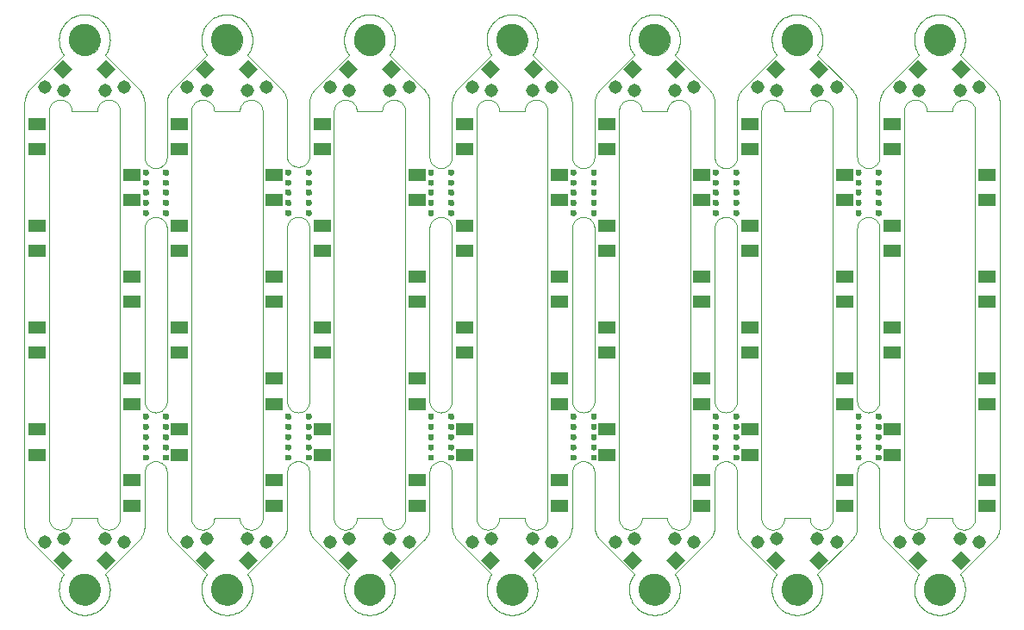
<source format=gts>
G75*
G70*
%OFA0B0*%
%FSLAX24Y24*%
%IPPOS*%
%LPD*%
%AMOC8*
5,1,8,0,0,1.08239X$1,22.5*
%
%ADD10C,0.0000*%
%ADD11C,0.1221*%
%ADD12C,0.0237*%
%ADD13R,0.0516X0.0516*%
%ADD14C,0.0516*%
%ADD15R,0.0690X0.0512*%
D10*
X001805Y001674D02*
X001769Y001623D01*
X001737Y001570D01*
X001708Y001515D01*
X001682Y001459D01*
X001660Y001400D01*
X001642Y001341D01*
X001628Y001280D01*
X001617Y001219D01*
X001611Y001157D01*
X001608Y001095D01*
X001609Y001032D01*
X001615Y000970D01*
X001624Y000909D01*
X001637Y000848D01*
X001654Y000788D01*
X001674Y000729D01*
X001698Y000672D01*
X001726Y000616D01*
X001758Y000563D01*
X001792Y000511D01*
X001830Y000461D01*
X001871Y000414D01*
X001915Y000370D01*
X001961Y000329D01*
X002010Y000290D01*
X002062Y000255D01*
X002115Y000223D01*
X002170Y000195D01*
X002227Y000170D01*
X002286Y000149D01*
X002346Y000131D01*
X002406Y000118D01*
X002468Y000108D01*
X002530Y000102D01*
X002592Y000100D01*
X002654Y000102D01*
X002716Y000108D01*
X002778Y000118D01*
X002838Y000131D01*
X002898Y000149D01*
X002957Y000170D01*
X003014Y000195D01*
X003069Y000223D01*
X003122Y000255D01*
X003174Y000290D01*
X003223Y000329D01*
X003269Y000370D01*
X003313Y000414D01*
X003354Y000461D01*
X003392Y000511D01*
X003426Y000563D01*
X003458Y000616D01*
X003486Y000672D01*
X003510Y000729D01*
X003530Y000788D01*
X003547Y000848D01*
X003560Y000909D01*
X003569Y000970D01*
X003575Y001032D01*
X003576Y001095D01*
X003573Y001157D01*
X003567Y001219D01*
X003556Y001280D01*
X003542Y001341D01*
X003524Y001400D01*
X003502Y001459D01*
X003476Y001515D01*
X003447Y001570D01*
X003415Y001623D01*
X003379Y001674D01*
X003379Y001675D02*
X004684Y002980D01*
X004914Y003536D02*
X004914Y005612D01*
X004915Y005612D02*
X004917Y005652D01*
X004922Y005692D01*
X004932Y005730D01*
X004944Y005768D01*
X004960Y005805D01*
X004980Y005840D01*
X005002Y005873D01*
X005028Y005904D01*
X005056Y005932D01*
X005087Y005958D01*
X005120Y005980D01*
X005155Y006000D01*
X005192Y006016D01*
X005230Y006028D01*
X005268Y006038D01*
X005308Y006043D01*
X005348Y006045D01*
X005388Y006043D01*
X005428Y006038D01*
X005466Y006028D01*
X005504Y006016D01*
X005541Y006000D01*
X005576Y005980D01*
X005609Y005958D01*
X005640Y005932D01*
X005668Y005904D01*
X005694Y005873D01*
X005716Y005840D01*
X005736Y005805D01*
X005752Y005768D01*
X005764Y005730D01*
X005774Y005692D01*
X005779Y005652D01*
X005781Y005612D01*
X005781Y003536D01*
X005783Y003485D01*
X005788Y003433D01*
X005796Y003382D01*
X005808Y003332D01*
X005823Y003283D01*
X005841Y003235D01*
X005862Y003188D01*
X005886Y003142D01*
X005914Y003099D01*
X005944Y003057D01*
X005976Y003017D01*
X006012Y002980D01*
X006011Y002980D02*
X007316Y001675D01*
X007316Y001674D02*
X007280Y001623D01*
X007248Y001570D01*
X007219Y001515D01*
X007193Y001459D01*
X007171Y001400D01*
X007153Y001341D01*
X007139Y001280D01*
X007128Y001219D01*
X007122Y001157D01*
X007119Y001095D01*
X007120Y001032D01*
X007126Y000970D01*
X007135Y000909D01*
X007148Y000848D01*
X007165Y000788D01*
X007185Y000729D01*
X007209Y000672D01*
X007237Y000616D01*
X007269Y000563D01*
X007303Y000511D01*
X007341Y000461D01*
X007382Y000414D01*
X007426Y000370D01*
X007472Y000329D01*
X007521Y000290D01*
X007573Y000255D01*
X007626Y000223D01*
X007681Y000195D01*
X007738Y000170D01*
X007797Y000149D01*
X007857Y000131D01*
X007917Y000118D01*
X007979Y000108D01*
X008041Y000102D01*
X008103Y000100D01*
X008165Y000102D01*
X008227Y000108D01*
X008289Y000118D01*
X008349Y000131D01*
X008409Y000149D01*
X008468Y000170D01*
X008525Y000195D01*
X008580Y000223D01*
X008633Y000255D01*
X008685Y000290D01*
X008734Y000329D01*
X008780Y000370D01*
X008824Y000414D01*
X008865Y000461D01*
X008903Y000511D01*
X008937Y000563D01*
X008969Y000616D01*
X008997Y000672D01*
X009021Y000729D01*
X009041Y000788D01*
X009058Y000848D01*
X009071Y000909D01*
X009080Y000970D01*
X009086Y001032D01*
X009087Y001095D01*
X009084Y001157D01*
X009078Y001219D01*
X009067Y001280D01*
X009053Y001341D01*
X009035Y001400D01*
X009013Y001459D01*
X008987Y001515D01*
X008958Y001570D01*
X008926Y001623D01*
X008890Y001674D01*
X008891Y001675D02*
X010196Y002980D01*
X010426Y003536D02*
X010426Y005612D01*
X010428Y005652D01*
X010433Y005692D01*
X010443Y005730D01*
X010455Y005768D01*
X010471Y005805D01*
X010491Y005840D01*
X010513Y005873D01*
X010539Y005904D01*
X010567Y005932D01*
X010598Y005958D01*
X010631Y005980D01*
X010666Y006000D01*
X010703Y006016D01*
X010741Y006028D01*
X010779Y006038D01*
X010819Y006043D01*
X010859Y006045D01*
X010899Y006043D01*
X010939Y006038D01*
X010977Y006028D01*
X011015Y006016D01*
X011052Y006000D01*
X011087Y005980D01*
X011120Y005958D01*
X011151Y005932D01*
X011179Y005904D01*
X011205Y005873D01*
X011227Y005840D01*
X011247Y005805D01*
X011263Y005768D01*
X011275Y005730D01*
X011285Y005692D01*
X011290Y005652D01*
X011292Y005612D01*
X011292Y003536D01*
X011293Y003536D02*
X011295Y003485D01*
X011300Y003433D01*
X011308Y003382D01*
X011320Y003332D01*
X011335Y003283D01*
X011353Y003235D01*
X011374Y003188D01*
X011398Y003142D01*
X011426Y003099D01*
X011456Y003057D01*
X011488Y003017D01*
X011524Y002980D01*
X011523Y002980D02*
X012828Y001675D01*
X012828Y001674D02*
X012792Y001623D01*
X012760Y001570D01*
X012731Y001515D01*
X012705Y001459D01*
X012683Y001400D01*
X012665Y001341D01*
X012651Y001280D01*
X012640Y001219D01*
X012634Y001157D01*
X012631Y001095D01*
X012632Y001032D01*
X012638Y000970D01*
X012647Y000909D01*
X012660Y000848D01*
X012677Y000788D01*
X012697Y000729D01*
X012721Y000672D01*
X012749Y000616D01*
X012781Y000563D01*
X012815Y000511D01*
X012853Y000461D01*
X012894Y000414D01*
X012938Y000370D01*
X012984Y000329D01*
X013033Y000290D01*
X013085Y000255D01*
X013138Y000223D01*
X013193Y000195D01*
X013250Y000170D01*
X013309Y000149D01*
X013369Y000131D01*
X013429Y000118D01*
X013491Y000108D01*
X013553Y000102D01*
X013615Y000100D01*
X013677Y000102D01*
X013739Y000108D01*
X013801Y000118D01*
X013861Y000131D01*
X013921Y000149D01*
X013980Y000170D01*
X014037Y000195D01*
X014092Y000223D01*
X014145Y000255D01*
X014197Y000290D01*
X014246Y000329D01*
X014292Y000370D01*
X014336Y000414D01*
X014377Y000461D01*
X014415Y000511D01*
X014449Y000563D01*
X014481Y000616D01*
X014509Y000672D01*
X014533Y000729D01*
X014553Y000788D01*
X014570Y000848D01*
X014583Y000909D01*
X014592Y000970D01*
X014598Y001032D01*
X014599Y001095D01*
X014596Y001157D01*
X014590Y001219D01*
X014579Y001280D01*
X014565Y001341D01*
X014547Y001400D01*
X014525Y001459D01*
X014499Y001515D01*
X014470Y001570D01*
X014438Y001623D01*
X014402Y001674D01*
X014403Y001675D02*
X015707Y002980D01*
X015938Y003536D02*
X015938Y005612D01*
X015940Y005652D01*
X015945Y005692D01*
X015955Y005730D01*
X015967Y005768D01*
X015983Y005805D01*
X016003Y005840D01*
X016025Y005873D01*
X016051Y005904D01*
X016079Y005932D01*
X016110Y005958D01*
X016143Y005980D01*
X016178Y006000D01*
X016215Y006016D01*
X016253Y006028D01*
X016291Y006038D01*
X016331Y006043D01*
X016371Y006045D01*
X016411Y006043D01*
X016451Y006038D01*
X016489Y006028D01*
X016527Y006016D01*
X016564Y006000D01*
X016599Y005980D01*
X016632Y005958D01*
X016663Y005932D01*
X016691Y005904D01*
X016717Y005873D01*
X016739Y005840D01*
X016759Y005805D01*
X016775Y005768D01*
X016787Y005730D01*
X016797Y005692D01*
X016802Y005652D01*
X016804Y005612D01*
X016804Y003536D01*
X016805Y003536D02*
X016807Y003485D01*
X016812Y003433D01*
X016820Y003382D01*
X016832Y003332D01*
X016847Y003283D01*
X016865Y003235D01*
X016886Y003188D01*
X016910Y003142D01*
X016938Y003099D01*
X016968Y003057D01*
X017000Y003017D01*
X017036Y002980D01*
X017035Y002980D02*
X018340Y001675D01*
X018340Y001674D02*
X018304Y001623D01*
X018272Y001570D01*
X018243Y001515D01*
X018217Y001459D01*
X018195Y001400D01*
X018177Y001341D01*
X018163Y001280D01*
X018152Y001219D01*
X018146Y001157D01*
X018143Y001095D01*
X018144Y001032D01*
X018150Y000970D01*
X018159Y000909D01*
X018172Y000848D01*
X018189Y000788D01*
X018209Y000729D01*
X018233Y000672D01*
X018261Y000616D01*
X018293Y000563D01*
X018327Y000511D01*
X018365Y000461D01*
X018406Y000414D01*
X018450Y000370D01*
X018496Y000329D01*
X018545Y000290D01*
X018597Y000255D01*
X018650Y000223D01*
X018705Y000195D01*
X018762Y000170D01*
X018821Y000149D01*
X018881Y000131D01*
X018941Y000118D01*
X019003Y000108D01*
X019065Y000102D01*
X019127Y000100D01*
X019189Y000102D01*
X019251Y000108D01*
X019313Y000118D01*
X019373Y000131D01*
X019433Y000149D01*
X019492Y000170D01*
X019549Y000195D01*
X019604Y000223D01*
X019657Y000255D01*
X019709Y000290D01*
X019758Y000329D01*
X019804Y000370D01*
X019848Y000414D01*
X019889Y000461D01*
X019927Y000511D01*
X019961Y000563D01*
X019993Y000616D01*
X020021Y000672D01*
X020045Y000729D01*
X020065Y000788D01*
X020082Y000848D01*
X020095Y000909D01*
X020104Y000970D01*
X020110Y001032D01*
X020111Y001095D01*
X020108Y001157D01*
X020102Y001219D01*
X020091Y001280D01*
X020077Y001341D01*
X020059Y001400D01*
X020037Y001459D01*
X020011Y001515D01*
X019982Y001570D01*
X019950Y001623D01*
X019914Y001674D01*
X019914Y001675D02*
X021219Y002980D01*
X021450Y003536D02*
X021450Y005612D01*
X021452Y005652D01*
X021457Y005692D01*
X021467Y005730D01*
X021479Y005768D01*
X021495Y005805D01*
X021515Y005840D01*
X021537Y005873D01*
X021563Y005904D01*
X021591Y005932D01*
X021622Y005958D01*
X021655Y005980D01*
X021690Y006000D01*
X021727Y006016D01*
X021765Y006028D01*
X021803Y006038D01*
X021843Y006043D01*
X021883Y006045D01*
X021923Y006043D01*
X021963Y006038D01*
X022001Y006028D01*
X022039Y006016D01*
X022076Y006000D01*
X022111Y005980D01*
X022144Y005958D01*
X022175Y005932D01*
X022203Y005904D01*
X022229Y005873D01*
X022251Y005840D01*
X022271Y005805D01*
X022287Y005768D01*
X022299Y005730D01*
X022309Y005692D01*
X022314Y005652D01*
X022316Y005612D01*
X022316Y003536D01*
X022318Y003485D01*
X022323Y003433D01*
X022331Y003382D01*
X022343Y003332D01*
X022358Y003283D01*
X022376Y003235D01*
X022397Y003188D01*
X022421Y003142D01*
X022449Y003099D01*
X022479Y003057D01*
X022511Y003017D01*
X022547Y002980D01*
X023851Y001675D01*
X023852Y001674D02*
X023816Y001623D01*
X023784Y001570D01*
X023755Y001515D01*
X023729Y001459D01*
X023707Y001400D01*
X023689Y001341D01*
X023675Y001280D01*
X023664Y001219D01*
X023658Y001157D01*
X023655Y001095D01*
X023656Y001032D01*
X023662Y000970D01*
X023671Y000909D01*
X023684Y000848D01*
X023701Y000788D01*
X023721Y000729D01*
X023745Y000672D01*
X023773Y000616D01*
X023805Y000563D01*
X023839Y000511D01*
X023877Y000461D01*
X023918Y000414D01*
X023962Y000370D01*
X024008Y000329D01*
X024057Y000290D01*
X024109Y000255D01*
X024162Y000223D01*
X024217Y000195D01*
X024274Y000170D01*
X024333Y000149D01*
X024393Y000131D01*
X024453Y000118D01*
X024515Y000108D01*
X024577Y000102D01*
X024639Y000100D01*
X024701Y000102D01*
X024763Y000108D01*
X024825Y000118D01*
X024885Y000131D01*
X024945Y000149D01*
X025004Y000170D01*
X025061Y000195D01*
X025116Y000223D01*
X025169Y000255D01*
X025221Y000290D01*
X025270Y000329D01*
X025316Y000370D01*
X025360Y000414D01*
X025401Y000461D01*
X025439Y000511D01*
X025473Y000563D01*
X025505Y000616D01*
X025533Y000672D01*
X025557Y000729D01*
X025577Y000788D01*
X025594Y000848D01*
X025607Y000909D01*
X025616Y000970D01*
X025622Y001032D01*
X025623Y001095D01*
X025620Y001157D01*
X025614Y001219D01*
X025603Y001280D01*
X025589Y001341D01*
X025571Y001400D01*
X025549Y001459D01*
X025523Y001515D01*
X025494Y001570D01*
X025462Y001623D01*
X025426Y001674D01*
X025426Y001675D02*
X026731Y002980D01*
X026962Y003536D02*
X026962Y005612D01*
X026964Y005652D01*
X026969Y005692D01*
X026979Y005730D01*
X026991Y005768D01*
X027007Y005805D01*
X027027Y005840D01*
X027049Y005873D01*
X027075Y005904D01*
X027103Y005932D01*
X027134Y005958D01*
X027167Y005980D01*
X027202Y006000D01*
X027239Y006016D01*
X027277Y006028D01*
X027315Y006038D01*
X027355Y006043D01*
X027395Y006045D01*
X027435Y006043D01*
X027475Y006038D01*
X027513Y006028D01*
X027551Y006016D01*
X027588Y006000D01*
X027623Y005980D01*
X027656Y005958D01*
X027687Y005932D01*
X027715Y005904D01*
X027741Y005873D01*
X027763Y005840D01*
X027783Y005805D01*
X027799Y005768D01*
X027811Y005730D01*
X027821Y005692D01*
X027826Y005652D01*
X027828Y005612D01*
X027828Y003536D01*
X027830Y003485D01*
X027835Y003433D01*
X027843Y003382D01*
X027855Y003332D01*
X027870Y003283D01*
X027888Y003235D01*
X027909Y003188D01*
X027933Y003142D01*
X027961Y003099D01*
X027991Y003057D01*
X028023Y003017D01*
X028059Y002980D01*
X028058Y002980D02*
X029363Y001675D01*
X029364Y001674D02*
X029328Y001623D01*
X029296Y001570D01*
X029267Y001515D01*
X029241Y001459D01*
X029219Y001400D01*
X029201Y001341D01*
X029187Y001280D01*
X029176Y001219D01*
X029170Y001157D01*
X029167Y001095D01*
X029168Y001032D01*
X029174Y000970D01*
X029183Y000909D01*
X029196Y000848D01*
X029213Y000788D01*
X029233Y000729D01*
X029257Y000672D01*
X029285Y000616D01*
X029317Y000563D01*
X029351Y000511D01*
X029389Y000461D01*
X029430Y000414D01*
X029474Y000370D01*
X029520Y000329D01*
X029569Y000290D01*
X029621Y000255D01*
X029674Y000223D01*
X029729Y000195D01*
X029786Y000170D01*
X029845Y000149D01*
X029905Y000131D01*
X029965Y000118D01*
X030027Y000108D01*
X030089Y000102D01*
X030151Y000100D01*
X030213Y000102D01*
X030275Y000108D01*
X030337Y000118D01*
X030397Y000131D01*
X030457Y000149D01*
X030516Y000170D01*
X030573Y000195D01*
X030628Y000223D01*
X030681Y000255D01*
X030733Y000290D01*
X030782Y000329D01*
X030828Y000370D01*
X030872Y000414D01*
X030913Y000461D01*
X030951Y000511D01*
X030985Y000563D01*
X031017Y000616D01*
X031045Y000672D01*
X031069Y000729D01*
X031089Y000788D01*
X031106Y000848D01*
X031119Y000909D01*
X031128Y000970D01*
X031134Y001032D01*
X031135Y001095D01*
X031132Y001157D01*
X031126Y001219D01*
X031115Y001280D01*
X031101Y001341D01*
X031083Y001400D01*
X031061Y001459D01*
X031035Y001515D01*
X031006Y001570D01*
X030974Y001623D01*
X030938Y001674D01*
X030938Y001675D02*
X032243Y002980D01*
X032474Y003536D02*
X032474Y005612D01*
X032476Y005652D01*
X032481Y005692D01*
X032491Y005730D01*
X032503Y005768D01*
X032519Y005805D01*
X032539Y005840D01*
X032561Y005873D01*
X032587Y005904D01*
X032615Y005932D01*
X032646Y005958D01*
X032679Y005980D01*
X032714Y006000D01*
X032751Y006016D01*
X032789Y006028D01*
X032827Y006038D01*
X032867Y006043D01*
X032907Y006045D01*
X032947Y006043D01*
X032987Y006038D01*
X033025Y006028D01*
X033063Y006016D01*
X033100Y006000D01*
X033135Y005980D01*
X033168Y005958D01*
X033199Y005932D01*
X033227Y005904D01*
X033253Y005873D01*
X033275Y005840D01*
X033295Y005805D01*
X033311Y005768D01*
X033323Y005730D01*
X033333Y005692D01*
X033338Y005652D01*
X033340Y005612D01*
X033340Y003536D01*
X033342Y003485D01*
X033347Y003433D01*
X033355Y003382D01*
X033367Y003332D01*
X033382Y003283D01*
X033400Y003235D01*
X033421Y003188D01*
X033445Y003142D01*
X033473Y003099D01*
X033503Y003057D01*
X033535Y003017D01*
X033571Y002980D01*
X033570Y002980D02*
X034875Y001675D01*
X034875Y001674D02*
X034839Y001623D01*
X034807Y001570D01*
X034778Y001515D01*
X034752Y001459D01*
X034730Y001400D01*
X034712Y001341D01*
X034698Y001280D01*
X034687Y001219D01*
X034681Y001157D01*
X034678Y001095D01*
X034679Y001032D01*
X034685Y000970D01*
X034694Y000909D01*
X034707Y000848D01*
X034724Y000788D01*
X034744Y000729D01*
X034768Y000672D01*
X034796Y000616D01*
X034828Y000563D01*
X034862Y000511D01*
X034900Y000461D01*
X034941Y000414D01*
X034985Y000370D01*
X035031Y000329D01*
X035080Y000290D01*
X035132Y000255D01*
X035185Y000223D01*
X035240Y000195D01*
X035297Y000170D01*
X035356Y000149D01*
X035416Y000131D01*
X035476Y000118D01*
X035538Y000108D01*
X035600Y000102D01*
X035662Y000100D01*
X035724Y000102D01*
X035786Y000108D01*
X035848Y000118D01*
X035908Y000131D01*
X035968Y000149D01*
X036027Y000170D01*
X036084Y000195D01*
X036139Y000223D01*
X036192Y000255D01*
X036244Y000290D01*
X036293Y000329D01*
X036339Y000370D01*
X036383Y000414D01*
X036424Y000461D01*
X036462Y000511D01*
X036496Y000563D01*
X036528Y000616D01*
X036556Y000672D01*
X036580Y000729D01*
X036600Y000788D01*
X036617Y000848D01*
X036630Y000909D01*
X036639Y000970D01*
X036645Y001032D01*
X036646Y001095D01*
X036643Y001157D01*
X036637Y001219D01*
X036626Y001280D01*
X036612Y001341D01*
X036594Y001400D01*
X036572Y001459D01*
X036546Y001515D01*
X036517Y001570D01*
X036485Y001623D01*
X036449Y001674D01*
X036450Y001675D02*
X037755Y002980D01*
X037985Y003536D02*
X037985Y019892D01*
X037983Y019943D01*
X037978Y019995D01*
X037970Y020046D01*
X037958Y020096D01*
X037943Y020145D01*
X037925Y020193D01*
X037904Y020240D01*
X037880Y020286D01*
X037852Y020329D01*
X037822Y020371D01*
X037790Y020411D01*
X037754Y020448D01*
X037755Y020449D02*
X036450Y021754D01*
X036449Y021754D02*
X036485Y021805D01*
X036517Y021858D01*
X036546Y021913D01*
X036572Y021969D01*
X036594Y022028D01*
X036612Y022087D01*
X036626Y022148D01*
X036637Y022209D01*
X036643Y022271D01*
X036646Y022333D01*
X036645Y022396D01*
X036639Y022458D01*
X036630Y022519D01*
X036617Y022580D01*
X036600Y022640D01*
X036580Y022699D01*
X036556Y022756D01*
X036528Y022812D01*
X036496Y022865D01*
X036462Y022917D01*
X036424Y022967D01*
X036383Y023014D01*
X036339Y023058D01*
X036293Y023099D01*
X036244Y023138D01*
X036192Y023173D01*
X036139Y023205D01*
X036084Y023233D01*
X036027Y023258D01*
X035968Y023279D01*
X035908Y023297D01*
X035848Y023310D01*
X035786Y023320D01*
X035724Y023326D01*
X035662Y023328D01*
X035600Y023326D01*
X035538Y023320D01*
X035476Y023310D01*
X035416Y023297D01*
X035356Y023279D01*
X035297Y023258D01*
X035240Y023233D01*
X035185Y023205D01*
X035132Y023173D01*
X035080Y023138D01*
X035031Y023099D01*
X034985Y023058D01*
X034941Y023014D01*
X034900Y022967D01*
X034862Y022917D01*
X034828Y022865D01*
X034796Y022812D01*
X034768Y022756D01*
X034744Y022699D01*
X034724Y022640D01*
X034707Y022580D01*
X034694Y022519D01*
X034685Y022458D01*
X034679Y022396D01*
X034678Y022333D01*
X034681Y022271D01*
X034687Y022209D01*
X034698Y022148D01*
X034712Y022087D01*
X034730Y022028D01*
X034752Y021969D01*
X034778Y021913D01*
X034807Y021858D01*
X034839Y021805D01*
X034875Y021754D01*
X033570Y020449D01*
X033340Y019892D02*
X033340Y017817D01*
X033338Y017777D01*
X033333Y017737D01*
X033323Y017699D01*
X033311Y017661D01*
X033295Y017624D01*
X033275Y017589D01*
X033253Y017556D01*
X033227Y017525D01*
X033199Y017497D01*
X033168Y017471D01*
X033135Y017449D01*
X033100Y017429D01*
X033063Y017413D01*
X033025Y017401D01*
X032987Y017391D01*
X032947Y017386D01*
X032907Y017384D01*
X032867Y017386D01*
X032827Y017391D01*
X032789Y017401D01*
X032751Y017413D01*
X032714Y017429D01*
X032679Y017449D01*
X032646Y017471D01*
X032615Y017497D01*
X032587Y017525D01*
X032561Y017556D01*
X032539Y017589D01*
X032519Y017624D01*
X032503Y017661D01*
X032491Y017699D01*
X032481Y017737D01*
X032476Y017777D01*
X032474Y017817D01*
X032474Y019892D01*
X032473Y019892D02*
X032471Y019943D01*
X032466Y019995D01*
X032458Y020046D01*
X032446Y020096D01*
X032431Y020145D01*
X032413Y020193D01*
X032392Y020240D01*
X032368Y020286D01*
X032340Y020329D01*
X032310Y020371D01*
X032278Y020411D01*
X032242Y020448D01*
X032243Y020449D02*
X030938Y021754D01*
X030974Y021805D01*
X031006Y021858D01*
X031035Y021913D01*
X031061Y021969D01*
X031083Y022028D01*
X031101Y022087D01*
X031115Y022148D01*
X031126Y022209D01*
X031132Y022271D01*
X031135Y022333D01*
X031134Y022396D01*
X031128Y022458D01*
X031119Y022519D01*
X031106Y022580D01*
X031089Y022640D01*
X031069Y022699D01*
X031045Y022756D01*
X031017Y022812D01*
X030985Y022865D01*
X030951Y022917D01*
X030913Y022967D01*
X030872Y023014D01*
X030828Y023058D01*
X030782Y023099D01*
X030733Y023138D01*
X030681Y023173D01*
X030628Y023205D01*
X030573Y023233D01*
X030516Y023258D01*
X030457Y023279D01*
X030397Y023297D01*
X030337Y023310D01*
X030275Y023320D01*
X030213Y023326D01*
X030151Y023328D01*
X030089Y023326D01*
X030027Y023320D01*
X029965Y023310D01*
X029905Y023297D01*
X029845Y023279D01*
X029786Y023258D01*
X029729Y023233D01*
X029674Y023205D01*
X029621Y023173D01*
X029569Y023138D01*
X029520Y023099D01*
X029474Y023058D01*
X029430Y023014D01*
X029389Y022967D01*
X029351Y022917D01*
X029317Y022865D01*
X029285Y022812D01*
X029257Y022756D01*
X029233Y022699D01*
X029213Y022640D01*
X029196Y022580D01*
X029183Y022519D01*
X029174Y022458D01*
X029168Y022396D01*
X029167Y022333D01*
X029170Y022271D01*
X029176Y022209D01*
X029187Y022148D01*
X029201Y022087D01*
X029219Y022028D01*
X029241Y021969D01*
X029267Y021913D01*
X029296Y021858D01*
X029328Y021805D01*
X029364Y021754D01*
X029363Y021754D02*
X028058Y020449D01*
X027828Y019892D02*
X027828Y017817D01*
X027826Y017777D01*
X027821Y017737D01*
X027811Y017699D01*
X027799Y017661D01*
X027783Y017624D01*
X027763Y017589D01*
X027741Y017556D01*
X027715Y017525D01*
X027687Y017497D01*
X027656Y017471D01*
X027623Y017449D01*
X027588Y017429D01*
X027551Y017413D01*
X027513Y017401D01*
X027475Y017391D01*
X027435Y017386D01*
X027395Y017384D01*
X027355Y017386D01*
X027315Y017391D01*
X027277Y017401D01*
X027239Y017413D01*
X027202Y017429D01*
X027167Y017449D01*
X027134Y017471D01*
X027103Y017497D01*
X027075Y017525D01*
X027049Y017556D01*
X027027Y017589D01*
X027007Y017624D01*
X026991Y017661D01*
X026979Y017699D01*
X026969Y017737D01*
X026964Y017777D01*
X026962Y017817D01*
X026962Y019892D01*
X026961Y019892D02*
X026959Y019943D01*
X026954Y019995D01*
X026946Y020046D01*
X026934Y020096D01*
X026919Y020145D01*
X026901Y020193D01*
X026880Y020240D01*
X026856Y020286D01*
X026828Y020329D01*
X026798Y020371D01*
X026766Y020411D01*
X026730Y020448D01*
X026731Y020449D02*
X025426Y021754D01*
X025462Y021805D01*
X025494Y021858D01*
X025523Y021913D01*
X025549Y021969D01*
X025571Y022028D01*
X025589Y022087D01*
X025603Y022148D01*
X025614Y022209D01*
X025620Y022271D01*
X025623Y022333D01*
X025622Y022396D01*
X025616Y022458D01*
X025607Y022519D01*
X025594Y022580D01*
X025577Y022640D01*
X025557Y022699D01*
X025533Y022756D01*
X025505Y022812D01*
X025473Y022865D01*
X025439Y022917D01*
X025401Y022967D01*
X025360Y023014D01*
X025316Y023058D01*
X025270Y023099D01*
X025221Y023138D01*
X025169Y023173D01*
X025116Y023205D01*
X025061Y023233D01*
X025004Y023258D01*
X024945Y023279D01*
X024885Y023297D01*
X024825Y023310D01*
X024763Y023320D01*
X024701Y023326D01*
X024639Y023328D01*
X024577Y023326D01*
X024515Y023320D01*
X024453Y023310D01*
X024393Y023297D01*
X024333Y023279D01*
X024274Y023258D01*
X024217Y023233D01*
X024162Y023205D01*
X024109Y023173D01*
X024057Y023138D01*
X024008Y023099D01*
X023962Y023058D01*
X023918Y023014D01*
X023877Y022967D01*
X023839Y022917D01*
X023805Y022865D01*
X023773Y022812D01*
X023745Y022756D01*
X023721Y022699D01*
X023701Y022640D01*
X023684Y022580D01*
X023671Y022519D01*
X023662Y022458D01*
X023656Y022396D01*
X023655Y022333D01*
X023658Y022271D01*
X023664Y022209D01*
X023675Y022148D01*
X023689Y022087D01*
X023707Y022028D01*
X023729Y021969D01*
X023755Y021913D01*
X023784Y021858D01*
X023816Y021805D01*
X023852Y021754D01*
X023851Y021754D02*
X022547Y020449D01*
X022316Y019892D02*
X022316Y017817D01*
X022314Y017777D01*
X022309Y017737D01*
X022299Y017699D01*
X022287Y017661D01*
X022271Y017624D01*
X022251Y017589D01*
X022229Y017556D01*
X022203Y017525D01*
X022175Y017497D01*
X022144Y017471D01*
X022111Y017449D01*
X022076Y017429D01*
X022039Y017413D01*
X022001Y017401D01*
X021963Y017391D01*
X021923Y017386D01*
X021883Y017384D01*
X021843Y017386D01*
X021803Y017391D01*
X021765Y017401D01*
X021727Y017413D01*
X021690Y017429D01*
X021655Y017449D01*
X021622Y017471D01*
X021591Y017497D01*
X021563Y017525D01*
X021537Y017556D01*
X021515Y017589D01*
X021495Y017624D01*
X021479Y017661D01*
X021467Y017699D01*
X021457Y017737D01*
X021452Y017777D01*
X021450Y017817D01*
X021450Y019892D01*
X021449Y019892D02*
X021447Y019943D01*
X021442Y019995D01*
X021434Y020046D01*
X021422Y020096D01*
X021407Y020145D01*
X021389Y020193D01*
X021368Y020240D01*
X021344Y020286D01*
X021316Y020329D01*
X021286Y020371D01*
X021254Y020411D01*
X021218Y020448D01*
X021219Y020449D02*
X019914Y021754D01*
X019950Y021805D01*
X019982Y021858D01*
X020011Y021913D01*
X020037Y021969D01*
X020059Y022028D01*
X020077Y022087D01*
X020091Y022148D01*
X020102Y022209D01*
X020108Y022271D01*
X020111Y022333D01*
X020110Y022396D01*
X020104Y022458D01*
X020095Y022519D01*
X020082Y022580D01*
X020065Y022640D01*
X020045Y022699D01*
X020021Y022756D01*
X019993Y022812D01*
X019961Y022865D01*
X019927Y022917D01*
X019889Y022967D01*
X019848Y023014D01*
X019804Y023058D01*
X019758Y023099D01*
X019709Y023138D01*
X019657Y023173D01*
X019604Y023205D01*
X019549Y023233D01*
X019492Y023258D01*
X019433Y023279D01*
X019373Y023297D01*
X019313Y023310D01*
X019251Y023320D01*
X019189Y023326D01*
X019127Y023328D01*
X019065Y023326D01*
X019003Y023320D01*
X018941Y023310D01*
X018881Y023297D01*
X018821Y023279D01*
X018762Y023258D01*
X018705Y023233D01*
X018650Y023205D01*
X018597Y023173D01*
X018545Y023138D01*
X018496Y023099D01*
X018450Y023058D01*
X018406Y023014D01*
X018365Y022967D01*
X018327Y022917D01*
X018293Y022865D01*
X018261Y022812D01*
X018233Y022756D01*
X018209Y022699D01*
X018189Y022640D01*
X018172Y022580D01*
X018159Y022519D01*
X018150Y022458D01*
X018144Y022396D01*
X018143Y022333D01*
X018146Y022271D01*
X018152Y022209D01*
X018163Y022148D01*
X018177Y022087D01*
X018195Y022028D01*
X018217Y021969D01*
X018243Y021913D01*
X018272Y021858D01*
X018304Y021805D01*
X018340Y021754D01*
X017035Y020449D01*
X016804Y019892D02*
X016804Y017817D01*
X016802Y017777D01*
X016797Y017737D01*
X016787Y017699D01*
X016775Y017661D01*
X016759Y017624D01*
X016739Y017589D01*
X016717Y017556D01*
X016691Y017525D01*
X016663Y017497D01*
X016632Y017471D01*
X016599Y017449D01*
X016564Y017429D01*
X016527Y017413D01*
X016489Y017401D01*
X016451Y017391D01*
X016411Y017386D01*
X016371Y017384D01*
X016331Y017386D01*
X016291Y017391D01*
X016253Y017401D01*
X016215Y017413D01*
X016178Y017429D01*
X016143Y017449D01*
X016110Y017471D01*
X016079Y017497D01*
X016051Y017525D01*
X016025Y017556D01*
X016003Y017589D01*
X015983Y017624D01*
X015967Y017661D01*
X015955Y017699D01*
X015945Y017737D01*
X015940Y017777D01*
X015938Y017817D01*
X015938Y019892D01*
X015936Y019943D01*
X015931Y019995D01*
X015923Y020046D01*
X015911Y020096D01*
X015896Y020145D01*
X015878Y020193D01*
X015857Y020240D01*
X015833Y020286D01*
X015805Y020329D01*
X015775Y020371D01*
X015743Y020411D01*
X015707Y020448D01*
X015707Y020449D02*
X014403Y021754D01*
X014402Y021754D02*
X014438Y021805D01*
X014470Y021858D01*
X014499Y021913D01*
X014525Y021969D01*
X014547Y022028D01*
X014565Y022087D01*
X014579Y022148D01*
X014590Y022209D01*
X014596Y022271D01*
X014599Y022333D01*
X014598Y022396D01*
X014592Y022458D01*
X014583Y022519D01*
X014570Y022580D01*
X014553Y022640D01*
X014533Y022699D01*
X014509Y022756D01*
X014481Y022812D01*
X014449Y022865D01*
X014415Y022917D01*
X014377Y022967D01*
X014336Y023014D01*
X014292Y023058D01*
X014246Y023099D01*
X014197Y023138D01*
X014145Y023173D01*
X014092Y023205D01*
X014037Y023233D01*
X013980Y023258D01*
X013921Y023279D01*
X013861Y023297D01*
X013801Y023310D01*
X013739Y023320D01*
X013677Y023326D01*
X013615Y023328D01*
X013553Y023326D01*
X013491Y023320D01*
X013429Y023310D01*
X013369Y023297D01*
X013309Y023279D01*
X013250Y023258D01*
X013193Y023233D01*
X013138Y023205D01*
X013085Y023173D01*
X013033Y023138D01*
X012984Y023099D01*
X012938Y023058D01*
X012894Y023014D01*
X012853Y022967D01*
X012815Y022917D01*
X012781Y022865D01*
X012749Y022812D01*
X012721Y022756D01*
X012697Y022699D01*
X012677Y022640D01*
X012660Y022580D01*
X012647Y022519D01*
X012638Y022458D01*
X012632Y022396D01*
X012631Y022333D01*
X012634Y022271D01*
X012640Y022209D01*
X012651Y022148D01*
X012665Y022087D01*
X012683Y022028D01*
X012705Y021969D01*
X012731Y021913D01*
X012760Y021858D01*
X012792Y021805D01*
X012828Y021754D01*
X011523Y020449D01*
X011292Y019892D02*
X011292Y017915D01*
X011295Y017875D01*
X011294Y017835D01*
X011289Y017795D01*
X011281Y017755D01*
X011269Y017717D01*
X011253Y017680D01*
X011234Y017644D01*
X011212Y017611D01*
X011187Y017579D01*
X011159Y017550D01*
X011129Y017524D01*
X011096Y017500D01*
X011061Y017480D01*
X011025Y017463D01*
X010987Y017449D01*
X010948Y017439D01*
X010908Y017433D01*
X010868Y017430D01*
X010828Y017431D01*
X010788Y017436D01*
X010748Y017444D01*
X010710Y017456D01*
X010673Y017472D01*
X010637Y017491D01*
X010604Y017513D01*
X010572Y017538D01*
X010543Y017566D01*
X010517Y017596D01*
X010493Y017629D01*
X010473Y017664D01*
X010456Y017700D01*
X010442Y017738D01*
X010432Y017777D01*
X010426Y017817D01*
X010426Y019892D01*
X010424Y019943D01*
X010419Y019995D01*
X010411Y020046D01*
X010399Y020096D01*
X010384Y020145D01*
X010366Y020193D01*
X010345Y020240D01*
X010321Y020286D01*
X010293Y020329D01*
X010263Y020371D01*
X010231Y020411D01*
X010195Y020448D01*
X010196Y020449D02*
X008891Y021754D01*
X008890Y021754D02*
X008926Y021805D01*
X008958Y021858D01*
X008987Y021913D01*
X009013Y021969D01*
X009035Y022028D01*
X009053Y022087D01*
X009067Y022148D01*
X009078Y022209D01*
X009084Y022271D01*
X009087Y022333D01*
X009086Y022396D01*
X009080Y022458D01*
X009071Y022519D01*
X009058Y022580D01*
X009041Y022640D01*
X009021Y022699D01*
X008997Y022756D01*
X008969Y022812D01*
X008937Y022865D01*
X008903Y022917D01*
X008865Y022967D01*
X008824Y023014D01*
X008780Y023058D01*
X008734Y023099D01*
X008685Y023138D01*
X008633Y023173D01*
X008580Y023205D01*
X008525Y023233D01*
X008468Y023258D01*
X008409Y023279D01*
X008349Y023297D01*
X008289Y023310D01*
X008227Y023320D01*
X008165Y023326D01*
X008103Y023328D01*
X008041Y023326D01*
X007979Y023320D01*
X007917Y023310D01*
X007857Y023297D01*
X007797Y023279D01*
X007738Y023258D01*
X007681Y023233D01*
X007626Y023205D01*
X007573Y023173D01*
X007521Y023138D01*
X007472Y023099D01*
X007426Y023058D01*
X007382Y023014D01*
X007341Y022967D01*
X007303Y022917D01*
X007269Y022865D01*
X007237Y022812D01*
X007209Y022756D01*
X007185Y022699D01*
X007165Y022640D01*
X007148Y022580D01*
X007135Y022519D01*
X007126Y022458D01*
X007120Y022396D01*
X007119Y022333D01*
X007122Y022271D01*
X007128Y022209D01*
X007139Y022148D01*
X007153Y022087D01*
X007171Y022028D01*
X007193Y021969D01*
X007219Y021913D01*
X007248Y021858D01*
X007280Y021805D01*
X007316Y021754D01*
X006011Y020449D01*
X005781Y019892D02*
X005781Y017817D01*
X005779Y017777D01*
X005774Y017737D01*
X005764Y017699D01*
X005752Y017661D01*
X005736Y017624D01*
X005716Y017589D01*
X005694Y017556D01*
X005668Y017525D01*
X005640Y017497D01*
X005609Y017471D01*
X005576Y017449D01*
X005541Y017429D01*
X005504Y017413D01*
X005466Y017401D01*
X005428Y017391D01*
X005388Y017386D01*
X005348Y017384D01*
X005308Y017386D01*
X005268Y017391D01*
X005230Y017401D01*
X005192Y017413D01*
X005155Y017429D01*
X005120Y017449D01*
X005087Y017471D01*
X005056Y017497D01*
X005028Y017525D01*
X005002Y017556D01*
X004980Y017589D01*
X004960Y017624D01*
X004944Y017661D01*
X004932Y017699D01*
X004922Y017737D01*
X004917Y017777D01*
X004915Y017817D01*
X004914Y017817D02*
X004914Y019892D01*
X004912Y019943D01*
X004907Y019995D01*
X004899Y020046D01*
X004887Y020096D01*
X004872Y020145D01*
X004854Y020193D01*
X004833Y020240D01*
X004809Y020286D01*
X004781Y020329D01*
X004751Y020371D01*
X004719Y020411D01*
X004683Y020448D01*
X004684Y020449D02*
X003379Y021754D01*
X003415Y021805D01*
X003447Y021858D01*
X003476Y021913D01*
X003502Y021969D01*
X003524Y022028D01*
X003542Y022087D01*
X003556Y022148D01*
X003567Y022209D01*
X003573Y022271D01*
X003576Y022333D01*
X003575Y022396D01*
X003569Y022458D01*
X003560Y022519D01*
X003547Y022580D01*
X003530Y022640D01*
X003510Y022699D01*
X003486Y022756D01*
X003458Y022812D01*
X003426Y022865D01*
X003392Y022917D01*
X003354Y022967D01*
X003313Y023014D01*
X003269Y023058D01*
X003223Y023099D01*
X003174Y023138D01*
X003122Y023173D01*
X003069Y023205D01*
X003014Y023233D01*
X002957Y023258D01*
X002898Y023279D01*
X002838Y023297D01*
X002778Y023310D01*
X002716Y023320D01*
X002654Y023326D01*
X002592Y023328D01*
X002530Y023326D01*
X002468Y023320D01*
X002406Y023310D01*
X002346Y023297D01*
X002286Y023279D01*
X002227Y023258D01*
X002170Y023233D01*
X002115Y023205D01*
X002062Y023173D01*
X002010Y023138D01*
X001961Y023099D01*
X001915Y023058D01*
X001871Y023014D01*
X001830Y022967D01*
X001792Y022917D01*
X001758Y022865D01*
X001726Y022812D01*
X001698Y022756D01*
X001674Y022699D01*
X001654Y022640D01*
X001637Y022580D01*
X001624Y022519D01*
X001615Y022458D01*
X001609Y022396D01*
X001608Y022333D01*
X001611Y022271D01*
X001617Y022209D01*
X001628Y022148D01*
X001642Y022087D01*
X001660Y022028D01*
X001682Y021969D01*
X001708Y021913D01*
X001737Y021858D01*
X001769Y021805D01*
X001805Y021754D01*
X001804Y021754D02*
X000499Y020449D01*
X000269Y019892D02*
X000269Y003536D01*
X000271Y003485D01*
X000276Y003433D01*
X000284Y003382D01*
X000296Y003332D01*
X000311Y003283D01*
X000329Y003235D01*
X000350Y003188D01*
X000374Y003142D01*
X000402Y003099D01*
X000432Y003057D01*
X000464Y003017D01*
X000500Y002980D01*
X000499Y002980D02*
X001804Y001675D01*
X002001Y001084D02*
X002003Y001132D01*
X002009Y001180D01*
X002019Y001227D01*
X002032Y001273D01*
X002050Y001318D01*
X002070Y001362D01*
X002095Y001404D01*
X002123Y001443D01*
X002153Y001480D01*
X002187Y001514D01*
X002224Y001546D01*
X002262Y001575D01*
X002303Y001600D01*
X002346Y001622D01*
X002391Y001640D01*
X002437Y001654D01*
X002484Y001665D01*
X002532Y001672D01*
X002580Y001675D01*
X002628Y001674D01*
X002676Y001669D01*
X002724Y001660D01*
X002770Y001648D01*
X002815Y001631D01*
X002859Y001611D01*
X002901Y001588D01*
X002941Y001561D01*
X002979Y001531D01*
X003014Y001498D01*
X003046Y001462D01*
X003076Y001424D01*
X003102Y001383D01*
X003124Y001340D01*
X003144Y001296D01*
X003159Y001251D01*
X003171Y001204D01*
X003179Y001156D01*
X003183Y001108D01*
X003183Y001060D01*
X003179Y001012D01*
X003171Y000964D01*
X003159Y000917D01*
X003144Y000872D01*
X003124Y000828D01*
X003102Y000785D01*
X003076Y000744D01*
X003046Y000706D01*
X003014Y000670D01*
X002979Y000637D01*
X002941Y000607D01*
X002901Y000580D01*
X002859Y000557D01*
X002815Y000537D01*
X002770Y000520D01*
X002724Y000508D01*
X002676Y000499D01*
X002628Y000494D01*
X002580Y000493D01*
X002532Y000496D01*
X002484Y000503D01*
X002437Y000514D01*
X002391Y000528D01*
X002346Y000546D01*
X002303Y000568D01*
X002262Y000593D01*
X002224Y000622D01*
X002187Y000654D01*
X002153Y000688D01*
X002123Y000725D01*
X002095Y000764D01*
X002070Y000806D01*
X002050Y000850D01*
X002032Y000895D01*
X002019Y000941D01*
X002009Y000988D01*
X002003Y001036D01*
X002001Y001084D01*
X004683Y002980D02*
X004719Y003017D01*
X004751Y003057D01*
X004781Y003099D01*
X004809Y003142D01*
X004833Y003188D01*
X004854Y003235D01*
X004872Y003283D01*
X004887Y003332D01*
X004899Y003382D01*
X004907Y003433D01*
X004912Y003485D01*
X004914Y003536D01*
X003970Y003840D02*
X003970Y019588D01*
X003968Y019629D01*
X003962Y019669D01*
X003953Y019709D01*
X003940Y019748D01*
X003924Y019785D01*
X003904Y019821D01*
X003881Y019855D01*
X003854Y019886D01*
X003825Y019915D01*
X003794Y019942D01*
X003760Y019965D01*
X003724Y019985D01*
X003687Y020001D01*
X003648Y020014D01*
X003608Y020023D01*
X003568Y020029D01*
X003527Y020031D01*
X003486Y020029D01*
X003446Y020023D01*
X003406Y020014D01*
X003367Y020001D01*
X003330Y019985D01*
X003294Y019965D01*
X003260Y019942D01*
X003229Y019915D01*
X003200Y019886D01*
X003173Y019855D01*
X003150Y019821D01*
X003130Y019785D01*
X003114Y019748D01*
X003101Y019709D01*
X003092Y019669D01*
X003086Y019629D01*
X003084Y019588D01*
X002099Y019588D01*
X002100Y019588D02*
X002098Y019629D01*
X002092Y019669D01*
X002083Y019709D01*
X002070Y019748D01*
X002054Y019785D01*
X002034Y019821D01*
X002011Y019855D01*
X001984Y019886D01*
X001955Y019915D01*
X001924Y019942D01*
X001890Y019965D01*
X001854Y019985D01*
X001817Y020001D01*
X001778Y020014D01*
X001738Y020023D01*
X001698Y020029D01*
X001657Y020031D01*
X001616Y020029D01*
X001576Y020023D01*
X001536Y020014D01*
X001497Y020001D01*
X001460Y019985D01*
X001424Y019965D01*
X001390Y019942D01*
X001359Y019915D01*
X001330Y019886D01*
X001303Y019855D01*
X001280Y019821D01*
X001260Y019785D01*
X001244Y019748D01*
X001231Y019709D01*
X001222Y019669D01*
X001216Y019629D01*
X001214Y019588D01*
X001214Y003840D01*
X001216Y003799D01*
X001222Y003759D01*
X001231Y003719D01*
X001244Y003680D01*
X001260Y003643D01*
X001280Y003607D01*
X001303Y003573D01*
X001330Y003542D01*
X001359Y003513D01*
X001390Y003486D01*
X001424Y003463D01*
X001460Y003443D01*
X001497Y003427D01*
X001536Y003414D01*
X001576Y003405D01*
X001616Y003399D01*
X001657Y003397D01*
X001698Y003399D01*
X001738Y003405D01*
X001778Y003414D01*
X001817Y003427D01*
X001854Y003443D01*
X001890Y003463D01*
X001924Y003486D01*
X001955Y003513D01*
X001984Y003542D01*
X002011Y003573D01*
X002034Y003607D01*
X002054Y003643D01*
X002070Y003680D01*
X002083Y003719D01*
X002092Y003759D01*
X002098Y003799D01*
X002100Y003840D01*
X002099Y003840D02*
X003084Y003840D01*
X003086Y003799D01*
X003092Y003759D01*
X003101Y003719D01*
X003114Y003680D01*
X003130Y003643D01*
X003150Y003607D01*
X003173Y003573D01*
X003200Y003542D01*
X003229Y003513D01*
X003260Y003486D01*
X003294Y003463D01*
X003330Y003443D01*
X003367Y003427D01*
X003406Y003414D01*
X003446Y003405D01*
X003486Y003399D01*
X003527Y003397D01*
X003568Y003399D01*
X003608Y003405D01*
X003648Y003414D01*
X003687Y003427D01*
X003724Y003443D01*
X003760Y003463D01*
X003794Y003486D01*
X003825Y003513D01*
X003854Y003542D01*
X003881Y003573D01*
X003904Y003607D01*
X003924Y003643D01*
X003940Y003680D01*
X003953Y003719D01*
X003962Y003759D01*
X003968Y003799D01*
X003970Y003840D01*
X006725Y003840D02*
X006725Y019588D01*
X005781Y019892D02*
X005783Y019943D01*
X005788Y019995D01*
X005796Y020046D01*
X005808Y020096D01*
X005823Y020145D01*
X005841Y020193D01*
X005862Y020240D01*
X005886Y020286D01*
X005914Y020329D01*
X005944Y020371D01*
X005976Y020411D01*
X006012Y020448D01*
X006725Y019588D02*
X006727Y019629D01*
X006733Y019669D01*
X006742Y019709D01*
X006755Y019748D01*
X006771Y019785D01*
X006791Y019821D01*
X006814Y019855D01*
X006841Y019886D01*
X006870Y019915D01*
X006901Y019942D01*
X006935Y019965D01*
X006971Y019985D01*
X007008Y020001D01*
X007047Y020014D01*
X007087Y020023D01*
X007127Y020029D01*
X007168Y020031D01*
X007209Y020029D01*
X007249Y020023D01*
X007289Y020014D01*
X007328Y020001D01*
X007365Y019985D01*
X007401Y019965D01*
X007435Y019942D01*
X007466Y019915D01*
X007495Y019886D01*
X007522Y019855D01*
X007545Y019821D01*
X007565Y019785D01*
X007581Y019748D01*
X007594Y019709D01*
X007603Y019669D01*
X007609Y019629D01*
X007611Y019588D01*
X008596Y019588D01*
X008595Y019588D02*
X008597Y019629D01*
X008603Y019669D01*
X008612Y019709D01*
X008625Y019748D01*
X008641Y019785D01*
X008661Y019821D01*
X008684Y019855D01*
X008711Y019886D01*
X008740Y019915D01*
X008771Y019942D01*
X008805Y019965D01*
X008841Y019985D01*
X008878Y020001D01*
X008917Y020014D01*
X008957Y020023D01*
X008997Y020029D01*
X009038Y020031D01*
X009079Y020029D01*
X009119Y020023D01*
X009159Y020014D01*
X009198Y020001D01*
X009235Y019985D01*
X009271Y019965D01*
X009305Y019942D01*
X009336Y019915D01*
X009365Y019886D01*
X009392Y019855D01*
X009415Y019821D01*
X009435Y019785D01*
X009451Y019748D01*
X009464Y019709D01*
X009473Y019669D01*
X009479Y019629D01*
X009481Y019588D01*
X009481Y003840D01*
X010426Y003536D02*
X010424Y003485D01*
X010419Y003433D01*
X010411Y003382D01*
X010399Y003332D01*
X010384Y003283D01*
X010366Y003235D01*
X010345Y003188D01*
X010321Y003142D01*
X010293Y003099D01*
X010263Y003057D01*
X010231Y003017D01*
X010195Y002980D01*
X009481Y003840D02*
X009479Y003799D01*
X009473Y003759D01*
X009464Y003719D01*
X009451Y003680D01*
X009435Y003643D01*
X009415Y003607D01*
X009392Y003573D01*
X009365Y003542D01*
X009336Y003513D01*
X009305Y003486D01*
X009271Y003463D01*
X009235Y003443D01*
X009198Y003427D01*
X009159Y003414D01*
X009119Y003405D01*
X009079Y003399D01*
X009038Y003397D01*
X008997Y003399D01*
X008957Y003405D01*
X008917Y003414D01*
X008878Y003427D01*
X008841Y003443D01*
X008805Y003463D01*
X008771Y003486D01*
X008740Y003513D01*
X008711Y003542D01*
X008684Y003573D01*
X008661Y003607D01*
X008641Y003643D01*
X008625Y003680D01*
X008612Y003719D01*
X008603Y003759D01*
X008597Y003799D01*
X008595Y003840D01*
X008596Y003840D02*
X007611Y003840D01*
X007609Y003799D01*
X007603Y003759D01*
X007594Y003719D01*
X007581Y003680D01*
X007565Y003643D01*
X007545Y003607D01*
X007522Y003573D01*
X007495Y003542D01*
X007466Y003513D01*
X007435Y003486D01*
X007401Y003463D01*
X007365Y003443D01*
X007328Y003427D01*
X007289Y003414D01*
X007249Y003405D01*
X007209Y003399D01*
X007168Y003397D01*
X007127Y003399D01*
X007087Y003405D01*
X007047Y003414D01*
X007008Y003427D01*
X006971Y003443D01*
X006935Y003463D01*
X006901Y003486D01*
X006870Y003513D01*
X006841Y003542D01*
X006814Y003573D01*
X006791Y003607D01*
X006771Y003643D01*
X006755Y003680D01*
X006742Y003719D01*
X006733Y003759D01*
X006727Y003799D01*
X006725Y003840D01*
X005643Y006202D02*
X005645Y006221D01*
X005650Y006240D01*
X005660Y006256D01*
X005672Y006271D01*
X005687Y006283D01*
X005703Y006293D01*
X005722Y006298D01*
X005741Y006300D01*
X005760Y006298D01*
X005779Y006293D01*
X005795Y006283D01*
X005810Y006271D01*
X005822Y006256D01*
X005832Y006240D01*
X005837Y006221D01*
X005839Y006202D01*
X005837Y006183D01*
X005832Y006164D01*
X005822Y006148D01*
X005810Y006133D01*
X005795Y006121D01*
X005779Y006111D01*
X005760Y006106D01*
X005741Y006104D01*
X005722Y006106D01*
X005703Y006111D01*
X005687Y006121D01*
X005672Y006133D01*
X005660Y006148D01*
X005650Y006164D01*
X005645Y006183D01*
X005643Y006202D01*
X005643Y006596D02*
X005645Y006615D01*
X005650Y006634D01*
X005660Y006650D01*
X005672Y006665D01*
X005687Y006677D01*
X005703Y006687D01*
X005722Y006692D01*
X005741Y006694D01*
X005760Y006692D01*
X005779Y006687D01*
X005795Y006677D01*
X005810Y006665D01*
X005822Y006650D01*
X005832Y006634D01*
X005837Y006615D01*
X005839Y006596D01*
X005837Y006577D01*
X005832Y006558D01*
X005822Y006542D01*
X005810Y006527D01*
X005795Y006515D01*
X005779Y006505D01*
X005760Y006500D01*
X005741Y006498D01*
X005722Y006500D01*
X005703Y006505D01*
X005687Y006515D01*
X005672Y006527D01*
X005660Y006542D01*
X005650Y006558D01*
X005645Y006577D01*
X005643Y006596D01*
X005643Y006990D02*
X005645Y007009D01*
X005650Y007028D01*
X005660Y007044D01*
X005672Y007059D01*
X005687Y007071D01*
X005703Y007081D01*
X005722Y007086D01*
X005741Y007088D01*
X005760Y007086D01*
X005779Y007081D01*
X005795Y007071D01*
X005810Y007059D01*
X005822Y007044D01*
X005832Y007028D01*
X005837Y007009D01*
X005839Y006990D01*
X005837Y006971D01*
X005832Y006952D01*
X005822Y006936D01*
X005810Y006921D01*
X005795Y006909D01*
X005779Y006899D01*
X005760Y006894D01*
X005741Y006892D01*
X005722Y006894D01*
X005703Y006899D01*
X005687Y006909D01*
X005672Y006921D01*
X005660Y006936D01*
X005650Y006952D01*
X005645Y006971D01*
X005643Y006990D01*
X005643Y007383D02*
X005645Y007402D01*
X005650Y007421D01*
X005660Y007437D01*
X005672Y007452D01*
X005687Y007464D01*
X005703Y007474D01*
X005722Y007479D01*
X005741Y007481D01*
X005760Y007479D01*
X005779Y007474D01*
X005795Y007464D01*
X005810Y007452D01*
X005822Y007437D01*
X005832Y007421D01*
X005837Y007402D01*
X005839Y007383D01*
X005837Y007364D01*
X005832Y007345D01*
X005822Y007329D01*
X005810Y007314D01*
X005795Y007302D01*
X005779Y007292D01*
X005760Y007287D01*
X005741Y007285D01*
X005722Y007287D01*
X005703Y007292D01*
X005687Y007302D01*
X005672Y007314D01*
X005660Y007329D01*
X005650Y007345D01*
X005645Y007364D01*
X005643Y007383D01*
X005643Y007777D02*
X005645Y007796D01*
X005650Y007815D01*
X005660Y007831D01*
X005672Y007846D01*
X005687Y007858D01*
X005703Y007868D01*
X005722Y007873D01*
X005741Y007875D01*
X005760Y007873D01*
X005779Y007868D01*
X005795Y007858D01*
X005810Y007846D01*
X005822Y007831D01*
X005832Y007815D01*
X005837Y007796D01*
X005839Y007777D01*
X005837Y007758D01*
X005832Y007739D01*
X005822Y007723D01*
X005810Y007708D01*
X005795Y007696D01*
X005779Y007686D01*
X005760Y007681D01*
X005741Y007679D01*
X005722Y007681D01*
X005703Y007686D01*
X005687Y007696D01*
X005672Y007708D01*
X005660Y007723D01*
X005650Y007739D01*
X005645Y007758D01*
X005643Y007777D01*
X005781Y008368D02*
X005781Y015061D01*
X005779Y015101D01*
X005774Y015141D01*
X005764Y015179D01*
X005752Y015217D01*
X005736Y015254D01*
X005716Y015289D01*
X005694Y015322D01*
X005668Y015353D01*
X005640Y015381D01*
X005609Y015407D01*
X005576Y015429D01*
X005541Y015449D01*
X005504Y015465D01*
X005466Y015477D01*
X005428Y015487D01*
X005388Y015492D01*
X005348Y015494D01*
X005308Y015492D01*
X005268Y015487D01*
X005230Y015477D01*
X005192Y015465D01*
X005155Y015449D01*
X005120Y015429D01*
X005087Y015407D01*
X005056Y015381D01*
X005028Y015353D01*
X005002Y015322D01*
X004980Y015289D01*
X004960Y015254D01*
X004944Y015217D01*
X004932Y015179D01*
X004922Y015141D01*
X004917Y015101D01*
X004915Y015061D01*
X004914Y015061D02*
X004914Y008368D01*
X004915Y008368D02*
X004917Y008328D01*
X004922Y008288D01*
X004932Y008250D01*
X004944Y008212D01*
X004960Y008175D01*
X004980Y008140D01*
X005002Y008107D01*
X005028Y008076D01*
X005056Y008048D01*
X005087Y008022D01*
X005120Y008000D01*
X005155Y007980D01*
X005192Y007964D01*
X005230Y007952D01*
X005268Y007942D01*
X005308Y007937D01*
X005348Y007935D01*
X005388Y007937D01*
X005428Y007942D01*
X005466Y007952D01*
X005504Y007964D01*
X005541Y007980D01*
X005576Y008000D01*
X005609Y008022D01*
X005640Y008048D01*
X005668Y008076D01*
X005694Y008107D01*
X005716Y008140D01*
X005736Y008175D01*
X005752Y008212D01*
X005764Y008250D01*
X005774Y008288D01*
X005779Y008328D01*
X005781Y008368D01*
X004856Y007777D02*
X004858Y007796D01*
X004863Y007815D01*
X004873Y007831D01*
X004885Y007846D01*
X004900Y007858D01*
X004916Y007868D01*
X004935Y007873D01*
X004954Y007875D01*
X004973Y007873D01*
X004992Y007868D01*
X005008Y007858D01*
X005023Y007846D01*
X005035Y007831D01*
X005045Y007815D01*
X005050Y007796D01*
X005052Y007777D01*
X005050Y007758D01*
X005045Y007739D01*
X005035Y007723D01*
X005023Y007708D01*
X005008Y007696D01*
X004992Y007686D01*
X004973Y007681D01*
X004954Y007679D01*
X004935Y007681D01*
X004916Y007686D01*
X004900Y007696D01*
X004885Y007708D01*
X004873Y007723D01*
X004863Y007739D01*
X004858Y007758D01*
X004856Y007777D01*
X004856Y007383D02*
X004858Y007402D01*
X004863Y007421D01*
X004873Y007437D01*
X004885Y007452D01*
X004900Y007464D01*
X004916Y007474D01*
X004935Y007479D01*
X004954Y007481D01*
X004973Y007479D01*
X004992Y007474D01*
X005008Y007464D01*
X005023Y007452D01*
X005035Y007437D01*
X005045Y007421D01*
X005050Y007402D01*
X005052Y007383D01*
X005050Y007364D01*
X005045Y007345D01*
X005035Y007329D01*
X005023Y007314D01*
X005008Y007302D01*
X004992Y007292D01*
X004973Y007287D01*
X004954Y007285D01*
X004935Y007287D01*
X004916Y007292D01*
X004900Y007302D01*
X004885Y007314D01*
X004873Y007329D01*
X004863Y007345D01*
X004858Y007364D01*
X004856Y007383D01*
X004856Y006990D02*
X004858Y007009D01*
X004863Y007028D01*
X004873Y007044D01*
X004885Y007059D01*
X004900Y007071D01*
X004916Y007081D01*
X004935Y007086D01*
X004954Y007088D01*
X004973Y007086D01*
X004992Y007081D01*
X005008Y007071D01*
X005023Y007059D01*
X005035Y007044D01*
X005045Y007028D01*
X005050Y007009D01*
X005052Y006990D01*
X005050Y006971D01*
X005045Y006952D01*
X005035Y006936D01*
X005023Y006921D01*
X005008Y006909D01*
X004992Y006899D01*
X004973Y006894D01*
X004954Y006892D01*
X004935Y006894D01*
X004916Y006899D01*
X004900Y006909D01*
X004885Y006921D01*
X004873Y006936D01*
X004863Y006952D01*
X004858Y006971D01*
X004856Y006990D01*
X004856Y006596D02*
X004858Y006615D01*
X004863Y006634D01*
X004873Y006650D01*
X004885Y006665D01*
X004900Y006677D01*
X004916Y006687D01*
X004935Y006692D01*
X004954Y006694D01*
X004973Y006692D01*
X004992Y006687D01*
X005008Y006677D01*
X005023Y006665D01*
X005035Y006650D01*
X005045Y006634D01*
X005050Y006615D01*
X005052Y006596D01*
X005050Y006577D01*
X005045Y006558D01*
X005035Y006542D01*
X005023Y006527D01*
X005008Y006515D01*
X004992Y006505D01*
X004973Y006500D01*
X004954Y006498D01*
X004935Y006500D01*
X004916Y006505D01*
X004900Y006515D01*
X004885Y006527D01*
X004873Y006542D01*
X004863Y006558D01*
X004858Y006577D01*
X004856Y006596D01*
X004856Y006202D02*
X004858Y006221D01*
X004863Y006240D01*
X004873Y006256D01*
X004885Y006271D01*
X004900Y006283D01*
X004916Y006293D01*
X004935Y006298D01*
X004954Y006300D01*
X004973Y006298D01*
X004992Y006293D01*
X005008Y006283D01*
X005023Y006271D01*
X005035Y006256D01*
X005045Y006240D01*
X005050Y006221D01*
X005052Y006202D01*
X005050Y006183D01*
X005045Y006164D01*
X005035Y006148D01*
X005023Y006133D01*
X005008Y006121D01*
X004992Y006111D01*
X004973Y006106D01*
X004954Y006104D01*
X004935Y006106D01*
X004916Y006111D01*
X004900Y006121D01*
X004885Y006133D01*
X004873Y006148D01*
X004863Y006164D01*
X004858Y006183D01*
X004856Y006202D01*
X010368Y006202D02*
X010370Y006221D01*
X010375Y006240D01*
X010385Y006256D01*
X010397Y006271D01*
X010412Y006283D01*
X010428Y006293D01*
X010447Y006298D01*
X010466Y006300D01*
X010485Y006298D01*
X010504Y006293D01*
X010520Y006283D01*
X010535Y006271D01*
X010547Y006256D01*
X010557Y006240D01*
X010562Y006221D01*
X010564Y006202D01*
X010562Y006183D01*
X010557Y006164D01*
X010547Y006148D01*
X010535Y006133D01*
X010520Y006121D01*
X010504Y006111D01*
X010485Y006106D01*
X010466Y006104D01*
X010447Y006106D01*
X010428Y006111D01*
X010412Y006121D01*
X010397Y006133D01*
X010385Y006148D01*
X010375Y006164D01*
X010370Y006183D01*
X010368Y006202D01*
X010368Y006596D02*
X010370Y006615D01*
X010375Y006634D01*
X010385Y006650D01*
X010397Y006665D01*
X010412Y006677D01*
X010428Y006687D01*
X010447Y006692D01*
X010466Y006694D01*
X010485Y006692D01*
X010504Y006687D01*
X010520Y006677D01*
X010535Y006665D01*
X010547Y006650D01*
X010557Y006634D01*
X010562Y006615D01*
X010564Y006596D01*
X010562Y006577D01*
X010557Y006558D01*
X010547Y006542D01*
X010535Y006527D01*
X010520Y006515D01*
X010504Y006505D01*
X010485Y006500D01*
X010466Y006498D01*
X010447Y006500D01*
X010428Y006505D01*
X010412Y006515D01*
X010397Y006527D01*
X010385Y006542D01*
X010375Y006558D01*
X010370Y006577D01*
X010368Y006596D01*
X010368Y006990D02*
X010370Y007009D01*
X010375Y007028D01*
X010385Y007044D01*
X010397Y007059D01*
X010412Y007071D01*
X010428Y007081D01*
X010447Y007086D01*
X010466Y007088D01*
X010485Y007086D01*
X010504Y007081D01*
X010520Y007071D01*
X010535Y007059D01*
X010547Y007044D01*
X010557Y007028D01*
X010562Y007009D01*
X010564Y006990D01*
X010562Y006971D01*
X010557Y006952D01*
X010547Y006936D01*
X010535Y006921D01*
X010520Y006909D01*
X010504Y006899D01*
X010485Y006894D01*
X010466Y006892D01*
X010447Y006894D01*
X010428Y006899D01*
X010412Y006909D01*
X010397Y006921D01*
X010385Y006936D01*
X010375Y006952D01*
X010370Y006971D01*
X010368Y006990D01*
X010368Y007383D02*
X010370Y007402D01*
X010375Y007421D01*
X010385Y007437D01*
X010397Y007452D01*
X010412Y007464D01*
X010428Y007474D01*
X010447Y007479D01*
X010466Y007481D01*
X010485Y007479D01*
X010504Y007474D01*
X010520Y007464D01*
X010535Y007452D01*
X010547Y007437D01*
X010557Y007421D01*
X010562Y007402D01*
X010564Y007383D01*
X010562Y007364D01*
X010557Y007345D01*
X010547Y007329D01*
X010535Y007314D01*
X010520Y007302D01*
X010504Y007292D01*
X010485Y007287D01*
X010466Y007285D01*
X010447Y007287D01*
X010428Y007292D01*
X010412Y007302D01*
X010397Y007314D01*
X010385Y007329D01*
X010375Y007345D01*
X010370Y007364D01*
X010368Y007383D01*
X010368Y007777D02*
X010370Y007796D01*
X010375Y007815D01*
X010385Y007831D01*
X010397Y007846D01*
X010412Y007858D01*
X010428Y007868D01*
X010447Y007873D01*
X010466Y007875D01*
X010485Y007873D01*
X010504Y007868D01*
X010520Y007858D01*
X010535Y007846D01*
X010547Y007831D01*
X010557Y007815D01*
X010562Y007796D01*
X010564Y007777D01*
X010562Y007758D01*
X010557Y007739D01*
X010547Y007723D01*
X010535Y007708D01*
X010520Y007696D01*
X010504Y007686D01*
X010485Y007681D01*
X010466Y007679D01*
X010447Y007681D01*
X010428Y007686D01*
X010412Y007696D01*
X010397Y007708D01*
X010385Y007723D01*
X010375Y007739D01*
X010370Y007758D01*
X010368Y007777D01*
X010426Y008368D02*
X010426Y015061D01*
X010428Y015101D01*
X010433Y015141D01*
X010443Y015179D01*
X010455Y015217D01*
X010471Y015254D01*
X010491Y015289D01*
X010513Y015322D01*
X010539Y015353D01*
X010567Y015381D01*
X010598Y015407D01*
X010631Y015429D01*
X010666Y015449D01*
X010703Y015465D01*
X010741Y015477D01*
X010779Y015487D01*
X010819Y015492D01*
X010859Y015494D01*
X010899Y015492D01*
X010939Y015487D01*
X010977Y015477D01*
X011015Y015465D01*
X011052Y015449D01*
X011087Y015429D01*
X011120Y015407D01*
X011151Y015381D01*
X011179Y015353D01*
X011205Y015322D01*
X011227Y015289D01*
X011247Y015254D01*
X011263Y015217D01*
X011275Y015179D01*
X011285Y015141D01*
X011290Y015101D01*
X011292Y015061D01*
X011292Y008368D01*
X011290Y008328D01*
X011285Y008288D01*
X011275Y008250D01*
X011263Y008212D01*
X011247Y008175D01*
X011227Y008140D01*
X011205Y008107D01*
X011179Y008076D01*
X011151Y008048D01*
X011120Y008022D01*
X011087Y008000D01*
X011052Y007980D01*
X011015Y007964D01*
X010977Y007952D01*
X010939Y007942D01*
X010899Y007937D01*
X010859Y007935D01*
X010819Y007937D01*
X010779Y007942D01*
X010741Y007952D01*
X010703Y007964D01*
X010666Y007980D01*
X010631Y008000D01*
X010598Y008022D01*
X010567Y008048D01*
X010539Y008076D01*
X010513Y008107D01*
X010491Y008140D01*
X010471Y008175D01*
X010455Y008212D01*
X010443Y008250D01*
X010433Y008288D01*
X010428Y008328D01*
X010426Y008368D01*
X011155Y007777D02*
X011157Y007796D01*
X011162Y007815D01*
X011172Y007831D01*
X011184Y007846D01*
X011199Y007858D01*
X011215Y007868D01*
X011234Y007873D01*
X011253Y007875D01*
X011272Y007873D01*
X011291Y007868D01*
X011307Y007858D01*
X011322Y007846D01*
X011334Y007831D01*
X011344Y007815D01*
X011349Y007796D01*
X011351Y007777D01*
X011349Y007758D01*
X011344Y007739D01*
X011334Y007723D01*
X011322Y007708D01*
X011307Y007696D01*
X011291Y007686D01*
X011272Y007681D01*
X011253Y007679D01*
X011234Y007681D01*
X011215Y007686D01*
X011199Y007696D01*
X011184Y007708D01*
X011172Y007723D01*
X011162Y007739D01*
X011157Y007758D01*
X011155Y007777D01*
X011155Y007383D02*
X011157Y007402D01*
X011162Y007421D01*
X011172Y007437D01*
X011184Y007452D01*
X011199Y007464D01*
X011215Y007474D01*
X011234Y007479D01*
X011253Y007481D01*
X011272Y007479D01*
X011291Y007474D01*
X011307Y007464D01*
X011322Y007452D01*
X011334Y007437D01*
X011344Y007421D01*
X011349Y007402D01*
X011351Y007383D01*
X011349Y007364D01*
X011344Y007345D01*
X011334Y007329D01*
X011322Y007314D01*
X011307Y007302D01*
X011291Y007292D01*
X011272Y007287D01*
X011253Y007285D01*
X011234Y007287D01*
X011215Y007292D01*
X011199Y007302D01*
X011184Y007314D01*
X011172Y007329D01*
X011162Y007345D01*
X011157Y007364D01*
X011155Y007383D01*
X011155Y006990D02*
X011157Y007009D01*
X011162Y007028D01*
X011172Y007044D01*
X011184Y007059D01*
X011199Y007071D01*
X011215Y007081D01*
X011234Y007086D01*
X011253Y007088D01*
X011272Y007086D01*
X011291Y007081D01*
X011307Y007071D01*
X011322Y007059D01*
X011334Y007044D01*
X011344Y007028D01*
X011349Y007009D01*
X011351Y006990D01*
X011349Y006971D01*
X011344Y006952D01*
X011334Y006936D01*
X011322Y006921D01*
X011307Y006909D01*
X011291Y006899D01*
X011272Y006894D01*
X011253Y006892D01*
X011234Y006894D01*
X011215Y006899D01*
X011199Y006909D01*
X011184Y006921D01*
X011172Y006936D01*
X011162Y006952D01*
X011157Y006971D01*
X011155Y006990D01*
X011155Y006596D02*
X011157Y006615D01*
X011162Y006634D01*
X011172Y006650D01*
X011184Y006665D01*
X011199Y006677D01*
X011215Y006687D01*
X011234Y006692D01*
X011253Y006694D01*
X011272Y006692D01*
X011291Y006687D01*
X011307Y006677D01*
X011322Y006665D01*
X011334Y006650D01*
X011344Y006634D01*
X011349Y006615D01*
X011351Y006596D01*
X011349Y006577D01*
X011344Y006558D01*
X011334Y006542D01*
X011322Y006527D01*
X011307Y006515D01*
X011291Y006505D01*
X011272Y006500D01*
X011253Y006498D01*
X011234Y006500D01*
X011215Y006505D01*
X011199Y006515D01*
X011184Y006527D01*
X011172Y006542D01*
X011162Y006558D01*
X011157Y006577D01*
X011155Y006596D01*
X011155Y006202D02*
X011157Y006221D01*
X011162Y006240D01*
X011172Y006256D01*
X011184Y006271D01*
X011199Y006283D01*
X011215Y006293D01*
X011234Y006298D01*
X011253Y006300D01*
X011272Y006298D01*
X011291Y006293D01*
X011307Y006283D01*
X011322Y006271D01*
X011334Y006256D01*
X011344Y006240D01*
X011349Y006221D01*
X011351Y006202D01*
X011349Y006183D01*
X011344Y006164D01*
X011334Y006148D01*
X011322Y006133D01*
X011307Y006121D01*
X011291Y006111D01*
X011272Y006106D01*
X011253Y006104D01*
X011234Y006106D01*
X011215Y006111D01*
X011199Y006121D01*
X011184Y006133D01*
X011172Y006148D01*
X011162Y006164D01*
X011157Y006183D01*
X011155Y006202D01*
X012237Y003840D02*
X012237Y019588D01*
X011293Y019892D02*
X011295Y019943D01*
X011300Y019995D01*
X011308Y020046D01*
X011320Y020096D01*
X011335Y020145D01*
X011353Y020193D01*
X011374Y020240D01*
X011398Y020286D01*
X011426Y020329D01*
X011456Y020371D01*
X011488Y020411D01*
X011524Y020448D01*
X012237Y019588D02*
X012239Y019629D01*
X012245Y019669D01*
X012254Y019709D01*
X012267Y019748D01*
X012283Y019785D01*
X012303Y019821D01*
X012326Y019855D01*
X012353Y019886D01*
X012382Y019915D01*
X012413Y019942D01*
X012447Y019965D01*
X012483Y019985D01*
X012520Y020001D01*
X012559Y020014D01*
X012599Y020023D01*
X012639Y020029D01*
X012680Y020031D01*
X012721Y020029D01*
X012761Y020023D01*
X012801Y020014D01*
X012840Y020001D01*
X012877Y019985D01*
X012913Y019965D01*
X012947Y019942D01*
X012978Y019915D01*
X013007Y019886D01*
X013034Y019855D01*
X013057Y019821D01*
X013077Y019785D01*
X013093Y019748D01*
X013106Y019709D01*
X013115Y019669D01*
X013121Y019629D01*
X013123Y019588D01*
X014107Y019588D01*
X014109Y019629D01*
X014115Y019669D01*
X014124Y019709D01*
X014137Y019748D01*
X014153Y019785D01*
X014173Y019821D01*
X014196Y019855D01*
X014223Y019886D01*
X014252Y019915D01*
X014283Y019942D01*
X014317Y019965D01*
X014353Y019985D01*
X014390Y020001D01*
X014429Y020014D01*
X014469Y020023D01*
X014509Y020029D01*
X014550Y020031D01*
X014591Y020029D01*
X014631Y020023D01*
X014671Y020014D01*
X014710Y020001D01*
X014747Y019985D01*
X014783Y019965D01*
X014817Y019942D01*
X014848Y019915D01*
X014877Y019886D01*
X014904Y019855D01*
X014927Y019821D01*
X014947Y019785D01*
X014963Y019748D01*
X014976Y019709D01*
X014985Y019669D01*
X014991Y019629D01*
X014993Y019588D01*
X014993Y003840D01*
X015938Y003536D02*
X015936Y003485D01*
X015931Y003433D01*
X015923Y003382D01*
X015911Y003332D01*
X015896Y003283D01*
X015878Y003235D01*
X015857Y003188D01*
X015833Y003142D01*
X015805Y003099D01*
X015775Y003057D01*
X015743Y003017D01*
X015707Y002980D01*
X014993Y003840D02*
X014991Y003799D01*
X014985Y003759D01*
X014976Y003719D01*
X014963Y003680D01*
X014947Y003643D01*
X014927Y003607D01*
X014904Y003573D01*
X014877Y003542D01*
X014848Y003513D01*
X014817Y003486D01*
X014783Y003463D01*
X014747Y003443D01*
X014710Y003427D01*
X014671Y003414D01*
X014631Y003405D01*
X014591Y003399D01*
X014550Y003397D01*
X014509Y003399D01*
X014469Y003405D01*
X014429Y003414D01*
X014390Y003427D01*
X014353Y003443D01*
X014317Y003463D01*
X014283Y003486D01*
X014252Y003513D01*
X014223Y003542D01*
X014196Y003573D01*
X014173Y003607D01*
X014153Y003643D01*
X014137Y003680D01*
X014124Y003719D01*
X014115Y003759D01*
X014109Y003799D01*
X014107Y003840D01*
X013123Y003840D01*
X013121Y003799D01*
X013115Y003759D01*
X013106Y003719D01*
X013093Y003680D01*
X013077Y003643D01*
X013057Y003607D01*
X013034Y003573D01*
X013007Y003542D01*
X012978Y003513D01*
X012947Y003486D01*
X012913Y003463D01*
X012877Y003443D01*
X012840Y003427D01*
X012801Y003414D01*
X012761Y003405D01*
X012721Y003399D01*
X012680Y003397D01*
X012639Y003399D01*
X012599Y003405D01*
X012559Y003414D01*
X012520Y003427D01*
X012483Y003443D01*
X012447Y003463D01*
X012413Y003486D01*
X012382Y003513D01*
X012353Y003542D01*
X012326Y003573D01*
X012303Y003607D01*
X012283Y003643D01*
X012267Y003680D01*
X012254Y003719D01*
X012245Y003759D01*
X012239Y003799D01*
X012237Y003840D01*
X015879Y006202D02*
X015881Y006221D01*
X015886Y006240D01*
X015896Y006256D01*
X015908Y006271D01*
X015923Y006283D01*
X015939Y006293D01*
X015958Y006298D01*
X015977Y006300D01*
X015996Y006298D01*
X016015Y006293D01*
X016031Y006283D01*
X016046Y006271D01*
X016058Y006256D01*
X016068Y006240D01*
X016073Y006221D01*
X016075Y006202D01*
X016073Y006183D01*
X016068Y006164D01*
X016058Y006148D01*
X016046Y006133D01*
X016031Y006121D01*
X016015Y006111D01*
X015996Y006106D01*
X015977Y006104D01*
X015958Y006106D01*
X015939Y006111D01*
X015923Y006121D01*
X015908Y006133D01*
X015896Y006148D01*
X015886Y006164D01*
X015881Y006183D01*
X015879Y006202D01*
X015879Y006596D02*
X015881Y006615D01*
X015886Y006634D01*
X015896Y006650D01*
X015908Y006665D01*
X015923Y006677D01*
X015939Y006687D01*
X015958Y006692D01*
X015977Y006694D01*
X015996Y006692D01*
X016015Y006687D01*
X016031Y006677D01*
X016046Y006665D01*
X016058Y006650D01*
X016068Y006634D01*
X016073Y006615D01*
X016075Y006596D01*
X016073Y006577D01*
X016068Y006558D01*
X016058Y006542D01*
X016046Y006527D01*
X016031Y006515D01*
X016015Y006505D01*
X015996Y006500D01*
X015977Y006498D01*
X015958Y006500D01*
X015939Y006505D01*
X015923Y006515D01*
X015908Y006527D01*
X015896Y006542D01*
X015886Y006558D01*
X015881Y006577D01*
X015879Y006596D01*
X015879Y006990D02*
X015881Y007009D01*
X015886Y007028D01*
X015896Y007044D01*
X015908Y007059D01*
X015923Y007071D01*
X015939Y007081D01*
X015958Y007086D01*
X015977Y007088D01*
X015996Y007086D01*
X016015Y007081D01*
X016031Y007071D01*
X016046Y007059D01*
X016058Y007044D01*
X016068Y007028D01*
X016073Y007009D01*
X016075Y006990D01*
X016073Y006971D01*
X016068Y006952D01*
X016058Y006936D01*
X016046Y006921D01*
X016031Y006909D01*
X016015Y006899D01*
X015996Y006894D01*
X015977Y006892D01*
X015958Y006894D01*
X015939Y006899D01*
X015923Y006909D01*
X015908Y006921D01*
X015896Y006936D01*
X015886Y006952D01*
X015881Y006971D01*
X015879Y006990D01*
X015879Y007383D02*
X015881Y007402D01*
X015886Y007421D01*
X015896Y007437D01*
X015908Y007452D01*
X015923Y007464D01*
X015939Y007474D01*
X015958Y007479D01*
X015977Y007481D01*
X015996Y007479D01*
X016015Y007474D01*
X016031Y007464D01*
X016046Y007452D01*
X016058Y007437D01*
X016068Y007421D01*
X016073Y007402D01*
X016075Y007383D01*
X016073Y007364D01*
X016068Y007345D01*
X016058Y007329D01*
X016046Y007314D01*
X016031Y007302D01*
X016015Y007292D01*
X015996Y007287D01*
X015977Y007285D01*
X015958Y007287D01*
X015939Y007292D01*
X015923Y007302D01*
X015908Y007314D01*
X015896Y007329D01*
X015886Y007345D01*
X015881Y007364D01*
X015879Y007383D01*
X015879Y007777D02*
X015881Y007796D01*
X015886Y007815D01*
X015896Y007831D01*
X015908Y007846D01*
X015923Y007858D01*
X015939Y007868D01*
X015958Y007873D01*
X015977Y007875D01*
X015996Y007873D01*
X016015Y007868D01*
X016031Y007858D01*
X016046Y007846D01*
X016058Y007831D01*
X016068Y007815D01*
X016073Y007796D01*
X016075Y007777D01*
X016073Y007758D01*
X016068Y007739D01*
X016058Y007723D01*
X016046Y007708D01*
X016031Y007696D01*
X016015Y007686D01*
X015996Y007681D01*
X015977Y007679D01*
X015958Y007681D01*
X015939Y007686D01*
X015923Y007696D01*
X015908Y007708D01*
X015896Y007723D01*
X015886Y007739D01*
X015881Y007758D01*
X015879Y007777D01*
X015938Y008368D02*
X015938Y015061D01*
X015940Y015101D01*
X015945Y015141D01*
X015955Y015179D01*
X015967Y015217D01*
X015983Y015254D01*
X016003Y015289D01*
X016025Y015322D01*
X016051Y015353D01*
X016079Y015381D01*
X016110Y015407D01*
X016143Y015429D01*
X016178Y015449D01*
X016215Y015465D01*
X016253Y015477D01*
X016291Y015487D01*
X016331Y015492D01*
X016371Y015494D01*
X016411Y015492D01*
X016451Y015487D01*
X016489Y015477D01*
X016527Y015465D01*
X016564Y015449D01*
X016599Y015429D01*
X016632Y015407D01*
X016663Y015381D01*
X016691Y015353D01*
X016717Y015322D01*
X016739Y015289D01*
X016759Y015254D01*
X016775Y015217D01*
X016787Y015179D01*
X016797Y015141D01*
X016802Y015101D01*
X016804Y015061D01*
X016804Y008368D01*
X016802Y008328D01*
X016797Y008288D01*
X016787Y008250D01*
X016775Y008212D01*
X016759Y008175D01*
X016739Y008140D01*
X016717Y008107D01*
X016691Y008076D01*
X016663Y008048D01*
X016632Y008022D01*
X016599Y008000D01*
X016564Y007980D01*
X016527Y007964D01*
X016489Y007952D01*
X016451Y007942D01*
X016411Y007937D01*
X016371Y007935D01*
X016331Y007937D01*
X016291Y007942D01*
X016253Y007952D01*
X016215Y007964D01*
X016178Y007980D01*
X016143Y008000D01*
X016110Y008022D01*
X016079Y008048D01*
X016051Y008076D01*
X016025Y008107D01*
X016003Y008140D01*
X015983Y008175D01*
X015967Y008212D01*
X015955Y008250D01*
X015945Y008288D01*
X015940Y008328D01*
X015938Y008368D01*
X016667Y007777D02*
X016669Y007796D01*
X016674Y007815D01*
X016684Y007831D01*
X016696Y007846D01*
X016711Y007858D01*
X016727Y007868D01*
X016746Y007873D01*
X016765Y007875D01*
X016784Y007873D01*
X016803Y007868D01*
X016819Y007858D01*
X016834Y007846D01*
X016846Y007831D01*
X016856Y007815D01*
X016861Y007796D01*
X016863Y007777D01*
X016861Y007758D01*
X016856Y007739D01*
X016846Y007723D01*
X016834Y007708D01*
X016819Y007696D01*
X016803Y007686D01*
X016784Y007681D01*
X016765Y007679D01*
X016746Y007681D01*
X016727Y007686D01*
X016711Y007696D01*
X016696Y007708D01*
X016684Y007723D01*
X016674Y007739D01*
X016669Y007758D01*
X016667Y007777D01*
X016667Y007383D02*
X016669Y007402D01*
X016674Y007421D01*
X016684Y007437D01*
X016696Y007452D01*
X016711Y007464D01*
X016727Y007474D01*
X016746Y007479D01*
X016765Y007481D01*
X016784Y007479D01*
X016803Y007474D01*
X016819Y007464D01*
X016834Y007452D01*
X016846Y007437D01*
X016856Y007421D01*
X016861Y007402D01*
X016863Y007383D01*
X016861Y007364D01*
X016856Y007345D01*
X016846Y007329D01*
X016834Y007314D01*
X016819Y007302D01*
X016803Y007292D01*
X016784Y007287D01*
X016765Y007285D01*
X016746Y007287D01*
X016727Y007292D01*
X016711Y007302D01*
X016696Y007314D01*
X016684Y007329D01*
X016674Y007345D01*
X016669Y007364D01*
X016667Y007383D01*
X016667Y006990D02*
X016669Y007009D01*
X016674Y007028D01*
X016684Y007044D01*
X016696Y007059D01*
X016711Y007071D01*
X016727Y007081D01*
X016746Y007086D01*
X016765Y007088D01*
X016784Y007086D01*
X016803Y007081D01*
X016819Y007071D01*
X016834Y007059D01*
X016846Y007044D01*
X016856Y007028D01*
X016861Y007009D01*
X016863Y006990D01*
X016861Y006971D01*
X016856Y006952D01*
X016846Y006936D01*
X016834Y006921D01*
X016819Y006909D01*
X016803Y006899D01*
X016784Y006894D01*
X016765Y006892D01*
X016746Y006894D01*
X016727Y006899D01*
X016711Y006909D01*
X016696Y006921D01*
X016684Y006936D01*
X016674Y006952D01*
X016669Y006971D01*
X016667Y006990D01*
X016667Y006596D02*
X016669Y006615D01*
X016674Y006634D01*
X016684Y006650D01*
X016696Y006665D01*
X016711Y006677D01*
X016727Y006687D01*
X016746Y006692D01*
X016765Y006694D01*
X016784Y006692D01*
X016803Y006687D01*
X016819Y006677D01*
X016834Y006665D01*
X016846Y006650D01*
X016856Y006634D01*
X016861Y006615D01*
X016863Y006596D01*
X016861Y006577D01*
X016856Y006558D01*
X016846Y006542D01*
X016834Y006527D01*
X016819Y006515D01*
X016803Y006505D01*
X016784Y006500D01*
X016765Y006498D01*
X016746Y006500D01*
X016727Y006505D01*
X016711Y006515D01*
X016696Y006527D01*
X016684Y006542D01*
X016674Y006558D01*
X016669Y006577D01*
X016667Y006596D01*
X016667Y006202D02*
X016669Y006221D01*
X016674Y006240D01*
X016684Y006256D01*
X016696Y006271D01*
X016711Y006283D01*
X016727Y006293D01*
X016746Y006298D01*
X016765Y006300D01*
X016784Y006298D01*
X016803Y006293D01*
X016819Y006283D01*
X016834Y006271D01*
X016846Y006256D01*
X016856Y006240D01*
X016861Y006221D01*
X016863Y006202D01*
X016861Y006183D01*
X016856Y006164D01*
X016846Y006148D01*
X016834Y006133D01*
X016819Y006121D01*
X016803Y006111D01*
X016784Y006106D01*
X016765Y006104D01*
X016746Y006106D01*
X016727Y006111D01*
X016711Y006121D01*
X016696Y006133D01*
X016684Y006148D01*
X016674Y006164D01*
X016669Y006183D01*
X016667Y006202D01*
X017749Y003840D02*
X017749Y019588D01*
X016805Y019892D02*
X016807Y019943D01*
X016812Y019995D01*
X016820Y020046D01*
X016832Y020096D01*
X016847Y020145D01*
X016865Y020193D01*
X016886Y020240D01*
X016910Y020286D01*
X016938Y020329D01*
X016968Y020371D01*
X017000Y020411D01*
X017036Y020448D01*
X017749Y019588D02*
X017751Y019629D01*
X017757Y019669D01*
X017766Y019709D01*
X017779Y019748D01*
X017795Y019785D01*
X017815Y019821D01*
X017838Y019855D01*
X017865Y019886D01*
X017894Y019915D01*
X017925Y019942D01*
X017959Y019965D01*
X017995Y019985D01*
X018032Y020001D01*
X018071Y020014D01*
X018111Y020023D01*
X018151Y020029D01*
X018192Y020031D01*
X018233Y020029D01*
X018273Y020023D01*
X018313Y020014D01*
X018352Y020001D01*
X018389Y019985D01*
X018425Y019965D01*
X018459Y019942D01*
X018490Y019915D01*
X018519Y019886D01*
X018546Y019855D01*
X018569Y019821D01*
X018589Y019785D01*
X018605Y019748D01*
X018618Y019709D01*
X018627Y019669D01*
X018633Y019629D01*
X018635Y019588D01*
X019619Y019588D01*
X019621Y019629D01*
X019627Y019669D01*
X019636Y019709D01*
X019649Y019748D01*
X019665Y019785D01*
X019685Y019821D01*
X019708Y019855D01*
X019735Y019886D01*
X019764Y019915D01*
X019795Y019942D01*
X019829Y019965D01*
X019865Y019985D01*
X019902Y020001D01*
X019941Y020014D01*
X019981Y020023D01*
X020021Y020029D01*
X020062Y020031D01*
X020103Y020029D01*
X020143Y020023D01*
X020183Y020014D01*
X020222Y020001D01*
X020259Y019985D01*
X020295Y019965D01*
X020329Y019942D01*
X020360Y019915D01*
X020389Y019886D01*
X020416Y019855D01*
X020439Y019821D01*
X020459Y019785D01*
X020475Y019748D01*
X020488Y019709D01*
X020497Y019669D01*
X020503Y019629D01*
X020505Y019588D01*
X020505Y003840D01*
X021449Y003536D02*
X021447Y003485D01*
X021442Y003433D01*
X021434Y003382D01*
X021422Y003332D01*
X021407Y003283D01*
X021389Y003235D01*
X021368Y003188D01*
X021344Y003142D01*
X021316Y003099D01*
X021286Y003057D01*
X021254Y003017D01*
X021218Y002980D01*
X020505Y003840D02*
X020503Y003799D01*
X020497Y003759D01*
X020488Y003719D01*
X020475Y003680D01*
X020459Y003643D01*
X020439Y003607D01*
X020416Y003573D01*
X020389Y003542D01*
X020360Y003513D01*
X020329Y003486D01*
X020295Y003463D01*
X020259Y003443D01*
X020222Y003427D01*
X020183Y003414D01*
X020143Y003405D01*
X020103Y003399D01*
X020062Y003397D01*
X020021Y003399D01*
X019981Y003405D01*
X019941Y003414D01*
X019902Y003427D01*
X019865Y003443D01*
X019829Y003463D01*
X019795Y003486D01*
X019764Y003513D01*
X019735Y003542D01*
X019708Y003573D01*
X019685Y003607D01*
X019665Y003643D01*
X019649Y003680D01*
X019636Y003719D01*
X019627Y003759D01*
X019621Y003799D01*
X019619Y003840D01*
X018635Y003840D01*
X018633Y003799D01*
X018627Y003759D01*
X018618Y003719D01*
X018605Y003680D01*
X018589Y003643D01*
X018569Y003607D01*
X018546Y003573D01*
X018519Y003542D01*
X018490Y003513D01*
X018459Y003486D01*
X018425Y003463D01*
X018389Y003443D01*
X018352Y003427D01*
X018313Y003414D01*
X018273Y003405D01*
X018233Y003399D01*
X018192Y003397D01*
X018151Y003399D01*
X018111Y003405D01*
X018071Y003414D01*
X018032Y003427D01*
X017995Y003443D01*
X017959Y003463D01*
X017925Y003486D01*
X017894Y003513D01*
X017865Y003542D01*
X017838Y003573D01*
X017815Y003607D01*
X017795Y003643D01*
X017779Y003680D01*
X017766Y003719D01*
X017757Y003759D01*
X017751Y003799D01*
X017749Y003840D01*
X021391Y006202D02*
X021393Y006221D01*
X021398Y006240D01*
X021408Y006256D01*
X021420Y006271D01*
X021435Y006283D01*
X021451Y006293D01*
X021470Y006298D01*
X021489Y006300D01*
X021508Y006298D01*
X021527Y006293D01*
X021543Y006283D01*
X021558Y006271D01*
X021570Y006256D01*
X021580Y006240D01*
X021585Y006221D01*
X021587Y006202D01*
X021585Y006183D01*
X021580Y006164D01*
X021570Y006148D01*
X021558Y006133D01*
X021543Y006121D01*
X021527Y006111D01*
X021508Y006106D01*
X021489Y006104D01*
X021470Y006106D01*
X021451Y006111D01*
X021435Y006121D01*
X021420Y006133D01*
X021408Y006148D01*
X021398Y006164D01*
X021393Y006183D01*
X021391Y006202D01*
X021391Y006596D02*
X021393Y006615D01*
X021398Y006634D01*
X021408Y006650D01*
X021420Y006665D01*
X021435Y006677D01*
X021451Y006687D01*
X021470Y006692D01*
X021489Y006694D01*
X021508Y006692D01*
X021527Y006687D01*
X021543Y006677D01*
X021558Y006665D01*
X021570Y006650D01*
X021580Y006634D01*
X021585Y006615D01*
X021587Y006596D01*
X021585Y006577D01*
X021580Y006558D01*
X021570Y006542D01*
X021558Y006527D01*
X021543Y006515D01*
X021527Y006505D01*
X021508Y006500D01*
X021489Y006498D01*
X021470Y006500D01*
X021451Y006505D01*
X021435Y006515D01*
X021420Y006527D01*
X021408Y006542D01*
X021398Y006558D01*
X021393Y006577D01*
X021391Y006596D01*
X021391Y006990D02*
X021393Y007009D01*
X021398Y007028D01*
X021408Y007044D01*
X021420Y007059D01*
X021435Y007071D01*
X021451Y007081D01*
X021470Y007086D01*
X021489Y007088D01*
X021508Y007086D01*
X021527Y007081D01*
X021543Y007071D01*
X021558Y007059D01*
X021570Y007044D01*
X021580Y007028D01*
X021585Y007009D01*
X021587Y006990D01*
X021585Y006971D01*
X021580Y006952D01*
X021570Y006936D01*
X021558Y006921D01*
X021543Y006909D01*
X021527Y006899D01*
X021508Y006894D01*
X021489Y006892D01*
X021470Y006894D01*
X021451Y006899D01*
X021435Y006909D01*
X021420Y006921D01*
X021408Y006936D01*
X021398Y006952D01*
X021393Y006971D01*
X021391Y006990D01*
X021391Y007383D02*
X021393Y007402D01*
X021398Y007421D01*
X021408Y007437D01*
X021420Y007452D01*
X021435Y007464D01*
X021451Y007474D01*
X021470Y007479D01*
X021489Y007481D01*
X021508Y007479D01*
X021527Y007474D01*
X021543Y007464D01*
X021558Y007452D01*
X021570Y007437D01*
X021580Y007421D01*
X021585Y007402D01*
X021587Y007383D01*
X021585Y007364D01*
X021580Y007345D01*
X021570Y007329D01*
X021558Y007314D01*
X021543Y007302D01*
X021527Y007292D01*
X021508Y007287D01*
X021489Y007285D01*
X021470Y007287D01*
X021451Y007292D01*
X021435Y007302D01*
X021420Y007314D01*
X021408Y007329D01*
X021398Y007345D01*
X021393Y007364D01*
X021391Y007383D01*
X021391Y007777D02*
X021393Y007796D01*
X021398Y007815D01*
X021408Y007831D01*
X021420Y007846D01*
X021435Y007858D01*
X021451Y007868D01*
X021470Y007873D01*
X021489Y007875D01*
X021508Y007873D01*
X021527Y007868D01*
X021543Y007858D01*
X021558Y007846D01*
X021570Y007831D01*
X021580Y007815D01*
X021585Y007796D01*
X021587Y007777D01*
X021585Y007758D01*
X021580Y007739D01*
X021570Y007723D01*
X021558Y007708D01*
X021543Y007696D01*
X021527Y007686D01*
X021508Y007681D01*
X021489Y007679D01*
X021470Y007681D01*
X021451Y007686D01*
X021435Y007696D01*
X021420Y007708D01*
X021408Y007723D01*
X021398Y007739D01*
X021393Y007758D01*
X021391Y007777D01*
X021450Y008368D02*
X021450Y015061D01*
X021452Y015101D01*
X021457Y015141D01*
X021467Y015179D01*
X021479Y015217D01*
X021495Y015254D01*
X021515Y015289D01*
X021537Y015322D01*
X021563Y015353D01*
X021591Y015381D01*
X021622Y015407D01*
X021655Y015429D01*
X021690Y015449D01*
X021727Y015465D01*
X021765Y015477D01*
X021803Y015487D01*
X021843Y015492D01*
X021883Y015494D01*
X021923Y015492D01*
X021963Y015487D01*
X022001Y015477D01*
X022039Y015465D01*
X022076Y015449D01*
X022111Y015429D01*
X022144Y015407D01*
X022175Y015381D01*
X022203Y015353D01*
X022229Y015322D01*
X022251Y015289D01*
X022271Y015254D01*
X022287Y015217D01*
X022299Y015179D01*
X022309Y015141D01*
X022314Y015101D01*
X022316Y015061D01*
X022316Y008368D01*
X022314Y008328D01*
X022309Y008288D01*
X022299Y008250D01*
X022287Y008212D01*
X022271Y008175D01*
X022251Y008140D01*
X022229Y008107D01*
X022203Y008076D01*
X022175Y008048D01*
X022144Y008022D01*
X022111Y008000D01*
X022076Y007980D01*
X022039Y007964D01*
X022001Y007952D01*
X021963Y007942D01*
X021923Y007937D01*
X021883Y007935D01*
X021843Y007937D01*
X021803Y007942D01*
X021765Y007952D01*
X021727Y007964D01*
X021690Y007980D01*
X021655Y008000D01*
X021622Y008022D01*
X021591Y008048D01*
X021563Y008076D01*
X021537Y008107D01*
X021515Y008140D01*
X021495Y008175D01*
X021479Y008212D01*
X021467Y008250D01*
X021457Y008288D01*
X021452Y008328D01*
X021450Y008368D01*
X022179Y007777D02*
X022181Y007796D01*
X022186Y007815D01*
X022196Y007831D01*
X022208Y007846D01*
X022223Y007858D01*
X022239Y007868D01*
X022258Y007873D01*
X022277Y007875D01*
X022296Y007873D01*
X022315Y007868D01*
X022331Y007858D01*
X022346Y007846D01*
X022358Y007831D01*
X022368Y007815D01*
X022373Y007796D01*
X022375Y007777D01*
X022373Y007758D01*
X022368Y007739D01*
X022358Y007723D01*
X022346Y007708D01*
X022331Y007696D01*
X022315Y007686D01*
X022296Y007681D01*
X022277Y007679D01*
X022258Y007681D01*
X022239Y007686D01*
X022223Y007696D01*
X022208Y007708D01*
X022196Y007723D01*
X022186Y007739D01*
X022181Y007758D01*
X022179Y007777D01*
X022179Y007383D02*
X022181Y007402D01*
X022186Y007421D01*
X022196Y007437D01*
X022208Y007452D01*
X022223Y007464D01*
X022239Y007474D01*
X022258Y007479D01*
X022277Y007481D01*
X022296Y007479D01*
X022315Y007474D01*
X022331Y007464D01*
X022346Y007452D01*
X022358Y007437D01*
X022368Y007421D01*
X022373Y007402D01*
X022375Y007383D01*
X022373Y007364D01*
X022368Y007345D01*
X022358Y007329D01*
X022346Y007314D01*
X022331Y007302D01*
X022315Y007292D01*
X022296Y007287D01*
X022277Y007285D01*
X022258Y007287D01*
X022239Y007292D01*
X022223Y007302D01*
X022208Y007314D01*
X022196Y007329D01*
X022186Y007345D01*
X022181Y007364D01*
X022179Y007383D01*
X022179Y006990D02*
X022181Y007009D01*
X022186Y007028D01*
X022196Y007044D01*
X022208Y007059D01*
X022223Y007071D01*
X022239Y007081D01*
X022258Y007086D01*
X022277Y007088D01*
X022296Y007086D01*
X022315Y007081D01*
X022331Y007071D01*
X022346Y007059D01*
X022358Y007044D01*
X022368Y007028D01*
X022373Y007009D01*
X022375Y006990D01*
X022373Y006971D01*
X022368Y006952D01*
X022358Y006936D01*
X022346Y006921D01*
X022331Y006909D01*
X022315Y006899D01*
X022296Y006894D01*
X022277Y006892D01*
X022258Y006894D01*
X022239Y006899D01*
X022223Y006909D01*
X022208Y006921D01*
X022196Y006936D01*
X022186Y006952D01*
X022181Y006971D01*
X022179Y006990D01*
X022179Y006596D02*
X022181Y006615D01*
X022186Y006634D01*
X022196Y006650D01*
X022208Y006665D01*
X022223Y006677D01*
X022239Y006687D01*
X022258Y006692D01*
X022277Y006694D01*
X022296Y006692D01*
X022315Y006687D01*
X022331Y006677D01*
X022346Y006665D01*
X022358Y006650D01*
X022368Y006634D01*
X022373Y006615D01*
X022375Y006596D01*
X022373Y006577D01*
X022368Y006558D01*
X022358Y006542D01*
X022346Y006527D01*
X022331Y006515D01*
X022315Y006505D01*
X022296Y006500D01*
X022277Y006498D01*
X022258Y006500D01*
X022239Y006505D01*
X022223Y006515D01*
X022208Y006527D01*
X022196Y006542D01*
X022186Y006558D01*
X022181Y006577D01*
X022179Y006596D01*
X022179Y006202D02*
X022181Y006221D01*
X022186Y006240D01*
X022196Y006256D01*
X022208Y006271D01*
X022223Y006283D01*
X022239Y006293D01*
X022258Y006298D01*
X022277Y006300D01*
X022296Y006298D01*
X022315Y006293D01*
X022331Y006283D01*
X022346Y006271D01*
X022358Y006256D01*
X022368Y006240D01*
X022373Y006221D01*
X022375Y006202D01*
X022373Y006183D01*
X022368Y006164D01*
X022358Y006148D01*
X022346Y006133D01*
X022331Y006121D01*
X022315Y006111D01*
X022296Y006106D01*
X022277Y006104D01*
X022258Y006106D01*
X022239Y006111D01*
X022223Y006121D01*
X022208Y006133D01*
X022196Y006148D01*
X022186Y006164D01*
X022181Y006183D01*
X022179Y006202D01*
X023261Y003840D02*
X023261Y019588D01*
X022316Y019892D02*
X022318Y019943D01*
X022323Y019995D01*
X022331Y020046D01*
X022343Y020096D01*
X022358Y020145D01*
X022376Y020193D01*
X022397Y020240D01*
X022421Y020286D01*
X022449Y020329D01*
X022479Y020371D01*
X022511Y020411D01*
X022547Y020448D01*
X023261Y019588D02*
X023263Y019629D01*
X023269Y019669D01*
X023278Y019709D01*
X023291Y019748D01*
X023307Y019785D01*
X023327Y019821D01*
X023350Y019855D01*
X023377Y019886D01*
X023406Y019915D01*
X023437Y019942D01*
X023471Y019965D01*
X023507Y019985D01*
X023544Y020001D01*
X023583Y020014D01*
X023623Y020023D01*
X023663Y020029D01*
X023704Y020031D01*
X023745Y020029D01*
X023785Y020023D01*
X023825Y020014D01*
X023864Y020001D01*
X023901Y019985D01*
X023937Y019965D01*
X023971Y019942D01*
X024002Y019915D01*
X024031Y019886D01*
X024058Y019855D01*
X024081Y019821D01*
X024101Y019785D01*
X024117Y019748D01*
X024130Y019709D01*
X024139Y019669D01*
X024145Y019629D01*
X024147Y019588D01*
X025131Y019588D01*
X025133Y019629D01*
X025139Y019669D01*
X025148Y019709D01*
X025161Y019748D01*
X025177Y019785D01*
X025197Y019821D01*
X025220Y019855D01*
X025247Y019886D01*
X025276Y019915D01*
X025307Y019942D01*
X025341Y019965D01*
X025377Y019985D01*
X025414Y020001D01*
X025453Y020014D01*
X025493Y020023D01*
X025533Y020029D01*
X025574Y020031D01*
X025615Y020029D01*
X025655Y020023D01*
X025695Y020014D01*
X025734Y020001D01*
X025771Y019985D01*
X025807Y019965D01*
X025841Y019942D01*
X025872Y019915D01*
X025901Y019886D01*
X025928Y019855D01*
X025951Y019821D01*
X025971Y019785D01*
X025987Y019748D01*
X026000Y019709D01*
X026009Y019669D01*
X026015Y019629D01*
X026017Y019588D01*
X026017Y003840D01*
X026961Y003536D02*
X026959Y003485D01*
X026954Y003433D01*
X026946Y003382D01*
X026934Y003332D01*
X026919Y003283D01*
X026901Y003235D01*
X026880Y003188D01*
X026856Y003142D01*
X026828Y003099D01*
X026798Y003057D01*
X026766Y003017D01*
X026730Y002980D01*
X026017Y003840D02*
X026015Y003799D01*
X026009Y003759D01*
X026000Y003719D01*
X025987Y003680D01*
X025971Y003643D01*
X025951Y003607D01*
X025928Y003573D01*
X025901Y003542D01*
X025872Y003513D01*
X025841Y003486D01*
X025807Y003463D01*
X025771Y003443D01*
X025734Y003427D01*
X025695Y003414D01*
X025655Y003405D01*
X025615Y003399D01*
X025574Y003397D01*
X025533Y003399D01*
X025493Y003405D01*
X025453Y003414D01*
X025414Y003427D01*
X025377Y003443D01*
X025341Y003463D01*
X025307Y003486D01*
X025276Y003513D01*
X025247Y003542D01*
X025220Y003573D01*
X025197Y003607D01*
X025177Y003643D01*
X025161Y003680D01*
X025148Y003719D01*
X025139Y003759D01*
X025133Y003799D01*
X025131Y003840D01*
X024147Y003840D01*
X024145Y003799D01*
X024139Y003759D01*
X024130Y003719D01*
X024117Y003680D01*
X024101Y003643D01*
X024081Y003607D01*
X024058Y003573D01*
X024031Y003542D01*
X024002Y003513D01*
X023971Y003486D01*
X023937Y003463D01*
X023901Y003443D01*
X023864Y003427D01*
X023825Y003414D01*
X023785Y003405D01*
X023745Y003399D01*
X023704Y003397D01*
X023663Y003399D01*
X023623Y003405D01*
X023583Y003414D01*
X023544Y003427D01*
X023507Y003443D01*
X023471Y003463D01*
X023437Y003486D01*
X023406Y003513D01*
X023377Y003542D01*
X023350Y003573D01*
X023327Y003607D01*
X023307Y003643D01*
X023291Y003680D01*
X023278Y003719D01*
X023269Y003759D01*
X023263Y003799D01*
X023261Y003840D01*
X026903Y006202D02*
X026905Y006221D01*
X026910Y006240D01*
X026920Y006256D01*
X026932Y006271D01*
X026947Y006283D01*
X026963Y006293D01*
X026982Y006298D01*
X027001Y006300D01*
X027020Y006298D01*
X027039Y006293D01*
X027055Y006283D01*
X027070Y006271D01*
X027082Y006256D01*
X027092Y006240D01*
X027097Y006221D01*
X027099Y006202D01*
X027097Y006183D01*
X027092Y006164D01*
X027082Y006148D01*
X027070Y006133D01*
X027055Y006121D01*
X027039Y006111D01*
X027020Y006106D01*
X027001Y006104D01*
X026982Y006106D01*
X026963Y006111D01*
X026947Y006121D01*
X026932Y006133D01*
X026920Y006148D01*
X026910Y006164D01*
X026905Y006183D01*
X026903Y006202D01*
X026903Y006596D02*
X026905Y006615D01*
X026910Y006634D01*
X026920Y006650D01*
X026932Y006665D01*
X026947Y006677D01*
X026963Y006687D01*
X026982Y006692D01*
X027001Y006694D01*
X027020Y006692D01*
X027039Y006687D01*
X027055Y006677D01*
X027070Y006665D01*
X027082Y006650D01*
X027092Y006634D01*
X027097Y006615D01*
X027099Y006596D01*
X027097Y006577D01*
X027092Y006558D01*
X027082Y006542D01*
X027070Y006527D01*
X027055Y006515D01*
X027039Y006505D01*
X027020Y006500D01*
X027001Y006498D01*
X026982Y006500D01*
X026963Y006505D01*
X026947Y006515D01*
X026932Y006527D01*
X026920Y006542D01*
X026910Y006558D01*
X026905Y006577D01*
X026903Y006596D01*
X026903Y006990D02*
X026905Y007009D01*
X026910Y007028D01*
X026920Y007044D01*
X026932Y007059D01*
X026947Y007071D01*
X026963Y007081D01*
X026982Y007086D01*
X027001Y007088D01*
X027020Y007086D01*
X027039Y007081D01*
X027055Y007071D01*
X027070Y007059D01*
X027082Y007044D01*
X027092Y007028D01*
X027097Y007009D01*
X027099Y006990D01*
X027097Y006971D01*
X027092Y006952D01*
X027082Y006936D01*
X027070Y006921D01*
X027055Y006909D01*
X027039Y006899D01*
X027020Y006894D01*
X027001Y006892D01*
X026982Y006894D01*
X026963Y006899D01*
X026947Y006909D01*
X026932Y006921D01*
X026920Y006936D01*
X026910Y006952D01*
X026905Y006971D01*
X026903Y006990D01*
X026903Y007383D02*
X026905Y007402D01*
X026910Y007421D01*
X026920Y007437D01*
X026932Y007452D01*
X026947Y007464D01*
X026963Y007474D01*
X026982Y007479D01*
X027001Y007481D01*
X027020Y007479D01*
X027039Y007474D01*
X027055Y007464D01*
X027070Y007452D01*
X027082Y007437D01*
X027092Y007421D01*
X027097Y007402D01*
X027099Y007383D01*
X027097Y007364D01*
X027092Y007345D01*
X027082Y007329D01*
X027070Y007314D01*
X027055Y007302D01*
X027039Y007292D01*
X027020Y007287D01*
X027001Y007285D01*
X026982Y007287D01*
X026963Y007292D01*
X026947Y007302D01*
X026932Y007314D01*
X026920Y007329D01*
X026910Y007345D01*
X026905Y007364D01*
X026903Y007383D01*
X026903Y007777D02*
X026905Y007796D01*
X026910Y007815D01*
X026920Y007831D01*
X026932Y007846D01*
X026947Y007858D01*
X026963Y007868D01*
X026982Y007873D01*
X027001Y007875D01*
X027020Y007873D01*
X027039Y007868D01*
X027055Y007858D01*
X027070Y007846D01*
X027082Y007831D01*
X027092Y007815D01*
X027097Y007796D01*
X027099Y007777D01*
X027097Y007758D01*
X027092Y007739D01*
X027082Y007723D01*
X027070Y007708D01*
X027055Y007696D01*
X027039Y007686D01*
X027020Y007681D01*
X027001Y007679D01*
X026982Y007681D01*
X026963Y007686D01*
X026947Y007696D01*
X026932Y007708D01*
X026920Y007723D01*
X026910Y007739D01*
X026905Y007758D01*
X026903Y007777D01*
X026962Y008368D02*
X026962Y015061D01*
X026964Y015101D01*
X026969Y015141D01*
X026979Y015179D01*
X026991Y015217D01*
X027007Y015254D01*
X027027Y015289D01*
X027049Y015322D01*
X027075Y015353D01*
X027103Y015381D01*
X027134Y015407D01*
X027167Y015429D01*
X027202Y015449D01*
X027239Y015465D01*
X027277Y015477D01*
X027315Y015487D01*
X027355Y015492D01*
X027395Y015494D01*
X027435Y015492D01*
X027475Y015487D01*
X027513Y015477D01*
X027551Y015465D01*
X027588Y015449D01*
X027623Y015429D01*
X027656Y015407D01*
X027687Y015381D01*
X027715Y015353D01*
X027741Y015322D01*
X027763Y015289D01*
X027783Y015254D01*
X027799Y015217D01*
X027811Y015179D01*
X027821Y015141D01*
X027826Y015101D01*
X027828Y015061D01*
X027828Y008368D01*
X027826Y008328D01*
X027821Y008288D01*
X027811Y008250D01*
X027799Y008212D01*
X027783Y008175D01*
X027763Y008140D01*
X027741Y008107D01*
X027715Y008076D01*
X027687Y008048D01*
X027656Y008022D01*
X027623Y008000D01*
X027588Y007980D01*
X027551Y007964D01*
X027513Y007952D01*
X027475Y007942D01*
X027435Y007937D01*
X027395Y007935D01*
X027355Y007937D01*
X027315Y007942D01*
X027277Y007952D01*
X027239Y007964D01*
X027202Y007980D01*
X027167Y008000D01*
X027134Y008022D01*
X027103Y008048D01*
X027075Y008076D01*
X027049Y008107D01*
X027027Y008140D01*
X027007Y008175D01*
X026991Y008212D01*
X026979Y008250D01*
X026969Y008288D01*
X026964Y008328D01*
X026962Y008368D01*
X027690Y007777D02*
X027692Y007796D01*
X027697Y007815D01*
X027707Y007831D01*
X027719Y007846D01*
X027734Y007858D01*
X027750Y007868D01*
X027769Y007873D01*
X027788Y007875D01*
X027807Y007873D01*
X027826Y007868D01*
X027842Y007858D01*
X027857Y007846D01*
X027869Y007831D01*
X027879Y007815D01*
X027884Y007796D01*
X027886Y007777D01*
X027884Y007758D01*
X027879Y007739D01*
X027869Y007723D01*
X027857Y007708D01*
X027842Y007696D01*
X027826Y007686D01*
X027807Y007681D01*
X027788Y007679D01*
X027769Y007681D01*
X027750Y007686D01*
X027734Y007696D01*
X027719Y007708D01*
X027707Y007723D01*
X027697Y007739D01*
X027692Y007758D01*
X027690Y007777D01*
X027690Y007383D02*
X027692Y007402D01*
X027697Y007421D01*
X027707Y007437D01*
X027719Y007452D01*
X027734Y007464D01*
X027750Y007474D01*
X027769Y007479D01*
X027788Y007481D01*
X027807Y007479D01*
X027826Y007474D01*
X027842Y007464D01*
X027857Y007452D01*
X027869Y007437D01*
X027879Y007421D01*
X027884Y007402D01*
X027886Y007383D01*
X027884Y007364D01*
X027879Y007345D01*
X027869Y007329D01*
X027857Y007314D01*
X027842Y007302D01*
X027826Y007292D01*
X027807Y007287D01*
X027788Y007285D01*
X027769Y007287D01*
X027750Y007292D01*
X027734Y007302D01*
X027719Y007314D01*
X027707Y007329D01*
X027697Y007345D01*
X027692Y007364D01*
X027690Y007383D01*
X027690Y006990D02*
X027692Y007009D01*
X027697Y007028D01*
X027707Y007044D01*
X027719Y007059D01*
X027734Y007071D01*
X027750Y007081D01*
X027769Y007086D01*
X027788Y007088D01*
X027807Y007086D01*
X027826Y007081D01*
X027842Y007071D01*
X027857Y007059D01*
X027869Y007044D01*
X027879Y007028D01*
X027884Y007009D01*
X027886Y006990D01*
X027884Y006971D01*
X027879Y006952D01*
X027869Y006936D01*
X027857Y006921D01*
X027842Y006909D01*
X027826Y006899D01*
X027807Y006894D01*
X027788Y006892D01*
X027769Y006894D01*
X027750Y006899D01*
X027734Y006909D01*
X027719Y006921D01*
X027707Y006936D01*
X027697Y006952D01*
X027692Y006971D01*
X027690Y006990D01*
X027690Y006596D02*
X027692Y006615D01*
X027697Y006634D01*
X027707Y006650D01*
X027719Y006665D01*
X027734Y006677D01*
X027750Y006687D01*
X027769Y006692D01*
X027788Y006694D01*
X027807Y006692D01*
X027826Y006687D01*
X027842Y006677D01*
X027857Y006665D01*
X027869Y006650D01*
X027879Y006634D01*
X027884Y006615D01*
X027886Y006596D01*
X027884Y006577D01*
X027879Y006558D01*
X027869Y006542D01*
X027857Y006527D01*
X027842Y006515D01*
X027826Y006505D01*
X027807Y006500D01*
X027788Y006498D01*
X027769Y006500D01*
X027750Y006505D01*
X027734Y006515D01*
X027719Y006527D01*
X027707Y006542D01*
X027697Y006558D01*
X027692Y006577D01*
X027690Y006596D01*
X027690Y006202D02*
X027692Y006221D01*
X027697Y006240D01*
X027707Y006256D01*
X027719Y006271D01*
X027734Y006283D01*
X027750Y006293D01*
X027769Y006298D01*
X027788Y006300D01*
X027807Y006298D01*
X027826Y006293D01*
X027842Y006283D01*
X027857Y006271D01*
X027869Y006256D01*
X027879Y006240D01*
X027884Y006221D01*
X027886Y006202D01*
X027884Y006183D01*
X027879Y006164D01*
X027869Y006148D01*
X027857Y006133D01*
X027842Y006121D01*
X027826Y006111D01*
X027807Y006106D01*
X027788Y006104D01*
X027769Y006106D01*
X027750Y006111D01*
X027734Y006121D01*
X027719Y006133D01*
X027707Y006148D01*
X027697Y006164D01*
X027692Y006183D01*
X027690Y006202D01*
X028773Y003840D02*
X028773Y019588D01*
X027828Y019892D02*
X027830Y019943D01*
X027835Y019995D01*
X027843Y020046D01*
X027855Y020096D01*
X027870Y020145D01*
X027888Y020193D01*
X027909Y020240D01*
X027933Y020286D01*
X027961Y020329D01*
X027991Y020371D01*
X028023Y020411D01*
X028059Y020448D01*
X028773Y019588D02*
X028775Y019629D01*
X028781Y019669D01*
X028790Y019709D01*
X028803Y019748D01*
X028819Y019785D01*
X028839Y019821D01*
X028862Y019855D01*
X028889Y019886D01*
X028918Y019915D01*
X028949Y019942D01*
X028983Y019965D01*
X029019Y019985D01*
X029056Y020001D01*
X029095Y020014D01*
X029135Y020023D01*
X029175Y020029D01*
X029216Y020031D01*
X029257Y020029D01*
X029297Y020023D01*
X029337Y020014D01*
X029376Y020001D01*
X029413Y019985D01*
X029449Y019965D01*
X029483Y019942D01*
X029514Y019915D01*
X029543Y019886D01*
X029570Y019855D01*
X029593Y019821D01*
X029613Y019785D01*
X029629Y019748D01*
X029642Y019709D01*
X029651Y019669D01*
X029657Y019629D01*
X029659Y019588D01*
X030643Y019588D01*
X030645Y019629D01*
X030651Y019669D01*
X030660Y019709D01*
X030673Y019748D01*
X030689Y019785D01*
X030709Y019821D01*
X030732Y019855D01*
X030759Y019886D01*
X030788Y019915D01*
X030819Y019942D01*
X030853Y019965D01*
X030889Y019985D01*
X030926Y020001D01*
X030965Y020014D01*
X031005Y020023D01*
X031045Y020029D01*
X031086Y020031D01*
X031127Y020029D01*
X031167Y020023D01*
X031207Y020014D01*
X031246Y020001D01*
X031283Y019985D01*
X031319Y019965D01*
X031353Y019942D01*
X031384Y019915D01*
X031413Y019886D01*
X031440Y019855D01*
X031463Y019821D01*
X031483Y019785D01*
X031499Y019748D01*
X031512Y019709D01*
X031521Y019669D01*
X031527Y019629D01*
X031529Y019588D01*
X031529Y003840D01*
X032473Y003536D02*
X032471Y003485D01*
X032466Y003433D01*
X032458Y003382D01*
X032446Y003332D01*
X032431Y003283D01*
X032413Y003235D01*
X032392Y003188D01*
X032368Y003142D01*
X032340Y003099D01*
X032310Y003057D01*
X032278Y003017D01*
X032242Y002980D01*
X031529Y003840D02*
X031527Y003799D01*
X031521Y003759D01*
X031512Y003719D01*
X031499Y003680D01*
X031483Y003643D01*
X031463Y003607D01*
X031440Y003573D01*
X031413Y003542D01*
X031384Y003513D01*
X031353Y003486D01*
X031319Y003463D01*
X031283Y003443D01*
X031246Y003427D01*
X031207Y003414D01*
X031167Y003405D01*
X031127Y003399D01*
X031086Y003397D01*
X031045Y003399D01*
X031005Y003405D01*
X030965Y003414D01*
X030926Y003427D01*
X030889Y003443D01*
X030853Y003463D01*
X030819Y003486D01*
X030788Y003513D01*
X030759Y003542D01*
X030732Y003573D01*
X030709Y003607D01*
X030689Y003643D01*
X030673Y003680D01*
X030660Y003719D01*
X030651Y003759D01*
X030645Y003799D01*
X030643Y003840D01*
X029659Y003840D01*
X029657Y003799D01*
X029651Y003759D01*
X029642Y003719D01*
X029629Y003680D01*
X029613Y003643D01*
X029593Y003607D01*
X029570Y003573D01*
X029543Y003542D01*
X029514Y003513D01*
X029483Y003486D01*
X029449Y003463D01*
X029413Y003443D01*
X029376Y003427D01*
X029337Y003414D01*
X029297Y003405D01*
X029257Y003399D01*
X029216Y003397D01*
X029175Y003399D01*
X029135Y003405D01*
X029095Y003414D01*
X029056Y003427D01*
X029019Y003443D01*
X028983Y003463D01*
X028949Y003486D01*
X028918Y003513D01*
X028889Y003542D01*
X028862Y003573D01*
X028839Y003607D01*
X028819Y003643D01*
X028803Y003680D01*
X028790Y003719D01*
X028781Y003759D01*
X028775Y003799D01*
X028773Y003840D01*
X032415Y006202D02*
X032417Y006221D01*
X032422Y006240D01*
X032432Y006256D01*
X032444Y006271D01*
X032459Y006283D01*
X032475Y006293D01*
X032494Y006298D01*
X032513Y006300D01*
X032532Y006298D01*
X032551Y006293D01*
X032567Y006283D01*
X032582Y006271D01*
X032594Y006256D01*
X032604Y006240D01*
X032609Y006221D01*
X032611Y006202D01*
X032609Y006183D01*
X032604Y006164D01*
X032594Y006148D01*
X032582Y006133D01*
X032567Y006121D01*
X032551Y006111D01*
X032532Y006106D01*
X032513Y006104D01*
X032494Y006106D01*
X032475Y006111D01*
X032459Y006121D01*
X032444Y006133D01*
X032432Y006148D01*
X032422Y006164D01*
X032417Y006183D01*
X032415Y006202D01*
X032415Y006596D02*
X032417Y006615D01*
X032422Y006634D01*
X032432Y006650D01*
X032444Y006665D01*
X032459Y006677D01*
X032475Y006687D01*
X032494Y006692D01*
X032513Y006694D01*
X032532Y006692D01*
X032551Y006687D01*
X032567Y006677D01*
X032582Y006665D01*
X032594Y006650D01*
X032604Y006634D01*
X032609Y006615D01*
X032611Y006596D01*
X032609Y006577D01*
X032604Y006558D01*
X032594Y006542D01*
X032582Y006527D01*
X032567Y006515D01*
X032551Y006505D01*
X032532Y006500D01*
X032513Y006498D01*
X032494Y006500D01*
X032475Y006505D01*
X032459Y006515D01*
X032444Y006527D01*
X032432Y006542D01*
X032422Y006558D01*
X032417Y006577D01*
X032415Y006596D01*
X032415Y006990D02*
X032417Y007009D01*
X032422Y007028D01*
X032432Y007044D01*
X032444Y007059D01*
X032459Y007071D01*
X032475Y007081D01*
X032494Y007086D01*
X032513Y007088D01*
X032532Y007086D01*
X032551Y007081D01*
X032567Y007071D01*
X032582Y007059D01*
X032594Y007044D01*
X032604Y007028D01*
X032609Y007009D01*
X032611Y006990D01*
X032609Y006971D01*
X032604Y006952D01*
X032594Y006936D01*
X032582Y006921D01*
X032567Y006909D01*
X032551Y006899D01*
X032532Y006894D01*
X032513Y006892D01*
X032494Y006894D01*
X032475Y006899D01*
X032459Y006909D01*
X032444Y006921D01*
X032432Y006936D01*
X032422Y006952D01*
X032417Y006971D01*
X032415Y006990D01*
X032415Y007383D02*
X032417Y007402D01*
X032422Y007421D01*
X032432Y007437D01*
X032444Y007452D01*
X032459Y007464D01*
X032475Y007474D01*
X032494Y007479D01*
X032513Y007481D01*
X032532Y007479D01*
X032551Y007474D01*
X032567Y007464D01*
X032582Y007452D01*
X032594Y007437D01*
X032604Y007421D01*
X032609Y007402D01*
X032611Y007383D01*
X032609Y007364D01*
X032604Y007345D01*
X032594Y007329D01*
X032582Y007314D01*
X032567Y007302D01*
X032551Y007292D01*
X032532Y007287D01*
X032513Y007285D01*
X032494Y007287D01*
X032475Y007292D01*
X032459Y007302D01*
X032444Y007314D01*
X032432Y007329D01*
X032422Y007345D01*
X032417Y007364D01*
X032415Y007383D01*
X032415Y007777D02*
X032417Y007796D01*
X032422Y007815D01*
X032432Y007831D01*
X032444Y007846D01*
X032459Y007858D01*
X032475Y007868D01*
X032494Y007873D01*
X032513Y007875D01*
X032532Y007873D01*
X032551Y007868D01*
X032567Y007858D01*
X032582Y007846D01*
X032594Y007831D01*
X032604Y007815D01*
X032609Y007796D01*
X032611Y007777D01*
X032609Y007758D01*
X032604Y007739D01*
X032594Y007723D01*
X032582Y007708D01*
X032567Y007696D01*
X032551Y007686D01*
X032532Y007681D01*
X032513Y007679D01*
X032494Y007681D01*
X032475Y007686D01*
X032459Y007696D01*
X032444Y007708D01*
X032432Y007723D01*
X032422Y007739D01*
X032417Y007758D01*
X032415Y007777D01*
X032474Y008368D02*
X032474Y015061D01*
X032476Y015101D01*
X032481Y015141D01*
X032491Y015179D01*
X032503Y015217D01*
X032519Y015254D01*
X032539Y015289D01*
X032561Y015322D01*
X032587Y015353D01*
X032615Y015381D01*
X032646Y015407D01*
X032679Y015429D01*
X032714Y015449D01*
X032751Y015465D01*
X032789Y015477D01*
X032827Y015487D01*
X032867Y015492D01*
X032907Y015494D01*
X032947Y015492D01*
X032987Y015487D01*
X033025Y015477D01*
X033063Y015465D01*
X033100Y015449D01*
X033135Y015429D01*
X033168Y015407D01*
X033199Y015381D01*
X033227Y015353D01*
X033253Y015322D01*
X033275Y015289D01*
X033295Y015254D01*
X033311Y015217D01*
X033323Y015179D01*
X033333Y015141D01*
X033338Y015101D01*
X033340Y015061D01*
X033340Y008368D01*
X033338Y008328D01*
X033333Y008288D01*
X033323Y008250D01*
X033311Y008212D01*
X033295Y008175D01*
X033275Y008140D01*
X033253Y008107D01*
X033227Y008076D01*
X033199Y008048D01*
X033168Y008022D01*
X033135Y008000D01*
X033100Y007980D01*
X033063Y007964D01*
X033025Y007952D01*
X032987Y007942D01*
X032947Y007937D01*
X032907Y007935D01*
X032867Y007937D01*
X032827Y007942D01*
X032789Y007952D01*
X032751Y007964D01*
X032714Y007980D01*
X032679Y008000D01*
X032646Y008022D01*
X032615Y008048D01*
X032587Y008076D01*
X032561Y008107D01*
X032539Y008140D01*
X032519Y008175D01*
X032503Y008212D01*
X032491Y008250D01*
X032481Y008288D01*
X032476Y008328D01*
X032474Y008368D01*
X033202Y007777D02*
X033204Y007796D01*
X033209Y007815D01*
X033219Y007831D01*
X033231Y007846D01*
X033246Y007858D01*
X033262Y007868D01*
X033281Y007873D01*
X033300Y007875D01*
X033319Y007873D01*
X033338Y007868D01*
X033354Y007858D01*
X033369Y007846D01*
X033381Y007831D01*
X033391Y007815D01*
X033396Y007796D01*
X033398Y007777D01*
X033396Y007758D01*
X033391Y007739D01*
X033381Y007723D01*
X033369Y007708D01*
X033354Y007696D01*
X033338Y007686D01*
X033319Y007681D01*
X033300Y007679D01*
X033281Y007681D01*
X033262Y007686D01*
X033246Y007696D01*
X033231Y007708D01*
X033219Y007723D01*
X033209Y007739D01*
X033204Y007758D01*
X033202Y007777D01*
X033202Y007383D02*
X033204Y007402D01*
X033209Y007421D01*
X033219Y007437D01*
X033231Y007452D01*
X033246Y007464D01*
X033262Y007474D01*
X033281Y007479D01*
X033300Y007481D01*
X033319Y007479D01*
X033338Y007474D01*
X033354Y007464D01*
X033369Y007452D01*
X033381Y007437D01*
X033391Y007421D01*
X033396Y007402D01*
X033398Y007383D01*
X033396Y007364D01*
X033391Y007345D01*
X033381Y007329D01*
X033369Y007314D01*
X033354Y007302D01*
X033338Y007292D01*
X033319Y007287D01*
X033300Y007285D01*
X033281Y007287D01*
X033262Y007292D01*
X033246Y007302D01*
X033231Y007314D01*
X033219Y007329D01*
X033209Y007345D01*
X033204Y007364D01*
X033202Y007383D01*
X033202Y006990D02*
X033204Y007009D01*
X033209Y007028D01*
X033219Y007044D01*
X033231Y007059D01*
X033246Y007071D01*
X033262Y007081D01*
X033281Y007086D01*
X033300Y007088D01*
X033319Y007086D01*
X033338Y007081D01*
X033354Y007071D01*
X033369Y007059D01*
X033381Y007044D01*
X033391Y007028D01*
X033396Y007009D01*
X033398Y006990D01*
X033396Y006971D01*
X033391Y006952D01*
X033381Y006936D01*
X033369Y006921D01*
X033354Y006909D01*
X033338Y006899D01*
X033319Y006894D01*
X033300Y006892D01*
X033281Y006894D01*
X033262Y006899D01*
X033246Y006909D01*
X033231Y006921D01*
X033219Y006936D01*
X033209Y006952D01*
X033204Y006971D01*
X033202Y006990D01*
X033202Y006596D02*
X033204Y006615D01*
X033209Y006634D01*
X033219Y006650D01*
X033231Y006665D01*
X033246Y006677D01*
X033262Y006687D01*
X033281Y006692D01*
X033300Y006694D01*
X033319Y006692D01*
X033338Y006687D01*
X033354Y006677D01*
X033369Y006665D01*
X033381Y006650D01*
X033391Y006634D01*
X033396Y006615D01*
X033398Y006596D01*
X033396Y006577D01*
X033391Y006558D01*
X033381Y006542D01*
X033369Y006527D01*
X033354Y006515D01*
X033338Y006505D01*
X033319Y006500D01*
X033300Y006498D01*
X033281Y006500D01*
X033262Y006505D01*
X033246Y006515D01*
X033231Y006527D01*
X033219Y006542D01*
X033209Y006558D01*
X033204Y006577D01*
X033202Y006596D01*
X033202Y006202D02*
X033204Y006221D01*
X033209Y006240D01*
X033219Y006256D01*
X033231Y006271D01*
X033246Y006283D01*
X033262Y006293D01*
X033281Y006298D01*
X033300Y006300D01*
X033319Y006298D01*
X033338Y006293D01*
X033354Y006283D01*
X033369Y006271D01*
X033381Y006256D01*
X033391Y006240D01*
X033396Y006221D01*
X033398Y006202D01*
X033396Y006183D01*
X033391Y006164D01*
X033381Y006148D01*
X033369Y006133D01*
X033354Y006121D01*
X033338Y006111D01*
X033319Y006106D01*
X033300Y006104D01*
X033281Y006106D01*
X033262Y006111D01*
X033246Y006121D01*
X033231Y006133D01*
X033219Y006148D01*
X033209Y006164D01*
X033204Y006183D01*
X033202Y006202D01*
X034285Y003840D02*
X034285Y019588D01*
X033340Y019892D02*
X033342Y019943D01*
X033347Y019995D01*
X033355Y020046D01*
X033367Y020096D01*
X033382Y020145D01*
X033400Y020193D01*
X033421Y020240D01*
X033445Y020286D01*
X033473Y020329D01*
X033503Y020371D01*
X033535Y020411D01*
X033571Y020448D01*
X034284Y019588D02*
X034286Y019629D01*
X034292Y019669D01*
X034301Y019709D01*
X034314Y019748D01*
X034330Y019785D01*
X034350Y019821D01*
X034373Y019855D01*
X034400Y019886D01*
X034429Y019915D01*
X034460Y019942D01*
X034494Y019965D01*
X034530Y019985D01*
X034567Y020001D01*
X034606Y020014D01*
X034646Y020023D01*
X034686Y020029D01*
X034727Y020031D01*
X034768Y020029D01*
X034808Y020023D01*
X034848Y020014D01*
X034887Y020001D01*
X034924Y019985D01*
X034960Y019965D01*
X034994Y019942D01*
X035025Y019915D01*
X035054Y019886D01*
X035081Y019855D01*
X035104Y019821D01*
X035124Y019785D01*
X035140Y019748D01*
X035153Y019709D01*
X035162Y019669D01*
X035168Y019629D01*
X035170Y019588D01*
X036155Y019588D01*
X036157Y019629D01*
X036163Y019669D01*
X036172Y019709D01*
X036185Y019748D01*
X036201Y019785D01*
X036221Y019821D01*
X036244Y019855D01*
X036271Y019886D01*
X036300Y019915D01*
X036331Y019942D01*
X036365Y019965D01*
X036401Y019985D01*
X036438Y020001D01*
X036477Y020014D01*
X036517Y020023D01*
X036557Y020029D01*
X036598Y020031D01*
X036639Y020029D01*
X036679Y020023D01*
X036719Y020014D01*
X036758Y020001D01*
X036795Y019985D01*
X036831Y019965D01*
X036865Y019942D01*
X036896Y019915D01*
X036925Y019886D01*
X036952Y019855D01*
X036975Y019821D01*
X036995Y019785D01*
X037011Y019748D01*
X037024Y019709D01*
X037033Y019669D01*
X037039Y019629D01*
X037041Y019588D01*
X037040Y019588D02*
X037040Y003840D01*
X037985Y003536D02*
X037983Y003485D01*
X037978Y003433D01*
X037970Y003382D01*
X037958Y003332D01*
X037943Y003283D01*
X037925Y003235D01*
X037904Y003188D01*
X037880Y003142D01*
X037852Y003099D01*
X037822Y003057D01*
X037790Y003017D01*
X037754Y002980D01*
X037041Y003840D02*
X037039Y003799D01*
X037033Y003759D01*
X037024Y003719D01*
X037011Y003680D01*
X036995Y003643D01*
X036975Y003607D01*
X036952Y003573D01*
X036925Y003542D01*
X036896Y003513D01*
X036865Y003486D01*
X036831Y003463D01*
X036795Y003443D01*
X036758Y003427D01*
X036719Y003414D01*
X036679Y003405D01*
X036639Y003399D01*
X036598Y003397D01*
X036557Y003399D01*
X036517Y003405D01*
X036477Y003414D01*
X036438Y003427D01*
X036401Y003443D01*
X036365Y003463D01*
X036331Y003486D01*
X036300Y003513D01*
X036271Y003542D01*
X036244Y003573D01*
X036221Y003607D01*
X036201Y003643D01*
X036185Y003680D01*
X036172Y003719D01*
X036163Y003759D01*
X036157Y003799D01*
X036155Y003840D01*
X035170Y003840D01*
X035168Y003799D01*
X035162Y003759D01*
X035153Y003719D01*
X035140Y003680D01*
X035124Y003643D01*
X035104Y003607D01*
X035081Y003573D01*
X035054Y003542D01*
X035025Y003513D01*
X034994Y003486D01*
X034960Y003463D01*
X034924Y003443D01*
X034887Y003427D01*
X034848Y003414D01*
X034808Y003405D01*
X034768Y003399D01*
X034727Y003397D01*
X034686Y003399D01*
X034646Y003405D01*
X034606Y003414D01*
X034567Y003427D01*
X034530Y003443D01*
X034494Y003463D01*
X034460Y003486D01*
X034429Y003513D01*
X034400Y003542D01*
X034373Y003573D01*
X034350Y003607D01*
X034330Y003643D01*
X034314Y003680D01*
X034301Y003719D01*
X034292Y003759D01*
X034286Y003799D01*
X034284Y003840D01*
X035071Y001084D02*
X035073Y001132D01*
X035079Y001180D01*
X035089Y001227D01*
X035102Y001273D01*
X035120Y001318D01*
X035140Y001362D01*
X035165Y001404D01*
X035193Y001443D01*
X035223Y001480D01*
X035257Y001514D01*
X035294Y001546D01*
X035332Y001575D01*
X035373Y001600D01*
X035416Y001622D01*
X035461Y001640D01*
X035507Y001654D01*
X035554Y001665D01*
X035602Y001672D01*
X035650Y001675D01*
X035698Y001674D01*
X035746Y001669D01*
X035794Y001660D01*
X035840Y001648D01*
X035885Y001631D01*
X035929Y001611D01*
X035971Y001588D01*
X036011Y001561D01*
X036049Y001531D01*
X036084Y001498D01*
X036116Y001462D01*
X036146Y001424D01*
X036172Y001383D01*
X036194Y001340D01*
X036214Y001296D01*
X036229Y001251D01*
X036241Y001204D01*
X036249Y001156D01*
X036253Y001108D01*
X036253Y001060D01*
X036249Y001012D01*
X036241Y000964D01*
X036229Y000917D01*
X036214Y000872D01*
X036194Y000828D01*
X036172Y000785D01*
X036146Y000744D01*
X036116Y000706D01*
X036084Y000670D01*
X036049Y000637D01*
X036011Y000607D01*
X035971Y000580D01*
X035929Y000557D01*
X035885Y000537D01*
X035840Y000520D01*
X035794Y000508D01*
X035746Y000499D01*
X035698Y000494D01*
X035650Y000493D01*
X035602Y000496D01*
X035554Y000503D01*
X035507Y000514D01*
X035461Y000528D01*
X035416Y000546D01*
X035373Y000568D01*
X035332Y000593D01*
X035294Y000622D01*
X035257Y000654D01*
X035223Y000688D01*
X035193Y000725D01*
X035165Y000764D01*
X035140Y000806D01*
X035120Y000850D01*
X035102Y000895D01*
X035089Y000941D01*
X035079Y000988D01*
X035073Y001036D01*
X035071Y001084D01*
X029560Y001084D02*
X029562Y001132D01*
X029568Y001180D01*
X029578Y001227D01*
X029591Y001273D01*
X029609Y001318D01*
X029629Y001362D01*
X029654Y001404D01*
X029682Y001443D01*
X029712Y001480D01*
X029746Y001514D01*
X029783Y001546D01*
X029821Y001575D01*
X029862Y001600D01*
X029905Y001622D01*
X029950Y001640D01*
X029996Y001654D01*
X030043Y001665D01*
X030091Y001672D01*
X030139Y001675D01*
X030187Y001674D01*
X030235Y001669D01*
X030283Y001660D01*
X030329Y001648D01*
X030374Y001631D01*
X030418Y001611D01*
X030460Y001588D01*
X030500Y001561D01*
X030538Y001531D01*
X030573Y001498D01*
X030605Y001462D01*
X030635Y001424D01*
X030661Y001383D01*
X030683Y001340D01*
X030703Y001296D01*
X030718Y001251D01*
X030730Y001204D01*
X030738Y001156D01*
X030742Y001108D01*
X030742Y001060D01*
X030738Y001012D01*
X030730Y000964D01*
X030718Y000917D01*
X030703Y000872D01*
X030683Y000828D01*
X030661Y000785D01*
X030635Y000744D01*
X030605Y000706D01*
X030573Y000670D01*
X030538Y000637D01*
X030500Y000607D01*
X030460Y000580D01*
X030418Y000557D01*
X030374Y000537D01*
X030329Y000520D01*
X030283Y000508D01*
X030235Y000499D01*
X030187Y000494D01*
X030139Y000493D01*
X030091Y000496D01*
X030043Y000503D01*
X029996Y000514D01*
X029950Y000528D01*
X029905Y000546D01*
X029862Y000568D01*
X029821Y000593D01*
X029783Y000622D01*
X029746Y000654D01*
X029712Y000688D01*
X029682Y000725D01*
X029654Y000764D01*
X029629Y000806D01*
X029609Y000850D01*
X029591Y000895D01*
X029578Y000941D01*
X029568Y000988D01*
X029562Y001036D01*
X029560Y001084D01*
X024048Y001084D02*
X024050Y001132D01*
X024056Y001180D01*
X024066Y001227D01*
X024079Y001273D01*
X024097Y001318D01*
X024117Y001362D01*
X024142Y001404D01*
X024170Y001443D01*
X024200Y001480D01*
X024234Y001514D01*
X024271Y001546D01*
X024309Y001575D01*
X024350Y001600D01*
X024393Y001622D01*
X024438Y001640D01*
X024484Y001654D01*
X024531Y001665D01*
X024579Y001672D01*
X024627Y001675D01*
X024675Y001674D01*
X024723Y001669D01*
X024771Y001660D01*
X024817Y001648D01*
X024862Y001631D01*
X024906Y001611D01*
X024948Y001588D01*
X024988Y001561D01*
X025026Y001531D01*
X025061Y001498D01*
X025093Y001462D01*
X025123Y001424D01*
X025149Y001383D01*
X025171Y001340D01*
X025191Y001296D01*
X025206Y001251D01*
X025218Y001204D01*
X025226Y001156D01*
X025230Y001108D01*
X025230Y001060D01*
X025226Y001012D01*
X025218Y000964D01*
X025206Y000917D01*
X025191Y000872D01*
X025171Y000828D01*
X025149Y000785D01*
X025123Y000744D01*
X025093Y000706D01*
X025061Y000670D01*
X025026Y000637D01*
X024988Y000607D01*
X024948Y000580D01*
X024906Y000557D01*
X024862Y000537D01*
X024817Y000520D01*
X024771Y000508D01*
X024723Y000499D01*
X024675Y000494D01*
X024627Y000493D01*
X024579Y000496D01*
X024531Y000503D01*
X024484Y000514D01*
X024438Y000528D01*
X024393Y000546D01*
X024350Y000568D01*
X024309Y000593D01*
X024271Y000622D01*
X024234Y000654D01*
X024200Y000688D01*
X024170Y000725D01*
X024142Y000764D01*
X024117Y000806D01*
X024097Y000850D01*
X024079Y000895D01*
X024066Y000941D01*
X024056Y000988D01*
X024050Y001036D01*
X024048Y001084D01*
X018536Y001084D02*
X018538Y001132D01*
X018544Y001180D01*
X018554Y001227D01*
X018567Y001273D01*
X018585Y001318D01*
X018605Y001362D01*
X018630Y001404D01*
X018658Y001443D01*
X018688Y001480D01*
X018722Y001514D01*
X018759Y001546D01*
X018797Y001575D01*
X018838Y001600D01*
X018881Y001622D01*
X018926Y001640D01*
X018972Y001654D01*
X019019Y001665D01*
X019067Y001672D01*
X019115Y001675D01*
X019163Y001674D01*
X019211Y001669D01*
X019259Y001660D01*
X019305Y001648D01*
X019350Y001631D01*
X019394Y001611D01*
X019436Y001588D01*
X019476Y001561D01*
X019514Y001531D01*
X019549Y001498D01*
X019581Y001462D01*
X019611Y001424D01*
X019637Y001383D01*
X019659Y001340D01*
X019679Y001296D01*
X019694Y001251D01*
X019706Y001204D01*
X019714Y001156D01*
X019718Y001108D01*
X019718Y001060D01*
X019714Y001012D01*
X019706Y000964D01*
X019694Y000917D01*
X019679Y000872D01*
X019659Y000828D01*
X019637Y000785D01*
X019611Y000744D01*
X019581Y000706D01*
X019549Y000670D01*
X019514Y000637D01*
X019476Y000607D01*
X019436Y000580D01*
X019394Y000557D01*
X019350Y000537D01*
X019305Y000520D01*
X019259Y000508D01*
X019211Y000499D01*
X019163Y000494D01*
X019115Y000493D01*
X019067Y000496D01*
X019019Y000503D01*
X018972Y000514D01*
X018926Y000528D01*
X018881Y000546D01*
X018838Y000568D01*
X018797Y000593D01*
X018759Y000622D01*
X018722Y000654D01*
X018688Y000688D01*
X018658Y000725D01*
X018630Y000764D01*
X018605Y000806D01*
X018585Y000850D01*
X018567Y000895D01*
X018554Y000941D01*
X018544Y000988D01*
X018538Y001036D01*
X018536Y001084D01*
X013024Y001084D02*
X013026Y001132D01*
X013032Y001180D01*
X013042Y001227D01*
X013055Y001273D01*
X013073Y001318D01*
X013093Y001362D01*
X013118Y001404D01*
X013146Y001443D01*
X013176Y001480D01*
X013210Y001514D01*
X013247Y001546D01*
X013285Y001575D01*
X013326Y001600D01*
X013369Y001622D01*
X013414Y001640D01*
X013460Y001654D01*
X013507Y001665D01*
X013555Y001672D01*
X013603Y001675D01*
X013651Y001674D01*
X013699Y001669D01*
X013747Y001660D01*
X013793Y001648D01*
X013838Y001631D01*
X013882Y001611D01*
X013924Y001588D01*
X013964Y001561D01*
X014002Y001531D01*
X014037Y001498D01*
X014069Y001462D01*
X014099Y001424D01*
X014125Y001383D01*
X014147Y001340D01*
X014167Y001296D01*
X014182Y001251D01*
X014194Y001204D01*
X014202Y001156D01*
X014206Y001108D01*
X014206Y001060D01*
X014202Y001012D01*
X014194Y000964D01*
X014182Y000917D01*
X014167Y000872D01*
X014147Y000828D01*
X014125Y000785D01*
X014099Y000744D01*
X014069Y000706D01*
X014037Y000670D01*
X014002Y000637D01*
X013964Y000607D01*
X013924Y000580D01*
X013882Y000557D01*
X013838Y000537D01*
X013793Y000520D01*
X013747Y000508D01*
X013699Y000499D01*
X013651Y000494D01*
X013603Y000493D01*
X013555Y000496D01*
X013507Y000503D01*
X013460Y000514D01*
X013414Y000528D01*
X013369Y000546D01*
X013326Y000568D01*
X013285Y000593D01*
X013247Y000622D01*
X013210Y000654D01*
X013176Y000688D01*
X013146Y000725D01*
X013118Y000764D01*
X013093Y000806D01*
X013073Y000850D01*
X013055Y000895D01*
X013042Y000941D01*
X013032Y000988D01*
X013026Y001036D01*
X013024Y001084D01*
X007512Y001084D02*
X007514Y001132D01*
X007520Y001180D01*
X007530Y001227D01*
X007543Y001273D01*
X007561Y001318D01*
X007581Y001362D01*
X007606Y001404D01*
X007634Y001443D01*
X007664Y001480D01*
X007698Y001514D01*
X007735Y001546D01*
X007773Y001575D01*
X007814Y001600D01*
X007857Y001622D01*
X007902Y001640D01*
X007948Y001654D01*
X007995Y001665D01*
X008043Y001672D01*
X008091Y001675D01*
X008139Y001674D01*
X008187Y001669D01*
X008235Y001660D01*
X008281Y001648D01*
X008326Y001631D01*
X008370Y001611D01*
X008412Y001588D01*
X008452Y001561D01*
X008490Y001531D01*
X008525Y001498D01*
X008557Y001462D01*
X008587Y001424D01*
X008613Y001383D01*
X008635Y001340D01*
X008655Y001296D01*
X008670Y001251D01*
X008682Y001204D01*
X008690Y001156D01*
X008694Y001108D01*
X008694Y001060D01*
X008690Y001012D01*
X008682Y000964D01*
X008670Y000917D01*
X008655Y000872D01*
X008635Y000828D01*
X008613Y000785D01*
X008587Y000744D01*
X008557Y000706D01*
X008525Y000670D01*
X008490Y000637D01*
X008452Y000607D01*
X008412Y000580D01*
X008370Y000557D01*
X008326Y000537D01*
X008281Y000520D01*
X008235Y000508D01*
X008187Y000499D01*
X008139Y000494D01*
X008091Y000493D01*
X008043Y000496D01*
X007995Y000503D01*
X007948Y000514D01*
X007902Y000528D01*
X007857Y000546D01*
X007814Y000568D01*
X007773Y000593D01*
X007735Y000622D01*
X007698Y000654D01*
X007664Y000688D01*
X007634Y000725D01*
X007606Y000764D01*
X007581Y000806D01*
X007561Y000850D01*
X007543Y000895D01*
X007530Y000941D01*
X007520Y000988D01*
X007514Y001036D01*
X007512Y001084D01*
X005643Y015651D02*
X005645Y015670D01*
X005650Y015689D01*
X005660Y015705D01*
X005672Y015720D01*
X005687Y015732D01*
X005703Y015742D01*
X005722Y015747D01*
X005741Y015749D01*
X005760Y015747D01*
X005779Y015742D01*
X005795Y015732D01*
X005810Y015720D01*
X005822Y015705D01*
X005832Y015689D01*
X005837Y015670D01*
X005839Y015651D01*
X005837Y015632D01*
X005832Y015613D01*
X005822Y015597D01*
X005810Y015582D01*
X005795Y015570D01*
X005779Y015560D01*
X005760Y015555D01*
X005741Y015553D01*
X005722Y015555D01*
X005703Y015560D01*
X005687Y015570D01*
X005672Y015582D01*
X005660Y015597D01*
X005650Y015613D01*
X005645Y015632D01*
X005643Y015651D01*
X005643Y016045D02*
X005645Y016064D01*
X005650Y016083D01*
X005660Y016099D01*
X005672Y016114D01*
X005687Y016126D01*
X005703Y016136D01*
X005722Y016141D01*
X005741Y016143D01*
X005760Y016141D01*
X005779Y016136D01*
X005795Y016126D01*
X005810Y016114D01*
X005822Y016099D01*
X005832Y016083D01*
X005837Y016064D01*
X005839Y016045D01*
X005837Y016026D01*
X005832Y016007D01*
X005822Y015991D01*
X005810Y015976D01*
X005795Y015964D01*
X005779Y015954D01*
X005760Y015949D01*
X005741Y015947D01*
X005722Y015949D01*
X005703Y015954D01*
X005687Y015964D01*
X005672Y015976D01*
X005660Y015991D01*
X005650Y016007D01*
X005645Y016026D01*
X005643Y016045D01*
X005643Y016439D02*
X005645Y016458D01*
X005650Y016477D01*
X005660Y016493D01*
X005672Y016508D01*
X005687Y016520D01*
X005703Y016530D01*
X005722Y016535D01*
X005741Y016537D01*
X005760Y016535D01*
X005779Y016530D01*
X005795Y016520D01*
X005810Y016508D01*
X005822Y016493D01*
X005832Y016477D01*
X005837Y016458D01*
X005839Y016439D01*
X005837Y016420D01*
X005832Y016401D01*
X005822Y016385D01*
X005810Y016370D01*
X005795Y016358D01*
X005779Y016348D01*
X005760Y016343D01*
X005741Y016341D01*
X005722Y016343D01*
X005703Y016348D01*
X005687Y016358D01*
X005672Y016370D01*
X005660Y016385D01*
X005650Y016401D01*
X005645Y016420D01*
X005643Y016439D01*
X005643Y016832D02*
X005645Y016851D01*
X005650Y016870D01*
X005660Y016886D01*
X005672Y016901D01*
X005687Y016913D01*
X005703Y016923D01*
X005722Y016928D01*
X005741Y016930D01*
X005760Y016928D01*
X005779Y016923D01*
X005795Y016913D01*
X005810Y016901D01*
X005822Y016886D01*
X005832Y016870D01*
X005837Y016851D01*
X005839Y016832D01*
X005837Y016813D01*
X005832Y016794D01*
X005822Y016778D01*
X005810Y016763D01*
X005795Y016751D01*
X005779Y016741D01*
X005760Y016736D01*
X005741Y016734D01*
X005722Y016736D01*
X005703Y016741D01*
X005687Y016751D01*
X005672Y016763D01*
X005660Y016778D01*
X005650Y016794D01*
X005645Y016813D01*
X005643Y016832D01*
X005643Y017226D02*
X005645Y017245D01*
X005650Y017264D01*
X005660Y017280D01*
X005672Y017295D01*
X005687Y017307D01*
X005703Y017317D01*
X005722Y017322D01*
X005741Y017324D01*
X005760Y017322D01*
X005779Y017317D01*
X005795Y017307D01*
X005810Y017295D01*
X005822Y017280D01*
X005832Y017264D01*
X005837Y017245D01*
X005839Y017226D01*
X005837Y017207D01*
X005832Y017188D01*
X005822Y017172D01*
X005810Y017157D01*
X005795Y017145D01*
X005779Y017135D01*
X005760Y017130D01*
X005741Y017128D01*
X005722Y017130D01*
X005703Y017135D01*
X005687Y017145D01*
X005672Y017157D01*
X005660Y017172D01*
X005650Y017188D01*
X005645Y017207D01*
X005643Y017226D01*
X004856Y017226D02*
X004858Y017245D01*
X004863Y017264D01*
X004873Y017280D01*
X004885Y017295D01*
X004900Y017307D01*
X004916Y017317D01*
X004935Y017322D01*
X004954Y017324D01*
X004973Y017322D01*
X004992Y017317D01*
X005008Y017307D01*
X005023Y017295D01*
X005035Y017280D01*
X005045Y017264D01*
X005050Y017245D01*
X005052Y017226D01*
X005050Y017207D01*
X005045Y017188D01*
X005035Y017172D01*
X005023Y017157D01*
X005008Y017145D01*
X004992Y017135D01*
X004973Y017130D01*
X004954Y017128D01*
X004935Y017130D01*
X004916Y017135D01*
X004900Y017145D01*
X004885Y017157D01*
X004873Y017172D01*
X004863Y017188D01*
X004858Y017207D01*
X004856Y017226D01*
X004856Y016832D02*
X004858Y016851D01*
X004863Y016870D01*
X004873Y016886D01*
X004885Y016901D01*
X004900Y016913D01*
X004916Y016923D01*
X004935Y016928D01*
X004954Y016930D01*
X004973Y016928D01*
X004992Y016923D01*
X005008Y016913D01*
X005023Y016901D01*
X005035Y016886D01*
X005045Y016870D01*
X005050Y016851D01*
X005052Y016832D01*
X005050Y016813D01*
X005045Y016794D01*
X005035Y016778D01*
X005023Y016763D01*
X005008Y016751D01*
X004992Y016741D01*
X004973Y016736D01*
X004954Y016734D01*
X004935Y016736D01*
X004916Y016741D01*
X004900Y016751D01*
X004885Y016763D01*
X004873Y016778D01*
X004863Y016794D01*
X004858Y016813D01*
X004856Y016832D01*
X004856Y016439D02*
X004858Y016458D01*
X004863Y016477D01*
X004873Y016493D01*
X004885Y016508D01*
X004900Y016520D01*
X004916Y016530D01*
X004935Y016535D01*
X004954Y016537D01*
X004973Y016535D01*
X004992Y016530D01*
X005008Y016520D01*
X005023Y016508D01*
X005035Y016493D01*
X005045Y016477D01*
X005050Y016458D01*
X005052Y016439D01*
X005050Y016420D01*
X005045Y016401D01*
X005035Y016385D01*
X005023Y016370D01*
X005008Y016358D01*
X004992Y016348D01*
X004973Y016343D01*
X004954Y016341D01*
X004935Y016343D01*
X004916Y016348D01*
X004900Y016358D01*
X004885Y016370D01*
X004873Y016385D01*
X004863Y016401D01*
X004858Y016420D01*
X004856Y016439D01*
X004856Y016045D02*
X004858Y016064D01*
X004863Y016083D01*
X004873Y016099D01*
X004885Y016114D01*
X004900Y016126D01*
X004916Y016136D01*
X004935Y016141D01*
X004954Y016143D01*
X004973Y016141D01*
X004992Y016136D01*
X005008Y016126D01*
X005023Y016114D01*
X005035Y016099D01*
X005045Y016083D01*
X005050Y016064D01*
X005052Y016045D01*
X005050Y016026D01*
X005045Y016007D01*
X005035Y015991D01*
X005023Y015976D01*
X005008Y015964D01*
X004992Y015954D01*
X004973Y015949D01*
X004954Y015947D01*
X004935Y015949D01*
X004916Y015954D01*
X004900Y015964D01*
X004885Y015976D01*
X004873Y015991D01*
X004863Y016007D01*
X004858Y016026D01*
X004856Y016045D01*
X004856Y015651D02*
X004858Y015670D01*
X004863Y015689D01*
X004873Y015705D01*
X004885Y015720D01*
X004900Y015732D01*
X004916Y015742D01*
X004935Y015747D01*
X004954Y015749D01*
X004973Y015747D01*
X004992Y015742D01*
X005008Y015732D01*
X005023Y015720D01*
X005035Y015705D01*
X005045Y015689D01*
X005050Y015670D01*
X005052Y015651D01*
X005050Y015632D01*
X005045Y015613D01*
X005035Y015597D01*
X005023Y015582D01*
X005008Y015570D01*
X004992Y015560D01*
X004973Y015555D01*
X004954Y015553D01*
X004935Y015555D01*
X004916Y015560D01*
X004900Y015570D01*
X004885Y015582D01*
X004873Y015597D01*
X004863Y015613D01*
X004858Y015632D01*
X004856Y015651D01*
X010368Y015651D02*
X010370Y015670D01*
X010375Y015689D01*
X010385Y015705D01*
X010397Y015720D01*
X010412Y015732D01*
X010428Y015742D01*
X010447Y015747D01*
X010466Y015749D01*
X010485Y015747D01*
X010504Y015742D01*
X010520Y015732D01*
X010535Y015720D01*
X010547Y015705D01*
X010557Y015689D01*
X010562Y015670D01*
X010564Y015651D01*
X010562Y015632D01*
X010557Y015613D01*
X010547Y015597D01*
X010535Y015582D01*
X010520Y015570D01*
X010504Y015560D01*
X010485Y015555D01*
X010466Y015553D01*
X010447Y015555D01*
X010428Y015560D01*
X010412Y015570D01*
X010397Y015582D01*
X010385Y015597D01*
X010375Y015613D01*
X010370Y015632D01*
X010368Y015651D01*
X010368Y016045D02*
X010370Y016064D01*
X010375Y016083D01*
X010385Y016099D01*
X010397Y016114D01*
X010412Y016126D01*
X010428Y016136D01*
X010447Y016141D01*
X010466Y016143D01*
X010485Y016141D01*
X010504Y016136D01*
X010520Y016126D01*
X010535Y016114D01*
X010547Y016099D01*
X010557Y016083D01*
X010562Y016064D01*
X010564Y016045D01*
X010562Y016026D01*
X010557Y016007D01*
X010547Y015991D01*
X010535Y015976D01*
X010520Y015964D01*
X010504Y015954D01*
X010485Y015949D01*
X010466Y015947D01*
X010447Y015949D01*
X010428Y015954D01*
X010412Y015964D01*
X010397Y015976D01*
X010385Y015991D01*
X010375Y016007D01*
X010370Y016026D01*
X010368Y016045D01*
X010368Y016439D02*
X010370Y016458D01*
X010375Y016477D01*
X010385Y016493D01*
X010397Y016508D01*
X010412Y016520D01*
X010428Y016530D01*
X010447Y016535D01*
X010466Y016537D01*
X010485Y016535D01*
X010504Y016530D01*
X010520Y016520D01*
X010535Y016508D01*
X010547Y016493D01*
X010557Y016477D01*
X010562Y016458D01*
X010564Y016439D01*
X010562Y016420D01*
X010557Y016401D01*
X010547Y016385D01*
X010535Y016370D01*
X010520Y016358D01*
X010504Y016348D01*
X010485Y016343D01*
X010466Y016341D01*
X010447Y016343D01*
X010428Y016348D01*
X010412Y016358D01*
X010397Y016370D01*
X010385Y016385D01*
X010375Y016401D01*
X010370Y016420D01*
X010368Y016439D01*
X010368Y016832D02*
X010370Y016851D01*
X010375Y016870D01*
X010385Y016886D01*
X010397Y016901D01*
X010412Y016913D01*
X010428Y016923D01*
X010447Y016928D01*
X010466Y016930D01*
X010485Y016928D01*
X010504Y016923D01*
X010520Y016913D01*
X010535Y016901D01*
X010547Y016886D01*
X010557Y016870D01*
X010562Y016851D01*
X010564Y016832D01*
X010562Y016813D01*
X010557Y016794D01*
X010547Y016778D01*
X010535Y016763D01*
X010520Y016751D01*
X010504Y016741D01*
X010485Y016736D01*
X010466Y016734D01*
X010447Y016736D01*
X010428Y016741D01*
X010412Y016751D01*
X010397Y016763D01*
X010385Y016778D01*
X010375Y016794D01*
X010370Y016813D01*
X010368Y016832D01*
X010368Y017226D02*
X010370Y017245D01*
X010375Y017264D01*
X010385Y017280D01*
X010397Y017295D01*
X010412Y017307D01*
X010428Y017317D01*
X010447Y017322D01*
X010466Y017324D01*
X010485Y017322D01*
X010504Y017317D01*
X010520Y017307D01*
X010535Y017295D01*
X010547Y017280D01*
X010557Y017264D01*
X010562Y017245D01*
X010564Y017226D01*
X010562Y017207D01*
X010557Y017188D01*
X010547Y017172D01*
X010535Y017157D01*
X010520Y017145D01*
X010504Y017135D01*
X010485Y017130D01*
X010466Y017128D01*
X010447Y017130D01*
X010428Y017135D01*
X010412Y017145D01*
X010397Y017157D01*
X010385Y017172D01*
X010375Y017188D01*
X010370Y017207D01*
X010368Y017226D01*
X011155Y017226D02*
X011157Y017245D01*
X011162Y017264D01*
X011172Y017280D01*
X011184Y017295D01*
X011199Y017307D01*
X011215Y017317D01*
X011234Y017322D01*
X011253Y017324D01*
X011272Y017322D01*
X011291Y017317D01*
X011307Y017307D01*
X011322Y017295D01*
X011334Y017280D01*
X011344Y017264D01*
X011349Y017245D01*
X011351Y017226D01*
X011349Y017207D01*
X011344Y017188D01*
X011334Y017172D01*
X011322Y017157D01*
X011307Y017145D01*
X011291Y017135D01*
X011272Y017130D01*
X011253Y017128D01*
X011234Y017130D01*
X011215Y017135D01*
X011199Y017145D01*
X011184Y017157D01*
X011172Y017172D01*
X011162Y017188D01*
X011157Y017207D01*
X011155Y017226D01*
X011155Y016832D02*
X011157Y016851D01*
X011162Y016870D01*
X011172Y016886D01*
X011184Y016901D01*
X011199Y016913D01*
X011215Y016923D01*
X011234Y016928D01*
X011253Y016930D01*
X011272Y016928D01*
X011291Y016923D01*
X011307Y016913D01*
X011322Y016901D01*
X011334Y016886D01*
X011344Y016870D01*
X011349Y016851D01*
X011351Y016832D01*
X011349Y016813D01*
X011344Y016794D01*
X011334Y016778D01*
X011322Y016763D01*
X011307Y016751D01*
X011291Y016741D01*
X011272Y016736D01*
X011253Y016734D01*
X011234Y016736D01*
X011215Y016741D01*
X011199Y016751D01*
X011184Y016763D01*
X011172Y016778D01*
X011162Y016794D01*
X011157Y016813D01*
X011155Y016832D01*
X011155Y016439D02*
X011157Y016458D01*
X011162Y016477D01*
X011172Y016493D01*
X011184Y016508D01*
X011199Y016520D01*
X011215Y016530D01*
X011234Y016535D01*
X011253Y016537D01*
X011272Y016535D01*
X011291Y016530D01*
X011307Y016520D01*
X011322Y016508D01*
X011334Y016493D01*
X011344Y016477D01*
X011349Y016458D01*
X011351Y016439D01*
X011349Y016420D01*
X011344Y016401D01*
X011334Y016385D01*
X011322Y016370D01*
X011307Y016358D01*
X011291Y016348D01*
X011272Y016343D01*
X011253Y016341D01*
X011234Y016343D01*
X011215Y016348D01*
X011199Y016358D01*
X011184Y016370D01*
X011172Y016385D01*
X011162Y016401D01*
X011157Y016420D01*
X011155Y016439D01*
X011155Y016045D02*
X011157Y016064D01*
X011162Y016083D01*
X011172Y016099D01*
X011184Y016114D01*
X011199Y016126D01*
X011215Y016136D01*
X011234Y016141D01*
X011253Y016143D01*
X011272Y016141D01*
X011291Y016136D01*
X011307Y016126D01*
X011322Y016114D01*
X011334Y016099D01*
X011344Y016083D01*
X011349Y016064D01*
X011351Y016045D01*
X011349Y016026D01*
X011344Y016007D01*
X011334Y015991D01*
X011322Y015976D01*
X011307Y015964D01*
X011291Y015954D01*
X011272Y015949D01*
X011253Y015947D01*
X011234Y015949D01*
X011215Y015954D01*
X011199Y015964D01*
X011184Y015976D01*
X011172Y015991D01*
X011162Y016007D01*
X011157Y016026D01*
X011155Y016045D01*
X011155Y015651D02*
X011157Y015670D01*
X011162Y015689D01*
X011172Y015705D01*
X011184Y015720D01*
X011199Y015732D01*
X011215Y015742D01*
X011234Y015747D01*
X011253Y015749D01*
X011272Y015747D01*
X011291Y015742D01*
X011307Y015732D01*
X011322Y015720D01*
X011334Y015705D01*
X011344Y015689D01*
X011349Y015670D01*
X011351Y015651D01*
X011349Y015632D01*
X011344Y015613D01*
X011334Y015597D01*
X011322Y015582D01*
X011307Y015570D01*
X011291Y015560D01*
X011272Y015555D01*
X011253Y015553D01*
X011234Y015555D01*
X011215Y015560D01*
X011199Y015570D01*
X011184Y015582D01*
X011172Y015597D01*
X011162Y015613D01*
X011157Y015632D01*
X011155Y015651D01*
X015879Y015651D02*
X015881Y015670D01*
X015886Y015689D01*
X015896Y015705D01*
X015908Y015720D01*
X015923Y015732D01*
X015939Y015742D01*
X015958Y015747D01*
X015977Y015749D01*
X015996Y015747D01*
X016015Y015742D01*
X016031Y015732D01*
X016046Y015720D01*
X016058Y015705D01*
X016068Y015689D01*
X016073Y015670D01*
X016075Y015651D01*
X016073Y015632D01*
X016068Y015613D01*
X016058Y015597D01*
X016046Y015582D01*
X016031Y015570D01*
X016015Y015560D01*
X015996Y015555D01*
X015977Y015553D01*
X015958Y015555D01*
X015939Y015560D01*
X015923Y015570D01*
X015908Y015582D01*
X015896Y015597D01*
X015886Y015613D01*
X015881Y015632D01*
X015879Y015651D01*
X015879Y016045D02*
X015881Y016064D01*
X015886Y016083D01*
X015896Y016099D01*
X015908Y016114D01*
X015923Y016126D01*
X015939Y016136D01*
X015958Y016141D01*
X015977Y016143D01*
X015996Y016141D01*
X016015Y016136D01*
X016031Y016126D01*
X016046Y016114D01*
X016058Y016099D01*
X016068Y016083D01*
X016073Y016064D01*
X016075Y016045D01*
X016073Y016026D01*
X016068Y016007D01*
X016058Y015991D01*
X016046Y015976D01*
X016031Y015964D01*
X016015Y015954D01*
X015996Y015949D01*
X015977Y015947D01*
X015958Y015949D01*
X015939Y015954D01*
X015923Y015964D01*
X015908Y015976D01*
X015896Y015991D01*
X015886Y016007D01*
X015881Y016026D01*
X015879Y016045D01*
X015879Y016439D02*
X015881Y016458D01*
X015886Y016477D01*
X015896Y016493D01*
X015908Y016508D01*
X015923Y016520D01*
X015939Y016530D01*
X015958Y016535D01*
X015977Y016537D01*
X015996Y016535D01*
X016015Y016530D01*
X016031Y016520D01*
X016046Y016508D01*
X016058Y016493D01*
X016068Y016477D01*
X016073Y016458D01*
X016075Y016439D01*
X016073Y016420D01*
X016068Y016401D01*
X016058Y016385D01*
X016046Y016370D01*
X016031Y016358D01*
X016015Y016348D01*
X015996Y016343D01*
X015977Y016341D01*
X015958Y016343D01*
X015939Y016348D01*
X015923Y016358D01*
X015908Y016370D01*
X015896Y016385D01*
X015886Y016401D01*
X015881Y016420D01*
X015879Y016439D01*
X015879Y016832D02*
X015881Y016851D01*
X015886Y016870D01*
X015896Y016886D01*
X015908Y016901D01*
X015923Y016913D01*
X015939Y016923D01*
X015958Y016928D01*
X015977Y016930D01*
X015996Y016928D01*
X016015Y016923D01*
X016031Y016913D01*
X016046Y016901D01*
X016058Y016886D01*
X016068Y016870D01*
X016073Y016851D01*
X016075Y016832D01*
X016073Y016813D01*
X016068Y016794D01*
X016058Y016778D01*
X016046Y016763D01*
X016031Y016751D01*
X016015Y016741D01*
X015996Y016736D01*
X015977Y016734D01*
X015958Y016736D01*
X015939Y016741D01*
X015923Y016751D01*
X015908Y016763D01*
X015896Y016778D01*
X015886Y016794D01*
X015881Y016813D01*
X015879Y016832D01*
X015879Y017226D02*
X015881Y017245D01*
X015886Y017264D01*
X015896Y017280D01*
X015908Y017295D01*
X015923Y017307D01*
X015939Y017317D01*
X015958Y017322D01*
X015977Y017324D01*
X015996Y017322D01*
X016015Y017317D01*
X016031Y017307D01*
X016046Y017295D01*
X016058Y017280D01*
X016068Y017264D01*
X016073Y017245D01*
X016075Y017226D01*
X016073Y017207D01*
X016068Y017188D01*
X016058Y017172D01*
X016046Y017157D01*
X016031Y017145D01*
X016015Y017135D01*
X015996Y017130D01*
X015977Y017128D01*
X015958Y017130D01*
X015939Y017135D01*
X015923Y017145D01*
X015908Y017157D01*
X015896Y017172D01*
X015886Y017188D01*
X015881Y017207D01*
X015879Y017226D01*
X016667Y017226D02*
X016669Y017245D01*
X016674Y017264D01*
X016684Y017280D01*
X016696Y017295D01*
X016711Y017307D01*
X016727Y017317D01*
X016746Y017322D01*
X016765Y017324D01*
X016784Y017322D01*
X016803Y017317D01*
X016819Y017307D01*
X016834Y017295D01*
X016846Y017280D01*
X016856Y017264D01*
X016861Y017245D01*
X016863Y017226D01*
X016861Y017207D01*
X016856Y017188D01*
X016846Y017172D01*
X016834Y017157D01*
X016819Y017145D01*
X016803Y017135D01*
X016784Y017130D01*
X016765Y017128D01*
X016746Y017130D01*
X016727Y017135D01*
X016711Y017145D01*
X016696Y017157D01*
X016684Y017172D01*
X016674Y017188D01*
X016669Y017207D01*
X016667Y017226D01*
X016667Y016832D02*
X016669Y016851D01*
X016674Y016870D01*
X016684Y016886D01*
X016696Y016901D01*
X016711Y016913D01*
X016727Y016923D01*
X016746Y016928D01*
X016765Y016930D01*
X016784Y016928D01*
X016803Y016923D01*
X016819Y016913D01*
X016834Y016901D01*
X016846Y016886D01*
X016856Y016870D01*
X016861Y016851D01*
X016863Y016832D01*
X016861Y016813D01*
X016856Y016794D01*
X016846Y016778D01*
X016834Y016763D01*
X016819Y016751D01*
X016803Y016741D01*
X016784Y016736D01*
X016765Y016734D01*
X016746Y016736D01*
X016727Y016741D01*
X016711Y016751D01*
X016696Y016763D01*
X016684Y016778D01*
X016674Y016794D01*
X016669Y016813D01*
X016667Y016832D01*
X016667Y016439D02*
X016669Y016458D01*
X016674Y016477D01*
X016684Y016493D01*
X016696Y016508D01*
X016711Y016520D01*
X016727Y016530D01*
X016746Y016535D01*
X016765Y016537D01*
X016784Y016535D01*
X016803Y016530D01*
X016819Y016520D01*
X016834Y016508D01*
X016846Y016493D01*
X016856Y016477D01*
X016861Y016458D01*
X016863Y016439D01*
X016861Y016420D01*
X016856Y016401D01*
X016846Y016385D01*
X016834Y016370D01*
X016819Y016358D01*
X016803Y016348D01*
X016784Y016343D01*
X016765Y016341D01*
X016746Y016343D01*
X016727Y016348D01*
X016711Y016358D01*
X016696Y016370D01*
X016684Y016385D01*
X016674Y016401D01*
X016669Y016420D01*
X016667Y016439D01*
X016667Y016045D02*
X016669Y016064D01*
X016674Y016083D01*
X016684Y016099D01*
X016696Y016114D01*
X016711Y016126D01*
X016727Y016136D01*
X016746Y016141D01*
X016765Y016143D01*
X016784Y016141D01*
X016803Y016136D01*
X016819Y016126D01*
X016834Y016114D01*
X016846Y016099D01*
X016856Y016083D01*
X016861Y016064D01*
X016863Y016045D01*
X016861Y016026D01*
X016856Y016007D01*
X016846Y015991D01*
X016834Y015976D01*
X016819Y015964D01*
X016803Y015954D01*
X016784Y015949D01*
X016765Y015947D01*
X016746Y015949D01*
X016727Y015954D01*
X016711Y015964D01*
X016696Y015976D01*
X016684Y015991D01*
X016674Y016007D01*
X016669Y016026D01*
X016667Y016045D01*
X016667Y015651D02*
X016669Y015670D01*
X016674Y015689D01*
X016684Y015705D01*
X016696Y015720D01*
X016711Y015732D01*
X016727Y015742D01*
X016746Y015747D01*
X016765Y015749D01*
X016784Y015747D01*
X016803Y015742D01*
X016819Y015732D01*
X016834Y015720D01*
X016846Y015705D01*
X016856Y015689D01*
X016861Y015670D01*
X016863Y015651D01*
X016861Y015632D01*
X016856Y015613D01*
X016846Y015597D01*
X016834Y015582D01*
X016819Y015570D01*
X016803Y015560D01*
X016784Y015555D01*
X016765Y015553D01*
X016746Y015555D01*
X016727Y015560D01*
X016711Y015570D01*
X016696Y015582D01*
X016684Y015597D01*
X016674Y015613D01*
X016669Y015632D01*
X016667Y015651D01*
X021391Y015651D02*
X021393Y015670D01*
X021398Y015689D01*
X021408Y015705D01*
X021420Y015720D01*
X021435Y015732D01*
X021451Y015742D01*
X021470Y015747D01*
X021489Y015749D01*
X021508Y015747D01*
X021527Y015742D01*
X021543Y015732D01*
X021558Y015720D01*
X021570Y015705D01*
X021580Y015689D01*
X021585Y015670D01*
X021587Y015651D01*
X021585Y015632D01*
X021580Y015613D01*
X021570Y015597D01*
X021558Y015582D01*
X021543Y015570D01*
X021527Y015560D01*
X021508Y015555D01*
X021489Y015553D01*
X021470Y015555D01*
X021451Y015560D01*
X021435Y015570D01*
X021420Y015582D01*
X021408Y015597D01*
X021398Y015613D01*
X021393Y015632D01*
X021391Y015651D01*
X021391Y016045D02*
X021393Y016064D01*
X021398Y016083D01*
X021408Y016099D01*
X021420Y016114D01*
X021435Y016126D01*
X021451Y016136D01*
X021470Y016141D01*
X021489Y016143D01*
X021508Y016141D01*
X021527Y016136D01*
X021543Y016126D01*
X021558Y016114D01*
X021570Y016099D01*
X021580Y016083D01*
X021585Y016064D01*
X021587Y016045D01*
X021585Y016026D01*
X021580Y016007D01*
X021570Y015991D01*
X021558Y015976D01*
X021543Y015964D01*
X021527Y015954D01*
X021508Y015949D01*
X021489Y015947D01*
X021470Y015949D01*
X021451Y015954D01*
X021435Y015964D01*
X021420Y015976D01*
X021408Y015991D01*
X021398Y016007D01*
X021393Y016026D01*
X021391Y016045D01*
X021391Y016439D02*
X021393Y016458D01*
X021398Y016477D01*
X021408Y016493D01*
X021420Y016508D01*
X021435Y016520D01*
X021451Y016530D01*
X021470Y016535D01*
X021489Y016537D01*
X021508Y016535D01*
X021527Y016530D01*
X021543Y016520D01*
X021558Y016508D01*
X021570Y016493D01*
X021580Y016477D01*
X021585Y016458D01*
X021587Y016439D01*
X021585Y016420D01*
X021580Y016401D01*
X021570Y016385D01*
X021558Y016370D01*
X021543Y016358D01*
X021527Y016348D01*
X021508Y016343D01*
X021489Y016341D01*
X021470Y016343D01*
X021451Y016348D01*
X021435Y016358D01*
X021420Y016370D01*
X021408Y016385D01*
X021398Y016401D01*
X021393Y016420D01*
X021391Y016439D01*
X021391Y016832D02*
X021393Y016851D01*
X021398Y016870D01*
X021408Y016886D01*
X021420Y016901D01*
X021435Y016913D01*
X021451Y016923D01*
X021470Y016928D01*
X021489Y016930D01*
X021508Y016928D01*
X021527Y016923D01*
X021543Y016913D01*
X021558Y016901D01*
X021570Y016886D01*
X021580Y016870D01*
X021585Y016851D01*
X021587Y016832D01*
X021585Y016813D01*
X021580Y016794D01*
X021570Y016778D01*
X021558Y016763D01*
X021543Y016751D01*
X021527Y016741D01*
X021508Y016736D01*
X021489Y016734D01*
X021470Y016736D01*
X021451Y016741D01*
X021435Y016751D01*
X021420Y016763D01*
X021408Y016778D01*
X021398Y016794D01*
X021393Y016813D01*
X021391Y016832D01*
X021391Y017226D02*
X021393Y017245D01*
X021398Y017264D01*
X021408Y017280D01*
X021420Y017295D01*
X021435Y017307D01*
X021451Y017317D01*
X021470Y017322D01*
X021489Y017324D01*
X021508Y017322D01*
X021527Y017317D01*
X021543Y017307D01*
X021558Y017295D01*
X021570Y017280D01*
X021580Y017264D01*
X021585Y017245D01*
X021587Y017226D01*
X021585Y017207D01*
X021580Y017188D01*
X021570Y017172D01*
X021558Y017157D01*
X021543Y017145D01*
X021527Y017135D01*
X021508Y017130D01*
X021489Y017128D01*
X021470Y017130D01*
X021451Y017135D01*
X021435Y017145D01*
X021420Y017157D01*
X021408Y017172D01*
X021398Y017188D01*
X021393Y017207D01*
X021391Y017226D01*
X022179Y017226D02*
X022181Y017245D01*
X022186Y017264D01*
X022196Y017280D01*
X022208Y017295D01*
X022223Y017307D01*
X022239Y017317D01*
X022258Y017322D01*
X022277Y017324D01*
X022296Y017322D01*
X022315Y017317D01*
X022331Y017307D01*
X022346Y017295D01*
X022358Y017280D01*
X022368Y017264D01*
X022373Y017245D01*
X022375Y017226D01*
X022373Y017207D01*
X022368Y017188D01*
X022358Y017172D01*
X022346Y017157D01*
X022331Y017145D01*
X022315Y017135D01*
X022296Y017130D01*
X022277Y017128D01*
X022258Y017130D01*
X022239Y017135D01*
X022223Y017145D01*
X022208Y017157D01*
X022196Y017172D01*
X022186Y017188D01*
X022181Y017207D01*
X022179Y017226D01*
X022179Y016832D02*
X022181Y016851D01*
X022186Y016870D01*
X022196Y016886D01*
X022208Y016901D01*
X022223Y016913D01*
X022239Y016923D01*
X022258Y016928D01*
X022277Y016930D01*
X022296Y016928D01*
X022315Y016923D01*
X022331Y016913D01*
X022346Y016901D01*
X022358Y016886D01*
X022368Y016870D01*
X022373Y016851D01*
X022375Y016832D01*
X022373Y016813D01*
X022368Y016794D01*
X022358Y016778D01*
X022346Y016763D01*
X022331Y016751D01*
X022315Y016741D01*
X022296Y016736D01*
X022277Y016734D01*
X022258Y016736D01*
X022239Y016741D01*
X022223Y016751D01*
X022208Y016763D01*
X022196Y016778D01*
X022186Y016794D01*
X022181Y016813D01*
X022179Y016832D01*
X022179Y016439D02*
X022181Y016458D01*
X022186Y016477D01*
X022196Y016493D01*
X022208Y016508D01*
X022223Y016520D01*
X022239Y016530D01*
X022258Y016535D01*
X022277Y016537D01*
X022296Y016535D01*
X022315Y016530D01*
X022331Y016520D01*
X022346Y016508D01*
X022358Y016493D01*
X022368Y016477D01*
X022373Y016458D01*
X022375Y016439D01*
X022373Y016420D01*
X022368Y016401D01*
X022358Y016385D01*
X022346Y016370D01*
X022331Y016358D01*
X022315Y016348D01*
X022296Y016343D01*
X022277Y016341D01*
X022258Y016343D01*
X022239Y016348D01*
X022223Y016358D01*
X022208Y016370D01*
X022196Y016385D01*
X022186Y016401D01*
X022181Y016420D01*
X022179Y016439D01*
X022179Y016045D02*
X022181Y016064D01*
X022186Y016083D01*
X022196Y016099D01*
X022208Y016114D01*
X022223Y016126D01*
X022239Y016136D01*
X022258Y016141D01*
X022277Y016143D01*
X022296Y016141D01*
X022315Y016136D01*
X022331Y016126D01*
X022346Y016114D01*
X022358Y016099D01*
X022368Y016083D01*
X022373Y016064D01*
X022375Y016045D01*
X022373Y016026D01*
X022368Y016007D01*
X022358Y015991D01*
X022346Y015976D01*
X022331Y015964D01*
X022315Y015954D01*
X022296Y015949D01*
X022277Y015947D01*
X022258Y015949D01*
X022239Y015954D01*
X022223Y015964D01*
X022208Y015976D01*
X022196Y015991D01*
X022186Y016007D01*
X022181Y016026D01*
X022179Y016045D01*
X022179Y015651D02*
X022181Y015670D01*
X022186Y015689D01*
X022196Y015705D01*
X022208Y015720D01*
X022223Y015732D01*
X022239Y015742D01*
X022258Y015747D01*
X022277Y015749D01*
X022296Y015747D01*
X022315Y015742D01*
X022331Y015732D01*
X022346Y015720D01*
X022358Y015705D01*
X022368Y015689D01*
X022373Y015670D01*
X022375Y015651D01*
X022373Y015632D01*
X022368Y015613D01*
X022358Y015597D01*
X022346Y015582D01*
X022331Y015570D01*
X022315Y015560D01*
X022296Y015555D01*
X022277Y015553D01*
X022258Y015555D01*
X022239Y015560D01*
X022223Y015570D01*
X022208Y015582D01*
X022196Y015597D01*
X022186Y015613D01*
X022181Y015632D01*
X022179Y015651D01*
X026903Y015651D02*
X026905Y015670D01*
X026910Y015689D01*
X026920Y015705D01*
X026932Y015720D01*
X026947Y015732D01*
X026963Y015742D01*
X026982Y015747D01*
X027001Y015749D01*
X027020Y015747D01*
X027039Y015742D01*
X027055Y015732D01*
X027070Y015720D01*
X027082Y015705D01*
X027092Y015689D01*
X027097Y015670D01*
X027099Y015651D01*
X027097Y015632D01*
X027092Y015613D01*
X027082Y015597D01*
X027070Y015582D01*
X027055Y015570D01*
X027039Y015560D01*
X027020Y015555D01*
X027001Y015553D01*
X026982Y015555D01*
X026963Y015560D01*
X026947Y015570D01*
X026932Y015582D01*
X026920Y015597D01*
X026910Y015613D01*
X026905Y015632D01*
X026903Y015651D01*
X026903Y016045D02*
X026905Y016064D01*
X026910Y016083D01*
X026920Y016099D01*
X026932Y016114D01*
X026947Y016126D01*
X026963Y016136D01*
X026982Y016141D01*
X027001Y016143D01*
X027020Y016141D01*
X027039Y016136D01*
X027055Y016126D01*
X027070Y016114D01*
X027082Y016099D01*
X027092Y016083D01*
X027097Y016064D01*
X027099Y016045D01*
X027097Y016026D01*
X027092Y016007D01*
X027082Y015991D01*
X027070Y015976D01*
X027055Y015964D01*
X027039Y015954D01*
X027020Y015949D01*
X027001Y015947D01*
X026982Y015949D01*
X026963Y015954D01*
X026947Y015964D01*
X026932Y015976D01*
X026920Y015991D01*
X026910Y016007D01*
X026905Y016026D01*
X026903Y016045D01*
X026903Y016439D02*
X026905Y016458D01*
X026910Y016477D01*
X026920Y016493D01*
X026932Y016508D01*
X026947Y016520D01*
X026963Y016530D01*
X026982Y016535D01*
X027001Y016537D01*
X027020Y016535D01*
X027039Y016530D01*
X027055Y016520D01*
X027070Y016508D01*
X027082Y016493D01*
X027092Y016477D01*
X027097Y016458D01*
X027099Y016439D01*
X027097Y016420D01*
X027092Y016401D01*
X027082Y016385D01*
X027070Y016370D01*
X027055Y016358D01*
X027039Y016348D01*
X027020Y016343D01*
X027001Y016341D01*
X026982Y016343D01*
X026963Y016348D01*
X026947Y016358D01*
X026932Y016370D01*
X026920Y016385D01*
X026910Y016401D01*
X026905Y016420D01*
X026903Y016439D01*
X026903Y016832D02*
X026905Y016851D01*
X026910Y016870D01*
X026920Y016886D01*
X026932Y016901D01*
X026947Y016913D01*
X026963Y016923D01*
X026982Y016928D01*
X027001Y016930D01*
X027020Y016928D01*
X027039Y016923D01*
X027055Y016913D01*
X027070Y016901D01*
X027082Y016886D01*
X027092Y016870D01*
X027097Y016851D01*
X027099Y016832D01*
X027097Y016813D01*
X027092Y016794D01*
X027082Y016778D01*
X027070Y016763D01*
X027055Y016751D01*
X027039Y016741D01*
X027020Y016736D01*
X027001Y016734D01*
X026982Y016736D01*
X026963Y016741D01*
X026947Y016751D01*
X026932Y016763D01*
X026920Y016778D01*
X026910Y016794D01*
X026905Y016813D01*
X026903Y016832D01*
X026903Y017226D02*
X026905Y017245D01*
X026910Y017264D01*
X026920Y017280D01*
X026932Y017295D01*
X026947Y017307D01*
X026963Y017317D01*
X026982Y017322D01*
X027001Y017324D01*
X027020Y017322D01*
X027039Y017317D01*
X027055Y017307D01*
X027070Y017295D01*
X027082Y017280D01*
X027092Y017264D01*
X027097Y017245D01*
X027099Y017226D01*
X027097Y017207D01*
X027092Y017188D01*
X027082Y017172D01*
X027070Y017157D01*
X027055Y017145D01*
X027039Y017135D01*
X027020Y017130D01*
X027001Y017128D01*
X026982Y017130D01*
X026963Y017135D01*
X026947Y017145D01*
X026932Y017157D01*
X026920Y017172D01*
X026910Y017188D01*
X026905Y017207D01*
X026903Y017226D01*
X027690Y017226D02*
X027692Y017245D01*
X027697Y017264D01*
X027707Y017280D01*
X027719Y017295D01*
X027734Y017307D01*
X027750Y017317D01*
X027769Y017322D01*
X027788Y017324D01*
X027807Y017322D01*
X027826Y017317D01*
X027842Y017307D01*
X027857Y017295D01*
X027869Y017280D01*
X027879Y017264D01*
X027884Y017245D01*
X027886Y017226D01*
X027884Y017207D01*
X027879Y017188D01*
X027869Y017172D01*
X027857Y017157D01*
X027842Y017145D01*
X027826Y017135D01*
X027807Y017130D01*
X027788Y017128D01*
X027769Y017130D01*
X027750Y017135D01*
X027734Y017145D01*
X027719Y017157D01*
X027707Y017172D01*
X027697Y017188D01*
X027692Y017207D01*
X027690Y017226D01*
X027690Y016832D02*
X027692Y016851D01*
X027697Y016870D01*
X027707Y016886D01*
X027719Y016901D01*
X027734Y016913D01*
X027750Y016923D01*
X027769Y016928D01*
X027788Y016930D01*
X027807Y016928D01*
X027826Y016923D01*
X027842Y016913D01*
X027857Y016901D01*
X027869Y016886D01*
X027879Y016870D01*
X027884Y016851D01*
X027886Y016832D01*
X027884Y016813D01*
X027879Y016794D01*
X027869Y016778D01*
X027857Y016763D01*
X027842Y016751D01*
X027826Y016741D01*
X027807Y016736D01*
X027788Y016734D01*
X027769Y016736D01*
X027750Y016741D01*
X027734Y016751D01*
X027719Y016763D01*
X027707Y016778D01*
X027697Y016794D01*
X027692Y016813D01*
X027690Y016832D01*
X027690Y016439D02*
X027692Y016458D01*
X027697Y016477D01*
X027707Y016493D01*
X027719Y016508D01*
X027734Y016520D01*
X027750Y016530D01*
X027769Y016535D01*
X027788Y016537D01*
X027807Y016535D01*
X027826Y016530D01*
X027842Y016520D01*
X027857Y016508D01*
X027869Y016493D01*
X027879Y016477D01*
X027884Y016458D01*
X027886Y016439D01*
X027884Y016420D01*
X027879Y016401D01*
X027869Y016385D01*
X027857Y016370D01*
X027842Y016358D01*
X027826Y016348D01*
X027807Y016343D01*
X027788Y016341D01*
X027769Y016343D01*
X027750Y016348D01*
X027734Y016358D01*
X027719Y016370D01*
X027707Y016385D01*
X027697Y016401D01*
X027692Y016420D01*
X027690Y016439D01*
X027690Y016045D02*
X027692Y016064D01*
X027697Y016083D01*
X027707Y016099D01*
X027719Y016114D01*
X027734Y016126D01*
X027750Y016136D01*
X027769Y016141D01*
X027788Y016143D01*
X027807Y016141D01*
X027826Y016136D01*
X027842Y016126D01*
X027857Y016114D01*
X027869Y016099D01*
X027879Y016083D01*
X027884Y016064D01*
X027886Y016045D01*
X027884Y016026D01*
X027879Y016007D01*
X027869Y015991D01*
X027857Y015976D01*
X027842Y015964D01*
X027826Y015954D01*
X027807Y015949D01*
X027788Y015947D01*
X027769Y015949D01*
X027750Y015954D01*
X027734Y015964D01*
X027719Y015976D01*
X027707Y015991D01*
X027697Y016007D01*
X027692Y016026D01*
X027690Y016045D01*
X027690Y015651D02*
X027692Y015670D01*
X027697Y015689D01*
X027707Y015705D01*
X027719Y015720D01*
X027734Y015732D01*
X027750Y015742D01*
X027769Y015747D01*
X027788Y015749D01*
X027807Y015747D01*
X027826Y015742D01*
X027842Y015732D01*
X027857Y015720D01*
X027869Y015705D01*
X027879Y015689D01*
X027884Y015670D01*
X027886Y015651D01*
X027884Y015632D01*
X027879Y015613D01*
X027869Y015597D01*
X027857Y015582D01*
X027842Y015570D01*
X027826Y015560D01*
X027807Y015555D01*
X027788Y015553D01*
X027769Y015555D01*
X027750Y015560D01*
X027734Y015570D01*
X027719Y015582D01*
X027707Y015597D01*
X027697Y015613D01*
X027692Y015632D01*
X027690Y015651D01*
X032415Y015651D02*
X032417Y015670D01*
X032422Y015689D01*
X032432Y015705D01*
X032444Y015720D01*
X032459Y015732D01*
X032475Y015742D01*
X032494Y015747D01*
X032513Y015749D01*
X032532Y015747D01*
X032551Y015742D01*
X032567Y015732D01*
X032582Y015720D01*
X032594Y015705D01*
X032604Y015689D01*
X032609Y015670D01*
X032611Y015651D01*
X032609Y015632D01*
X032604Y015613D01*
X032594Y015597D01*
X032582Y015582D01*
X032567Y015570D01*
X032551Y015560D01*
X032532Y015555D01*
X032513Y015553D01*
X032494Y015555D01*
X032475Y015560D01*
X032459Y015570D01*
X032444Y015582D01*
X032432Y015597D01*
X032422Y015613D01*
X032417Y015632D01*
X032415Y015651D01*
X032415Y016045D02*
X032417Y016064D01*
X032422Y016083D01*
X032432Y016099D01*
X032444Y016114D01*
X032459Y016126D01*
X032475Y016136D01*
X032494Y016141D01*
X032513Y016143D01*
X032532Y016141D01*
X032551Y016136D01*
X032567Y016126D01*
X032582Y016114D01*
X032594Y016099D01*
X032604Y016083D01*
X032609Y016064D01*
X032611Y016045D01*
X032609Y016026D01*
X032604Y016007D01*
X032594Y015991D01*
X032582Y015976D01*
X032567Y015964D01*
X032551Y015954D01*
X032532Y015949D01*
X032513Y015947D01*
X032494Y015949D01*
X032475Y015954D01*
X032459Y015964D01*
X032444Y015976D01*
X032432Y015991D01*
X032422Y016007D01*
X032417Y016026D01*
X032415Y016045D01*
X032415Y016439D02*
X032417Y016458D01*
X032422Y016477D01*
X032432Y016493D01*
X032444Y016508D01*
X032459Y016520D01*
X032475Y016530D01*
X032494Y016535D01*
X032513Y016537D01*
X032532Y016535D01*
X032551Y016530D01*
X032567Y016520D01*
X032582Y016508D01*
X032594Y016493D01*
X032604Y016477D01*
X032609Y016458D01*
X032611Y016439D01*
X032609Y016420D01*
X032604Y016401D01*
X032594Y016385D01*
X032582Y016370D01*
X032567Y016358D01*
X032551Y016348D01*
X032532Y016343D01*
X032513Y016341D01*
X032494Y016343D01*
X032475Y016348D01*
X032459Y016358D01*
X032444Y016370D01*
X032432Y016385D01*
X032422Y016401D01*
X032417Y016420D01*
X032415Y016439D01*
X032415Y016832D02*
X032417Y016851D01*
X032422Y016870D01*
X032432Y016886D01*
X032444Y016901D01*
X032459Y016913D01*
X032475Y016923D01*
X032494Y016928D01*
X032513Y016930D01*
X032532Y016928D01*
X032551Y016923D01*
X032567Y016913D01*
X032582Y016901D01*
X032594Y016886D01*
X032604Y016870D01*
X032609Y016851D01*
X032611Y016832D01*
X032609Y016813D01*
X032604Y016794D01*
X032594Y016778D01*
X032582Y016763D01*
X032567Y016751D01*
X032551Y016741D01*
X032532Y016736D01*
X032513Y016734D01*
X032494Y016736D01*
X032475Y016741D01*
X032459Y016751D01*
X032444Y016763D01*
X032432Y016778D01*
X032422Y016794D01*
X032417Y016813D01*
X032415Y016832D01*
X032415Y017226D02*
X032417Y017245D01*
X032422Y017264D01*
X032432Y017280D01*
X032444Y017295D01*
X032459Y017307D01*
X032475Y017317D01*
X032494Y017322D01*
X032513Y017324D01*
X032532Y017322D01*
X032551Y017317D01*
X032567Y017307D01*
X032582Y017295D01*
X032594Y017280D01*
X032604Y017264D01*
X032609Y017245D01*
X032611Y017226D01*
X032609Y017207D01*
X032604Y017188D01*
X032594Y017172D01*
X032582Y017157D01*
X032567Y017145D01*
X032551Y017135D01*
X032532Y017130D01*
X032513Y017128D01*
X032494Y017130D01*
X032475Y017135D01*
X032459Y017145D01*
X032444Y017157D01*
X032432Y017172D01*
X032422Y017188D01*
X032417Y017207D01*
X032415Y017226D01*
X033202Y017226D02*
X033204Y017245D01*
X033209Y017264D01*
X033219Y017280D01*
X033231Y017295D01*
X033246Y017307D01*
X033262Y017317D01*
X033281Y017322D01*
X033300Y017324D01*
X033319Y017322D01*
X033338Y017317D01*
X033354Y017307D01*
X033369Y017295D01*
X033381Y017280D01*
X033391Y017264D01*
X033396Y017245D01*
X033398Y017226D01*
X033396Y017207D01*
X033391Y017188D01*
X033381Y017172D01*
X033369Y017157D01*
X033354Y017145D01*
X033338Y017135D01*
X033319Y017130D01*
X033300Y017128D01*
X033281Y017130D01*
X033262Y017135D01*
X033246Y017145D01*
X033231Y017157D01*
X033219Y017172D01*
X033209Y017188D01*
X033204Y017207D01*
X033202Y017226D01*
X033202Y016832D02*
X033204Y016851D01*
X033209Y016870D01*
X033219Y016886D01*
X033231Y016901D01*
X033246Y016913D01*
X033262Y016923D01*
X033281Y016928D01*
X033300Y016930D01*
X033319Y016928D01*
X033338Y016923D01*
X033354Y016913D01*
X033369Y016901D01*
X033381Y016886D01*
X033391Y016870D01*
X033396Y016851D01*
X033398Y016832D01*
X033396Y016813D01*
X033391Y016794D01*
X033381Y016778D01*
X033369Y016763D01*
X033354Y016751D01*
X033338Y016741D01*
X033319Y016736D01*
X033300Y016734D01*
X033281Y016736D01*
X033262Y016741D01*
X033246Y016751D01*
X033231Y016763D01*
X033219Y016778D01*
X033209Y016794D01*
X033204Y016813D01*
X033202Y016832D01*
X033202Y016439D02*
X033204Y016458D01*
X033209Y016477D01*
X033219Y016493D01*
X033231Y016508D01*
X033246Y016520D01*
X033262Y016530D01*
X033281Y016535D01*
X033300Y016537D01*
X033319Y016535D01*
X033338Y016530D01*
X033354Y016520D01*
X033369Y016508D01*
X033381Y016493D01*
X033391Y016477D01*
X033396Y016458D01*
X033398Y016439D01*
X033396Y016420D01*
X033391Y016401D01*
X033381Y016385D01*
X033369Y016370D01*
X033354Y016358D01*
X033338Y016348D01*
X033319Y016343D01*
X033300Y016341D01*
X033281Y016343D01*
X033262Y016348D01*
X033246Y016358D01*
X033231Y016370D01*
X033219Y016385D01*
X033209Y016401D01*
X033204Y016420D01*
X033202Y016439D01*
X033202Y016045D02*
X033204Y016064D01*
X033209Y016083D01*
X033219Y016099D01*
X033231Y016114D01*
X033246Y016126D01*
X033262Y016136D01*
X033281Y016141D01*
X033300Y016143D01*
X033319Y016141D01*
X033338Y016136D01*
X033354Y016126D01*
X033369Y016114D01*
X033381Y016099D01*
X033391Y016083D01*
X033396Y016064D01*
X033398Y016045D01*
X033396Y016026D01*
X033391Y016007D01*
X033381Y015991D01*
X033369Y015976D01*
X033354Y015964D01*
X033338Y015954D01*
X033319Y015949D01*
X033300Y015947D01*
X033281Y015949D01*
X033262Y015954D01*
X033246Y015964D01*
X033231Y015976D01*
X033219Y015991D01*
X033209Y016007D01*
X033204Y016026D01*
X033202Y016045D01*
X033202Y015651D02*
X033204Y015670D01*
X033209Y015689D01*
X033219Y015705D01*
X033231Y015720D01*
X033246Y015732D01*
X033262Y015742D01*
X033281Y015747D01*
X033300Y015749D01*
X033319Y015747D01*
X033338Y015742D01*
X033354Y015732D01*
X033369Y015720D01*
X033381Y015705D01*
X033391Y015689D01*
X033396Y015670D01*
X033398Y015651D01*
X033396Y015632D01*
X033391Y015613D01*
X033381Y015597D01*
X033369Y015582D01*
X033354Y015570D01*
X033338Y015560D01*
X033319Y015555D01*
X033300Y015553D01*
X033281Y015555D01*
X033262Y015560D01*
X033246Y015570D01*
X033231Y015582D01*
X033219Y015597D01*
X033209Y015613D01*
X033204Y015632D01*
X033202Y015651D01*
X035071Y022344D02*
X035073Y022392D01*
X035079Y022440D01*
X035089Y022487D01*
X035102Y022533D01*
X035120Y022578D01*
X035140Y022622D01*
X035165Y022664D01*
X035193Y022703D01*
X035223Y022740D01*
X035257Y022774D01*
X035294Y022806D01*
X035332Y022835D01*
X035373Y022860D01*
X035416Y022882D01*
X035461Y022900D01*
X035507Y022914D01*
X035554Y022925D01*
X035602Y022932D01*
X035650Y022935D01*
X035698Y022934D01*
X035746Y022929D01*
X035794Y022920D01*
X035840Y022908D01*
X035885Y022891D01*
X035929Y022871D01*
X035971Y022848D01*
X036011Y022821D01*
X036049Y022791D01*
X036084Y022758D01*
X036116Y022722D01*
X036146Y022684D01*
X036172Y022643D01*
X036194Y022600D01*
X036214Y022556D01*
X036229Y022511D01*
X036241Y022464D01*
X036249Y022416D01*
X036253Y022368D01*
X036253Y022320D01*
X036249Y022272D01*
X036241Y022224D01*
X036229Y022177D01*
X036214Y022132D01*
X036194Y022088D01*
X036172Y022045D01*
X036146Y022004D01*
X036116Y021966D01*
X036084Y021930D01*
X036049Y021897D01*
X036011Y021867D01*
X035971Y021840D01*
X035929Y021817D01*
X035885Y021797D01*
X035840Y021780D01*
X035794Y021768D01*
X035746Y021759D01*
X035698Y021754D01*
X035650Y021753D01*
X035602Y021756D01*
X035554Y021763D01*
X035507Y021774D01*
X035461Y021788D01*
X035416Y021806D01*
X035373Y021828D01*
X035332Y021853D01*
X035294Y021882D01*
X035257Y021914D01*
X035223Y021948D01*
X035193Y021985D01*
X035165Y022024D01*
X035140Y022066D01*
X035120Y022110D01*
X035102Y022155D01*
X035089Y022201D01*
X035079Y022248D01*
X035073Y022296D01*
X035071Y022344D01*
X029560Y022344D02*
X029562Y022392D01*
X029568Y022440D01*
X029578Y022487D01*
X029591Y022533D01*
X029609Y022578D01*
X029629Y022622D01*
X029654Y022664D01*
X029682Y022703D01*
X029712Y022740D01*
X029746Y022774D01*
X029783Y022806D01*
X029821Y022835D01*
X029862Y022860D01*
X029905Y022882D01*
X029950Y022900D01*
X029996Y022914D01*
X030043Y022925D01*
X030091Y022932D01*
X030139Y022935D01*
X030187Y022934D01*
X030235Y022929D01*
X030283Y022920D01*
X030329Y022908D01*
X030374Y022891D01*
X030418Y022871D01*
X030460Y022848D01*
X030500Y022821D01*
X030538Y022791D01*
X030573Y022758D01*
X030605Y022722D01*
X030635Y022684D01*
X030661Y022643D01*
X030683Y022600D01*
X030703Y022556D01*
X030718Y022511D01*
X030730Y022464D01*
X030738Y022416D01*
X030742Y022368D01*
X030742Y022320D01*
X030738Y022272D01*
X030730Y022224D01*
X030718Y022177D01*
X030703Y022132D01*
X030683Y022088D01*
X030661Y022045D01*
X030635Y022004D01*
X030605Y021966D01*
X030573Y021930D01*
X030538Y021897D01*
X030500Y021867D01*
X030460Y021840D01*
X030418Y021817D01*
X030374Y021797D01*
X030329Y021780D01*
X030283Y021768D01*
X030235Y021759D01*
X030187Y021754D01*
X030139Y021753D01*
X030091Y021756D01*
X030043Y021763D01*
X029996Y021774D01*
X029950Y021788D01*
X029905Y021806D01*
X029862Y021828D01*
X029821Y021853D01*
X029783Y021882D01*
X029746Y021914D01*
X029712Y021948D01*
X029682Y021985D01*
X029654Y022024D01*
X029629Y022066D01*
X029609Y022110D01*
X029591Y022155D01*
X029578Y022201D01*
X029568Y022248D01*
X029562Y022296D01*
X029560Y022344D01*
X024048Y022344D02*
X024050Y022392D01*
X024056Y022440D01*
X024066Y022487D01*
X024079Y022533D01*
X024097Y022578D01*
X024117Y022622D01*
X024142Y022664D01*
X024170Y022703D01*
X024200Y022740D01*
X024234Y022774D01*
X024271Y022806D01*
X024309Y022835D01*
X024350Y022860D01*
X024393Y022882D01*
X024438Y022900D01*
X024484Y022914D01*
X024531Y022925D01*
X024579Y022932D01*
X024627Y022935D01*
X024675Y022934D01*
X024723Y022929D01*
X024771Y022920D01*
X024817Y022908D01*
X024862Y022891D01*
X024906Y022871D01*
X024948Y022848D01*
X024988Y022821D01*
X025026Y022791D01*
X025061Y022758D01*
X025093Y022722D01*
X025123Y022684D01*
X025149Y022643D01*
X025171Y022600D01*
X025191Y022556D01*
X025206Y022511D01*
X025218Y022464D01*
X025226Y022416D01*
X025230Y022368D01*
X025230Y022320D01*
X025226Y022272D01*
X025218Y022224D01*
X025206Y022177D01*
X025191Y022132D01*
X025171Y022088D01*
X025149Y022045D01*
X025123Y022004D01*
X025093Y021966D01*
X025061Y021930D01*
X025026Y021897D01*
X024988Y021867D01*
X024948Y021840D01*
X024906Y021817D01*
X024862Y021797D01*
X024817Y021780D01*
X024771Y021768D01*
X024723Y021759D01*
X024675Y021754D01*
X024627Y021753D01*
X024579Y021756D01*
X024531Y021763D01*
X024484Y021774D01*
X024438Y021788D01*
X024393Y021806D01*
X024350Y021828D01*
X024309Y021853D01*
X024271Y021882D01*
X024234Y021914D01*
X024200Y021948D01*
X024170Y021985D01*
X024142Y022024D01*
X024117Y022066D01*
X024097Y022110D01*
X024079Y022155D01*
X024066Y022201D01*
X024056Y022248D01*
X024050Y022296D01*
X024048Y022344D01*
X018536Y022344D02*
X018538Y022392D01*
X018544Y022440D01*
X018554Y022487D01*
X018567Y022533D01*
X018585Y022578D01*
X018605Y022622D01*
X018630Y022664D01*
X018658Y022703D01*
X018688Y022740D01*
X018722Y022774D01*
X018759Y022806D01*
X018797Y022835D01*
X018838Y022860D01*
X018881Y022882D01*
X018926Y022900D01*
X018972Y022914D01*
X019019Y022925D01*
X019067Y022932D01*
X019115Y022935D01*
X019163Y022934D01*
X019211Y022929D01*
X019259Y022920D01*
X019305Y022908D01*
X019350Y022891D01*
X019394Y022871D01*
X019436Y022848D01*
X019476Y022821D01*
X019514Y022791D01*
X019549Y022758D01*
X019581Y022722D01*
X019611Y022684D01*
X019637Y022643D01*
X019659Y022600D01*
X019679Y022556D01*
X019694Y022511D01*
X019706Y022464D01*
X019714Y022416D01*
X019718Y022368D01*
X019718Y022320D01*
X019714Y022272D01*
X019706Y022224D01*
X019694Y022177D01*
X019679Y022132D01*
X019659Y022088D01*
X019637Y022045D01*
X019611Y022004D01*
X019581Y021966D01*
X019549Y021930D01*
X019514Y021897D01*
X019476Y021867D01*
X019436Y021840D01*
X019394Y021817D01*
X019350Y021797D01*
X019305Y021780D01*
X019259Y021768D01*
X019211Y021759D01*
X019163Y021754D01*
X019115Y021753D01*
X019067Y021756D01*
X019019Y021763D01*
X018972Y021774D01*
X018926Y021788D01*
X018881Y021806D01*
X018838Y021828D01*
X018797Y021853D01*
X018759Y021882D01*
X018722Y021914D01*
X018688Y021948D01*
X018658Y021985D01*
X018630Y022024D01*
X018605Y022066D01*
X018585Y022110D01*
X018567Y022155D01*
X018554Y022201D01*
X018544Y022248D01*
X018538Y022296D01*
X018536Y022344D01*
X013024Y022344D02*
X013026Y022392D01*
X013032Y022440D01*
X013042Y022487D01*
X013055Y022533D01*
X013073Y022578D01*
X013093Y022622D01*
X013118Y022664D01*
X013146Y022703D01*
X013176Y022740D01*
X013210Y022774D01*
X013247Y022806D01*
X013285Y022835D01*
X013326Y022860D01*
X013369Y022882D01*
X013414Y022900D01*
X013460Y022914D01*
X013507Y022925D01*
X013555Y022932D01*
X013603Y022935D01*
X013651Y022934D01*
X013699Y022929D01*
X013747Y022920D01*
X013793Y022908D01*
X013838Y022891D01*
X013882Y022871D01*
X013924Y022848D01*
X013964Y022821D01*
X014002Y022791D01*
X014037Y022758D01*
X014069Y022722D01*
X014099Y022684D01*
X014125Y022643D01*
X014147Y022600D01*
X014167Y022556D01*
X014182Y022511D01*
X014194Y022464D01*
X014202Y022416D01*
X014206Y022368D01*
X014206Y022320D01*
X014202Y022272D01*
X014194Y022224D01*
X014182Y022177D01*
X014167Y022132D01*
X014147Y022088D01*
X014125Y022045D01*
X014099Y022004D01*
X014069Y021966D01*
X014037Y021930D01*
X014002Y021897D01*
X013964Y021867D01*
X013924Y021840D01*
X013882Y021817D01*
X013838Y021797D01*
X013793Y021780D01*
X013747Y021768D01*
X013699Y021759D01*
X013651Y021754D01*
X013603Y021753D01*
X013555Y021756D01*
X013507Y021763D01*
X013460Y021774D01*
X013414Y021788D01*
X013369Y021806D01*
X013326Y021828D01*
X013285Y021853D01*
X013247Y021882D01*
X013210Y021914D01*
X013176Y021948D01*
X013146Y021985D01*
X013118Y022024D01*
X013093Y022066D01*
X013073Y022110D01*
X013055Y022155D01*
X013042Y022201D01*
X013032Y022248D01*
X013026Y022296D01*
X013024Y022344D01*
X007512Y022344D02*
X007514Y022392D01*
X007520Y022440D01*
X007530Y022487D01*
X007543Y022533D01*
X007561Y022578D01*
X007581Y022622D01*
X007606Y022664D01*
X007634Y022703D01*
X007664Y022740D01*
X007698Y022774D01*
X007735Y022806D01*
X007773Y022835D01*
X007814Y022860D01*
X007857Y022882D01*
X007902Y022900D01*
X007948Y022914D01*
X007995Y022925D01*
X008043Y022932D01*
X008091Y022935D01*
X008139Y022934D01*
X008187Y022929D01*
X008235Y022920D01*
X008281Y022908D01*
X008326Y022891D01*
X008370Y022871D01*
X008412Y022848D01*
X008452Y022821D01*
X008490Y022791D01*
X008525Y022758D01*
X008557Y022722D01*
X008587Y022684D01*
X008613Y022643D01*
X008635Y022600D01*
X008655Y022556D01*
X008670Y022511D01*
X008682Y022464D01*
X008690Y022416D01*
X008694Y022368D01*
X008694Y022320D01*
X008690Y022272D01*
X008682Y022224D01*
X008670Y022177D01*
X008655Y022132D01*
X008635Y022088D01*
X008613Y022045D01*
X008587Y022004D01*
X008557Y021966D01*
X008525Y021930D01*
X008490Y021897D01*
X008452Y021867D01*
X008412Y021840D01*
X008370Y021817D01*
X008326Y021797D01*
X008281Y021780D01*
X008235Y021768D01*
X008187Y021759D01*
X008139Y021754D01*
X008091Y021753D01*
X008043Y021756D01*
X007995Y021763D01*
X007948Y021774D01*
X007902Y021788D01*
X007857Y021806D01*
X007814Y021828D01*
X007773Y021853D01*
X007735Y021882D01*
X007698Y021914D01*
X007664Y021948D01*
X007634Y021985D01*
X007606Y022024D01*
X007581Y022066D01*
X007561Y022110D01*
X007543Y022155D01*
X007530Y022201D01*
X007520Y022248D01*
X007514Y022296D01*
X007512Y022344D01*
X002001Y022344D02*
X002003Y022392D01*
X002009Y022440D01*
X002019Y022487D01*
X002032Y022533D01*
X002050Y022578D01*
X002070Y022622D01*
X002095Y022664D01*
X002123Y022703D01*
X002153Y022740D01*
X002187Y022774D01*
X002224Y022806D01*
X002262Y022835D01*
X002303Y022860D01*
X002346Y022882D01*
X002391Y022900D01*
X002437Y022914D01*
X002484Y022925D01*
X002532Y022932D01*
X002580Y022935D01*
X002628Y022934D01*
X002676Y022929D01*
X002724Y022920D01*
X002770Y022908D01*
X002815Y022891D01*
X002859Y022871D01*
X002901Y022848D01*
X002941Y022821D01*
X002979Y022791D01*
X003014Y022758D01*
X003046Y022722D01*
X003076Y022684D01*
X003102Y022643D01*
X003124Y022600D01*
X003144Y022556D01*
X003159Y022511D01*
X003171Y022464D01*
X003179Y022416D01*
X003183Y022368D01*
X003183Y022320D01*
X003179Y022272D01*
X003171Y022224D01*
X003159Y022177D01*
X003144Y022132D01*
X003124Y022088D01*
X003102Y022045D01*
X003076Y022004D01*
X003046Y021966D01*
X003014Y021930D01*
X002979Y021897D01*
X002941Y021867D01*
X002901Y021840D01*
X002859Y021817D01*
X002815Y021797D01*
X002770Y021780D01*
X002724Y021768D01*
X002676Y021759D01*
X002628Y021754D01*
X002580Y021753D01*
X002532Y021756D01*
X002484Y021763D01*
X002437Y021774D01*
X002391Y021788D01*
X002346Y021806D01*
X002303Y021828D01*
X002262Y021853D01*
X002224Y021882D01*
X002187Y021914D01*
X002153Y021948D01*
X002123Y021985D01*
X002095Y022024D01*
X002070Y022066D01*
X002050Y022110D01*
X002032Y022155D01*
X002019Y022201D01*
X002009Y022248D01*
X002003Y022296D01*
X002001Y022344D01*
X000500Y020448D02*
X000464Y020411D01*
X000432Y020371D01*
X000402Y020329D01*
X000374Y020286D01*
X000350Y020240D01*
X000329Y020193D01*
X000311Y020145D01*
X000296Y020096D01*
X000284Y020046D01*
X000276Y019995D01*
X000271Y019943D01*
X000269Y019892D01*
D11*
X002592Y022344D03*
X008103Y022344D03*
X013615Y022344D03*
X019127Y022344D03*
X024639Y022344D03*
X030151Y022344D03*
X035662Y022344D03*
X035662Y001084D03*
X030151Y001084D03*
X024639Y001084D03*
X019127Y001084D03*
X013615Y001084D03*
X008103Y001084D03*
X002592Y001084D03*
D12*
X004954Y006202D03*
X004954Y006596D03*
X004954Y006990D03*
X004954Y007383D03*
X004954Y007777D03*
X005741Y007777D03*
X005741Y007383D03*
X005741Y006990D03*
X005741Y006596D03*
X005741Y006202D03*
X010466Y006202D03*
X010466Y006596D03*
X010466Y006990D03*
X010466Y007383D03*
X010466Y007777D03*
X011253Y007777D03*
X011253Y007383D03*
X011253Y006990D03*
X011253Y006596D03*
X011253Y006202D03*
X015977Y006202D03*
X015977Y006596D03*
X015977Y006990D03*
X015977Y007383D03*
X015977Y007777D03*
X016765Y007777D03*
X016765Y007383D03*
X016765Y006990D03*
X016765Y006596D03*
X016765Y006202D03*
X021489Y006202D03*
X021489Y006596D03*
X021489Y006990D03*
X021489Y007383D03*
X021489Y007777D03*
X022277Y007777D03*
X022277Y007383D03*
X022277Y006990D03*
X022277Y006596D03*
X022277Y006202D03*
X027001Y006202D03*
X027001Y006596D03*
X027001Y006990D03*
X027001Y007383D03*
X027001Y007777D03*
X027788Y007777D03*
X027788Y007383D03*
X027788Y006990D03*
X027788Y006596D03*
X027788Y006202D03*
X032513Y006202D03*
X032513Y006596D03*
X032513Y006990D03*
X032513Y007383D03*
X032513Y007777D03*
X033300Y007777D03*
X033300Y007383D03*
X033300Y006990D03*
X033300Y006596D03*
X033300Y006202D03*
X033300Y015651D03*
X033300Y016045D03*
X033300Y016439D03*
X033300Y016832D03*
X033300Y017226D03*
X032513Y017226D03*
X032513Y016832D03*
X032513Y016439D03*
X032513Y016045D03*
X032513Y015651D03*
X027788Y015651D03*
X027788Y016045D03*
X027788Y016439D03*
X027788Y016832D03*
X027788Y017226D03*
X027001Y017226D03*
X027001Y016832D03*
X027001Y016439D03*
X027001Y016045D03*
X027001Y015651D03*
X022277Y015651D03*
X022277Y016045D03*
X022277Y016439D03*
X022277Y016832D03*
X022277Y017226D03*
X021489Y017226D03*
X021489Y016832D03*
X021489Y016439D03*
X021489Y016045D03*
X021489Y015651D03*
X016765Y015651D03*
X016765Y016045D03*
X016765Y016439D03*
X016765Y016832D03*
X016765Y017226D03*
X015977Y017226D03*
X015977Y016832D03*
X015977Y016439D03*
X015977Y016045D03*
X015977Y015651D03*
X011253Y015651D03*
X011253Y016045D03*
X011253Y016439D03*
X011253Y016832D03*
X011253Y017226D03*
X010466Y017226D03*
X010466Y016832D03*
X010466Y016439D03*
X010466Y016045D03*
X010466Y015651D03*
X005741Y015651D03*
X005741Y016045D03*
X005741Y016439D03*
X005741Y016832D03*
X005741Y017226D03*
X004954Y017226D03*
X004954Y016832D03*
X004954Y016439D03*
X004954Y016045D03*
X004954Y015651D03*
D13*
G36*
X003425Y020852D02*
X003061Y021216D01*
X003425Y021580D01*
X003789Y021216D01*
X003425Y020852D01*
G37*
G36*
X001394Y021216D02*
X001758Y021580D01*
X002122Y021216D01*
X001758Y020852D01*
X001394Y021216D01*
G37*
G36*
X006906Y021216D02*
X007270Y021580D01*
X007634Y021216D01*
X007270Y020852D01*
X006906Y021216D01*
G37*
G36*
X008937Y020852D02*
X008573Y021216D01*
X008937Y021580D01*
X009301Y021216D01*
X008937Y020852D01*
G37*
G36*
X012418Y021216D02*
X012782Y021580D01*
X013146Y021216D01*
X012782Y020852D01*
X012418Y021216D01*
G37*
G36*
X014448Y020852D02*
X014084Y021216D01*
X014448Y021580D01*
X014812Y021216D01*
X014448Y020852D01*
G37*
G36*
X017930Y021216D02*
X018294Y021580D01*
X018658Y021216D01*
X018294Y020852D01*
X017930Y021216D01*
G37*
G36*
X019960Y020852D02*
X019596Y021216D01*
X019960Y021580D01*
X020324Y021216D01*
X019960Y020852D01*
G37*
G36*
X023442Y021216D02*
X023806Y021580D01*
X024170Y021216D01*
X023806Y020852D01*
X023442Y021216D01*
G37*
G36*
X025472Y020852D02*
X025108Y021216D01*
X025472Y021580D01*
X025836Y021216D01*
X025472Y020852D01*
G37*
G36*
X028954Y021216D02*
X029318Y021580D01*
X029682Y021216D01*
X029318Y020852D01*
X028954Y021216D01*
G37*
G36*
X030984Y020852D02*
X030620Y021216D01*
X030984Y021580D01*
X031348Y021216D01*
X030984Y020852D01*
G37*
G36*
X034465Y021216D02*
X034829Y021580D01*
X035193Y021216D01*
X034829Y020852D01*
X034465Y021216D01*
G37*
G36*
X036496Y020852D02*
X036132Y021216D01*
X036496Y021580D01*
X036860Y021216D01*
X036496Y020852D01*
G37*
G36*
X036860Y002213D02*
X036496Y001849D01*
X036132Y002213D01*
X036496Y002577D01*
X036860Y002213D01*
G37*
G36*
X034829Y002577D02*
X035193Y002213D01*
X034829Y001849D01*
X034465Y002213D01*
X034829Y002577D01*
G37*
G36*
X031348Y002213D02*
X030984Y001849D01*
X030620Y002213D01*
X030984Y002577D01*
X031348Y002213D01*
G37*
G36*
X029318Y002577D02*
X029682Y002213D01*
X029318Y001849D01*
X028954Y002213D01*
X029318Y002577D01*
G37*
G36*
X025836Y002213D02*
X025472Y001849D01*
X025108Y002213D01*
X025472Y002577D01*
X025836Y002213D01*
G37*
G36*
X023806Y002577D02*
X024170Y002213D01*
X023806Y001849D01*
X023442Y002213D01*
X023806Y002577D01*
G37*
G36*
X020324Y002213D02*
X019960Y001849D01*
X019596Y002213D01*
X019960Y002577D01*
X020324Y002213D01*
G37*
G36*
X018294Y002577D02*
X018658Y002213D01*
X018294Y001849D01*
X017930Y002213D01*
X018294Y002577D01*
G37*
G36*
X014812Y002213D02*
X014448Y001849D01*
X014084Y002213D01*
X014448Y002577D01*
X014812Y002213D01*
G37*
G36*
X012782Y002577D02*
X013146Y002213D01*
X012782Y001849D01*
X012418Y002213D01*
X012782Y002577D01*
G37*
G36*
X009301Y002213D02*
X008937Y001849D01*
X008573Y002213D01*
X008937Y002577D01*
X009301Y002213D01*
G37*
G36*
X007270Y002577D02*
X007634Y002213D01*
X007270Y001849D01*
X006906Y002213D01*
X007270Y002577D01*
G37*
G36*
X003789Y002213D02*
X003425Y001849D01*
X003061Y002213D01*
X003425Y002577D01*
X003789Y002213D01*
G37*
G36*
X001758Y002577D02*
X002122Y002213D01*
X001758Y001849D01*
X001394Y002213D01*
X001758Y002577D01*
G37*
D14*
X001063Y002909D03*
X001804Y003053D03*
X003379Y003053D03*
X004121Y002909D03*
X006574Y002909D03*
X007316Y003053D03*
X008891Y003053D03*
X009633Y002909D03*
X012086Y002909D03*
X012828Y003053D03*
X014403Y003053D03*
X015144Y002909D03*
X017598Y002909D03*
X018340Y003053D03*
X019914Y003053D03*
X020656Y002909D03*
X023110Y002909D03*
X023851Y003053D03*
X025426Y003053D03*
X026168Y002909D03*
X028622Y002909D03*
X029363Y003053D03*
X030938Y003053D03*
X031680Y002909D03*
X034133Y002909D03*
X034875Y003053D03*
X036450Y003053D03*
X037192Y002909D03*
X036450Y020376D03*
X037192Y020520D03*
X034875Y020376D03*
X034133Y020520D03*
X031680Y020520D03*
X030938Y020376D03*
X029363Y020376D03*
X028622Y020520D03*
X026168Y020520D03*
X025426Y020376D03*
X023851Y020376D03*
X023110Y020520D03*
X020656Y020520D03*
X019914Y020376D03*
X018340Y020376D03*
X017598Y020520D03*
X015144Y020520D03*
X014403Y020376D03*
X012828Y020376D03*
X012086Y020520D03*
X009633Y020520D03*
X008891Y020376D03*
X007316Y020376D03*
X006574Y020520D03*
X004121Y020520D03*
X003379Y020376D03*
X001804Y020376D03*
X001063Y020520D03*
D15*
X000761Y019096D03*
X000761Y018112D03*
X004422Y017128D03*
X004422Y016143D03*
X006273Y015159D03*
X006273Y014175D03*
X004422Y013191D03*
X004422Y012206D03*
X006273Y011222D03*
X006273Y010238D03*
X004422Y009254D03*
X004422Y008269D03*
X006273Y007285D03*
X006273Y006301D03*
X004422Y005317D03*
X004422Y004332D03*
X000761Y006301D03*
X000761Y007285D03*
X000761Y010238D03*
X000761Y011222D03*
X000761Y014175D03*
X000761Y015159D03*
X006273Y018112D03*
X006273Y019096D03*
X009934Y017128D03*
X011785Y018112D03*
X011785Y019096D03*
X015446Y017128D03*
X015446Y016143D03*
X017296Y015159D03*
X017296Y014175D03*
X015446Y013191D03*
X015446Y012206D03*
X017296Y011222D03*
X017296Y010238D03*
X015446Y009254D03*
X015446Y008269D03*
X017296Y007285D03*
X017296Y006301D03*
X015446Y005317D03*
X015446Y004332D03*
X011785Y006301D03*
X009934Y005317D03*
X009934Y004332D03*
X011785Y007285D03*
X009934Y008269D03*
X009934Y009254D03*
X011785Y010238D03*
X011785Y011222D03*
X009934Y012206D03*
X009934Y013191D03*
X011785Y014175D03*
X011785Y015159D03*
X009934Y016143D03*
X017296Y018112D03*
X017296Y019096D03*
X020958Y017128D03*
X020958Y016143D03*
X022808Y015159D03*
X022808Y014175D03*
X020958Y013191D03*
X020958Y012206D03*
X022808Y011222D03*
X022808Y010238D03*
X020958Y009254D03*
X020958Y008269D03*
X022808Y007285D03*
X022808Y006301D03*
X020958Y005317D03*
X020958Y004332D03*
X026470Y004332D03*
X026470Y005317D03*
X028320Y006301D03*
X028320Y007285D03*
X026470Y008269D03*
X026470Y009254D03*
X028320Y010238D03*
X028320Y011222D03*
X026470Y012206D03*
X026470Y013191D03*
X028320Y014175D03*
X028320Y015159D03*
X026470Y016143D03*
X026470Y017128D03*
X028320Y018112D03*
X028320Y019096D03*
X031981Y017128D03*
X031981Y016143D03*
X033832Y015159D03*
X033832Y014175D03*
X031981Y013191D03*
X031981Y012206D03*
X033832Y011222D03*
X033832Y010238D03*
X031981Y009254D03*
X031981Y008269D03*
X033832Y007285D03*
X033832Y006301D03*
X031981Y005317D03*
X031981Y004332D03*
X037493Y004332D03*
X037493Y005317D03*
X037493Y008269D03*
X037493Y009254D03*
X037493Y012206D03*
X037493Y013191D03*
X037493Y016143D03*
X037493Y017128D03*
X033832Y018112D03*
X033832Y019096D03*
X022808Y019096D03*
X022808Y018112D03*
M02*

</source>
